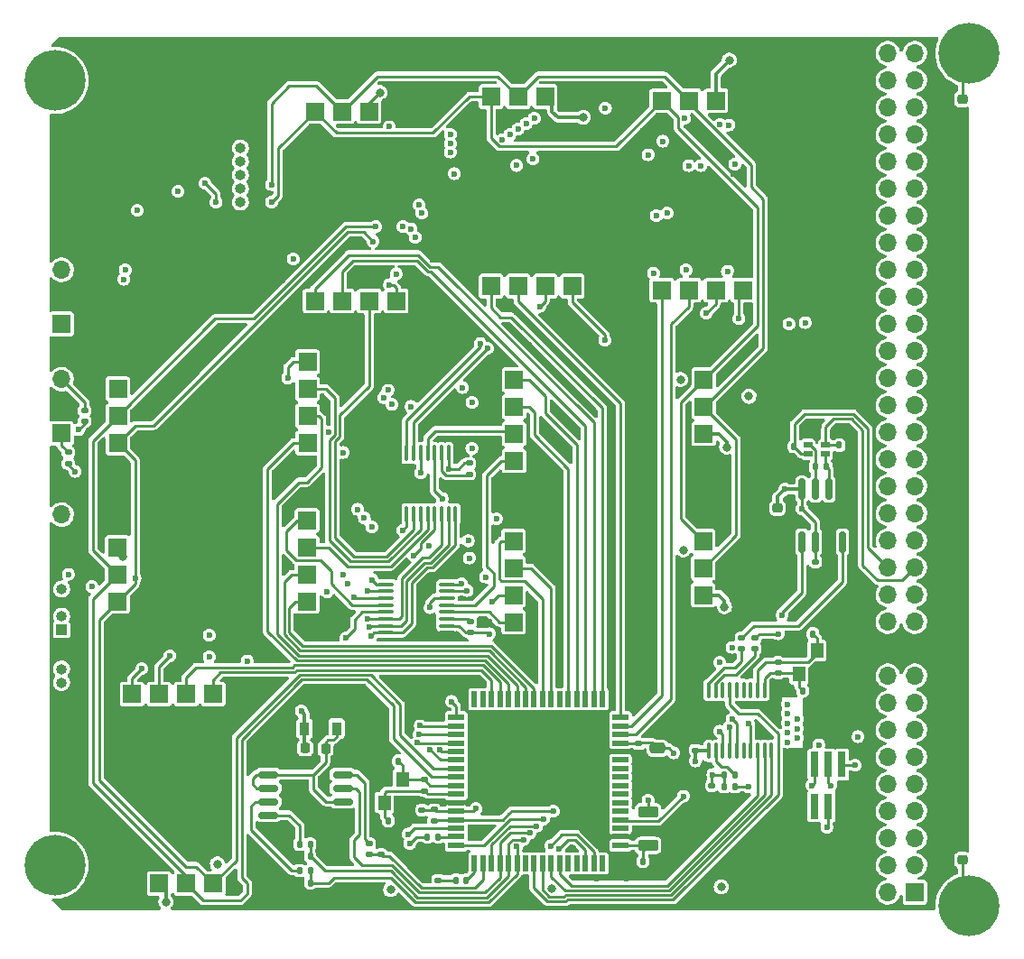
<source format=gbr>
%TF.GenerationSoftware,KiCad,Pcbnew,(6.0.0)*%
%TF.CreationDate,2022-01-29T18:53:07+09:00*%
%TF.ProjectId,ykts-payload,796b7473-2d70-4617-996c-6f61642e6b69,A4*%
%TF.SameCoordinates,Original*%
%TF.FileFunction,Copper,L4,Bot*%
%TF.FilePolarity,Positive*%
%FSLAX46Y46*%
G04 Gerber Fmt 4.6, Leading zero omitted, Abs format (unit mm)*
G04 Created by KiCad (PCBNEW (6.0.0)) date 2022-01-29 18:53:07*
%MOMM*%
%LPD*%
G01*
G04 APERTURE LIST*
G04 Aperture macros list*
%AMRoundRect*
0 Rectangle with rounded corners*
0 $1 Rounding radius*
0 $2 $3 $4 $5 $6 $7 $8 $9 X,Y pos of 4 corners*
0 Add a 4 corners polygon primitive as box body*
4,1,4,$2,$3,$4,$5,$6,$7,$8,$9,$2,$3,0*
0 Add four circle primitives for the rounded corners*
1,1,$1+$1,$2,$3*
1,1,$1+$1,$4,$5*
1,1,$1+$1,$6,$7*
1,1,$1+$1,$8,$9*
0 Add four rect primitives between the rounded corners*
20,1,$1+$1,$2,$3,$4,$5,0*
20,1,$1+$1,$4,$5,$6,$7,0*
20,1,$1+$1,$6,$7,$8,$9,0*
20,1,$1+$1,$8,$9,$2,$3,0*%
%AMFreePoly0*
4,1,9,3.862500,-0.866500,0.737500,-0.866500,0.737500,-0.450000,-0.737500,-0.450000,-0.737500,0.450000,0.737500,0.450000,0.737500,0.866500,3.862500,0.866500,3.862500,-0.866500,3.862500,-0.866500,$1*%
G04 Aperture macros list end*
%TA.AperFunction,SMDPad,CuDef*%
%ADD10RoundRect,0.150000X0.800000X0.150000X-0.800000X0.150000X-0.800000X-0.150000X0.800000X-0.150000X0*%
%TD*%
%TA.AperFunction,ComponentPad*%
%ADD11C,5.700000*%
%TD*%
%TA.AperFunction,ComponentPad*%
%ADD12R,1.700000X1.700000*%
%TD*%
%TA.AperFunction,ComponentPad*%
%ADD13O,1.700000X1.700000*%
%TD*%
%TA.AperFunction,ComponentPad*%
%ADD14C,4.400000*%
%TD*%
%TA.AperFunction,ComponentPad*%
%ADD15R,1.000000X1.000000*%
%TD*%
%TA.AperFunction,ComponentPad*%
%ADD16O,1.000000X1.000000*%
%TD*%
%TA.AperFunction,SMDPad,CuDef*%
%ADD17RoundRect,0.135000X0.185000X-0.135000X0.185000X0.135000X-0.185000X0.135000X-0.185000X-0.135000X0*%
%TD*%
%TA.AperFunction,SMDPad,CuDef*%
%ADD18RoundRect,0.140000X0.140000X0.170000X-0.140000X0.170000X-0.140000X-0.170000X0.140000X-0.170000X0*%
%TD*%
%TA.AperFunction,SMDPad,CuDef*%
%ADD19RoundRect,0.025500X0.354500X-0.229500X0.354500X0.229500X-0.354500X0.229500X-0.354500X-0.229500X0*%
%TD*%
%TA.AperFunction,SMDPad,CuDef*%
%ADD20RoundRect,0.100000X-0.100000X0.637500X-0.100000X-0.637500X0.100000X-0.637500X0.100000X0.637500X0*%
%TD*%
%TA.AperFunction,SMDPad,CuDef*%
%ADD21RoundRect,0.140000X-0.140000X-0.170000X0.140000X-0.170000X0.140000X0.170000X-0.140000X0.170000X0*%
%TD*%
%TA.AperFunction,SMDPad,CuDef*%
%ADD22R,1.200000X1.400000*%
%TD*%
%TA.AperFunction,SMDPad,CuDef*%
%ADD23R,1.700000X1.700000*%
%TD*%
%TA.AperFunction,SMDPad,CuDef*%
%ADD24RoundRect,0.135000X0.135000X0.185000X-0.135000X0.185000X-0.135000X-0.185000X0.135000X-0.185000X0*%
%TD*%
%TA.AperFunction,SMDPad,CuDef*%
%ADD25RoundRect,0.135000X-0.185000X0.135000X-0.185000X-0.135000X0.185000X-0.135000X0.185000X0.135000X0*%
%TD*%
%TA.AperFunction,SMDPad,CuDef*%
%ADD26RoundRect,0.100000X0.637500X0.100000X-0.637500X0.100000X-0.637500X-0.100000X0.637500X-0.100000X0*%
%TD*%
%TA.AperFunction,SMDPad,CuDef*%
%ADD27RoundRect,0.140000X-0.170000X0.140000X-0.170000X-0.140000X0.170000X-0.140000X0.170000X0.140000X0*%
%TD*%
%TA.AperFunction,SMDPad,CuDef*%
%ADD28RoundRect,0.250000X-0.700000X0.275000X-0.700000X-0.275000X0.700000X-0.275000X0.700000X0.275000X0*%
%TD*%
%TA.AperFunction,SMDPad,CuDef*%
%ADD29R,0.550000X1.500000*%
%TD*%
%TA.AperFunction,SMDPad,CuDef*%
%ADD30R,1.500000X0.550000*%
%TD*%
%TA.AperFunction,SMDPad,CuDef*%
%ADD31RoundRect,0.225000X-0.225000X-0.250000X0.225000X-0.250000X0.225000X0.250000X-0.225000X0.250000X0*%
%TD*%
%TA.AperFunction,SMDPad,CuDef*%
%ADD32RoundRect,0.135000X-0.135000X-0.185000X0.135000X-0.185000X0.135000X0.185000X-0.135000X0.185000X0*%
%TD*%
%TA.AperFunction,SMDPad,CuDef*%
%ADD33RoundRect,0.225000X-0.250000X0.225000X-0.250000X-0.225000X0.250000X-0.225000X0.250000X0.225000X0*%
%TD*%
%TA.AperFunction,SMDPad,CuDef*%
%ADD34RoundRect,0.147500X-0.147500X-0.172500X0.147500X-0.172500X0.147500X0.172500X-0.147500X0.172500X0*%
%TD*%
%TA.AperFunction,SMDPad,CuDef*%
%ADD35R,0.900000X1.300000*%
%TD*%
%TA.AperFunction,SMDPad,CuDef*%
%ADD36FreePoly0,90.000000*%
%TD*%
%TA.AperFunction,SMDPad,CuDef*%
%ADD37RoundRect,0.225000X0.225000X0.250000X-0.225000X0.250000X-0.225000X-0.250000X0.225000X-0.250000X0*%
%TD*%
%TA.AperFunction,SMDPad,CuDef*%
%ADD38RoundRect,0.150000X0.150000X-0.825000X0.150000X0.825000X-0.150000X0.825000X-0.150000X-0.825000X0*%
%TD*%
%TA.AperFunction,SMDPad,CuDef*%
%ADD39RoundRect,0.140000X0.170000X-0.140000X0.170000X0.140000X-0.170000X0.140000X-0.170000X-0.140000X0*%
%TD*%
%TA.AperFunction,SMDPad,CuDef*%
%ADD40RoundRect,0.250000X-0.475000X0.250000X-0.475000X-0.250000X0.475000X-0.250000X0.475000X0.250000X0*%
%TD*%
%TA.AperFunction,SMDPad,CuDef*%
%ADD41RoundRect,0.225000X0.250000X-0.225000X0.250000X0.225000X-0.250000X0.225000X-0.250000X-0.225000X0*%
%TD*%
%TA.AperFunction,SMDPad,CuDef*%
%ADD42R,0.740000X2.400000*%
%TD*%
%TA.AperFunction,ViaPad*%
%ADD43C,0.600000*%
%TD*%
%TA.AperFunction,ViaPad*%
%ADD44C,0.800000*%
%TD*%
%TA.AperFunction,Conductor*%
%ADD45C,0.250000*%
%TD*%
%TA.AperFunction,Conductor*%
%ADD46C,0.350000*%
%TD*%
G04 APERTURE END LIST*
D10*
%TO.P,U11,1,~{CS}*%
%TO.N,Net-(R42-Pad1)*%
X120975000Y-132461000D03*
%TO.P,U11,2,SO/IO1*%
%TO.N,/CANBUS Controller 1/MISO*%
X120975000Y-133731000D03*
%TO.P,U11,3,~{WP}*%
%TO.N,Net-(C23-Pad1)*%
X120975000Y-135001000D03*
%TO.P,U11,4,GND*%
%TO.N,GND*%
X120975000Y-136271000D03*
%TO.P,U11,5,SI/IO0*%
%TO.N,Net-(R41-Pad1)*%
X113975000Y-136271000D03*
%TO.P,U11,6,SCK*%
%TO.N,Net-(R40-Pad1)*%
X113975000Y-135001000D03*
%TO.P,U11,7,~{HOLD}*%
%TO.N,Net-(C23-Pad1)*%
X113975000Y-133731000D03*
%TO.P,U11,8,VCC*%
X113975000Y-132461000D03*
%TD*%
D11*
%TO.P,H1,1,1*%
%TO.N,Net-(C24-Pad2)*%
X179705000Y-144780000D03*
%TD*%
%TO.P,H2,1,1*%
%TO.N,Net-(C31-Pad2)*%
X179705000Y-64770000D03*
%TD*%
%TO.P,H3,1,1*%
%TO.N,Net-(C32-Pad2)*%
X93980000Y-67310000D03*
%TD*%
%TO.P,H4,1,1*%
%TO.N,Net-(C33-Pad2)*%
X93980000Y-140970000D03*
%TD*%
D12*
%TO.P,J3,1,Pin_1*%
%TO.N,unconnected-(J3-Pad1)*%
X174625000Y-143510000D03*
D13*
%TO.P,J3,2,Pin_2*%
%TO.N,unconnected-(J3-Pad2)*%
X172085000Y-143510000D03*
%TO.P,J3,3,Pin_3*%
%TO.N,unconnected-(J3-Pad3)*%
X174625000Y-140970000D03*
%TO.P,J3,4,Pin_4*%
%TO.N,unconnected-(J3-Pad4)*%
X172085000Y-140970000D03*
%TO.P,J3,5,Pin_5*%
%TO.N,unconnected-(J3-Pad5)*%
X174625000Y-138430000D03*
%TO.P,J3,6,Pin_6*%
%TO.N,unconnected-(J3-Pad6)*%
X172085000Y-138430000D03*
%TO.P,J3,7,Pin_7*%
%TO.N,unconnected-(J3-Pad7)*%
X174625000Y-135890000D03*
%TO.P,J3,8,Pin_8*%
%TO.N,unconnected-(J3-Pad8)*%
X172085000Y-135890000D03*
%TO.P,J3,9,Pin_9*%
%TO.N,unconnected-(J3-Pad9)*%
X174625000Y-133350000D03*
%TO.P,J3,10,Pin_10*%
%TO.N,unconnected-(J3-Pad10)*%
X172085000Y-133350000D03*
%TO.P,J3,11,Pin_11*%
%TO.N,unconnected-(J3-Pad11)*%
X174625000Y-130810000D03*
%TO.P,J3,12,Pin_12*%
%TO.N,unconnected-(J3-Pad12)*%
X172085000Y-130810000D03*
%TO.P,J3,13,Pin_13*%
%TO.N,unconnected-(J3-Pad13)*%
X174625000Y-128270000D03*
%TO.P,J3,14,Pin_14*%
%TO.N,unconnected-(J3-Pad14)*%
X172085000Y-128270000D03*
%TO.P,J3,15,Pin_15*%
%TO.N,unconnected-(J3-Pad15)*%
X174625000Y-125730000D03*
%TO.P,J3,16,Pin_16*%
%TO.N,unconnected-(J3-Pad16)*%
X172085000Y-125730000D03*
%TO.P,J3,17,Pin_17*%
%TO.N,/PCH4*%
X174625000Y-123190000D03*
%TO.P,J3,18,Pin_18*%
X172085000Y-123190000D03*
%TO.P,J3,19,Pin_19*%
%TO.N,GND*%
X174625000Y-120650000D03*
%TO.P,J3,20,Pin_20*%
X172085000Y-120650000D03*
%TO.P,J3,21,Pin_21*%
%TO.N,unconnected-(J3-Pad21)*%
X174625000Y-118110000D03*
%TO.P,J3,22,Pin_22*%
%TO.N,unconnected-(J3-Pad22)*%
X172085000Y-118110000D03*
%TO.P,J3,23,Pin_23*%
%TO.N,unconnected-(J3-Pad23)*%
X174625000Y-115570000D03*
%TO.P,J3,24,Pin_24*%
%TO.N,unconnected-(J3-Pad24)*%
X172085000Y-115570000D03*
%TO.P,J3,25,Pin_25*%
%TO.N,CANL*%
X174625000Y-113030000D03*
%TO.P,J3,26,Pin_26*%
%TO.N,CANH*%
X172085000Y-113030000D03*
%TO.P,J3,27,Pin_27*%
%TO.N,unconnected-(J3-Pad27)*%
X174625000Y-110490000D03*
%TO.P,J3,28,Pin_28*%
%TO.N,unconnected-(J3-Pad28)*%
X172085000Y-110490000D03*
%TO.P,J3,29,Pin_29*%
%TO.N,unconnected-(J3-Pad29)*%
X174625000Y-107950000D03*
%TO.P,J3,30,Pin_30*%
%TO.N,unconnected-(J3-Pad30)*%
X172085000Y-107950000D03*
%TO.P,J3,31,Pin_31*%
%TO.N,unconnected-(J3-Pad31)*%
X174625000Y-105410000D03*
%TO.P,J3,32,Pin_32*%
%TO.N,unconnected-(J3-Pad32)*%
X172085000Y-105410000D03*
%TO.P,J3,33,Pin_33*%
%TO.N,unconnected-(J3-Pad33)*%
X174625000Y-102870000D03*
%TO.P,J3,34,Pin_34*%
%TO.N,unconnected-(J3-Pad34)*%
X172085000Y-102870000D03*
%TO.P,J3,35,Pin_35*%
%TO.N,unconnected-(J3-Pad35)*%
X174625000Y-100330000D03*
%TO.P,J3,36,Pin_36*%
%TO.N,unconnected-(J3-Pad36)*%
X172085000Y-100330000D03*
%TO.P,J3,37,Pin_37*%
%TO.N,unconnected-(J3-Pad37)*%
X174625000Y-97790000D03*
%TO.P,J3,38,Pin_38*%
%TO.N,unconnected-(J3-Pad38)*%
X172085000Y-97790000D03*
%TO.P,J3,39,Pin_39*%
%TO.N,unconnected-(J3-Pad39)*%
X174625000Y-95250000D03*
%TO.P,J3,40,Pin_40*%
%TO.N,unconnected-(J3-Pad40)*%
X172085000Y-95250000D03*
%TO.P,J3,41,Pin_41*%
%TO.N,unconnected-(J3-Pad41)*%
X174625000Y-92710000D03*
%TO.P,J3,42,Pin_42*%
%TO.N,unconnected-(J3-Pad42)*%
X172085000Y-92710000D03*
%TO.P,J3,43,Pin_43*%
%TO.N,unconnected-(J3-Pad43)*%
X174625000Y-90170000D03*
%TO.P,J3,44,Pin_44*%
%TO.N,unconnected-(J3-Pad44)*%
X172085000Y-90170000D03*
%TO.P,J3,45,Pin_45*%
%TO.N,unconnected-(J3-Pad45)*%
X174625000Y-87630000D03*
%TO.P,J3,46,Pin_46*%
%TO.N,unconnected-(J3-Pad46)*%
X172085000Y-87630000D03*
%TO.P,J3,47,Pin_47*%
%TO.N,unconnected-(J3-Pad47)*%
X174625000Y-85090000D03*
%TO.P,J3,48,Pin_48*%
%TO.N,unconnected-(J3-Pad48)*%
X172085000Y-85090000D03*
%TO.P,J3,49,Pin_49*%
%TO.N,unconnected-(J3-Pad49)*%
X174625000Y-82550000D03*
%TO.P,J3,50,Pin_50*%
%TO.N,unconnected-(J3-Pad50)*%
X172085000Y-82550000D03*
%TO.P,J3,51,Pin_51*%
%TO.N,unconnected-(J3-Pad51)*%
X174625000Y-80010000D03*
%TO.P,J3,52,Pin_52*%
%TO.N,unconnected-(J3-Pad52)*%
X172085000Y-80010000D03*
%TO.P,J3,53,Pin_53*%
%TO.N,unconnected-(J3-Pad53)*%
X174625000Y-77470000D03*
%TO.P,J3,54,Pin_54*%
%TO.N,unconnected-(J3-Pad54)*%
X172085000Y-77470000D03*
%TO.P,J3,55,Pin_55*%
%TO.N,unconnected-(J3-Pad55)*%
X174625000Y-74930000D03*
%TO.P,J3,56,Pin_56*%
%TO.N,unconnected-(J3-Pad56)*%
X172085000Y-74930000D03*
%TO.P,J3,57,Pin_57*%
%TO.N,unconnected-(J3-Pad57)*%
X174625000Y-72390000D03*
%TO.P,J3,58,Pin_58*%
%TO.N,unconnected-(J3-Pad58)*%
X172085000Y-72390000D03*
%TO.P,J3,59,Pin_59*%
%TO.N,unconnected-(J3-Pad59)*%
X174625000Y-69850000D03*
%TO.P,J3,60,Pin_60*%
%TO.N,unconnected-(J3-Pad60)*%
X172085000Y-69850000D03*
%TO.P,J3,61,Pin_61*%
%TO.N,/CH_A*%
X174625000Y-67310000D03*
%TO.P,J3,62,Pin_62*%
%TO.N,/CH_B*%
X172085000Y-67310000D03*
%TO.P,J3,63,Pin_63*%
%TO.N,unconnected-(J3-Pad63)*%
X174625000Y-64770000D03*
%TO.P,J3,64,Pin_64*%
%TO.N,unconnected-(J3-Pad64)*%
X172085000Y-64770000D03*
%TD*%
D12*
%TO.P,J7,1,Pin_1*%
%TO.N,Net-(J7-Pad1)*%
X94615000Y-90170000D03*
D13*
%TO.P,J7,2,Pin_2*%
%TO.N,GND*%
X94615000Y-87630000D03*
%TO.P,J7,3,Pin_3*%
%TO.N,Net-(J7-Pad3)*%
X94615000Y-85090000D03*
%TD*%
D14*
%TO.P,H5,1,1*%
%TO.N,GND*%
X111379000Y-85471000D03*
%TD*%
%TO.P,H6,1,1*%
%TO.N,GND*%
X111379000Y-67056000D03*
%TD*%
%TO.P,H7,1,1*%
%TO.N,GND*%
X166116000Y-67056000D03*
%TD*%
%TO.P,H8,1,1*%
%TO.N,GND*%
X166116000Y-85471000D03*
%TD*%
D15*
%TO.P,J2,1,Pin_1*%
%TO.N,GND*%
X111379000Y-80010000D03*
D16*
%TO.P,J2,2,Pin_2*%
%TO.N,/SDA*%
X111379000Y-78740000D03*
%TO.P,J2,3,Pin_3*%
%TO.N,unconnected-(J2-Pad3)*%
X111379000Y-77470000D03*
%TO.P,J2,4,Pin_4*%
%TO.N,+5V_GEIGER*%
X111379000Y-76200000D03*
%TO.P,J2,5,Pin_5*%
%TO.N,/GEIGER_EN*%
X111379000Y-74930000D03*
%TO.P,J2,6,Pin_6*%
%TO.N,/SCL*%
X111379000Y-73660000D03*
%TO.P,J2,7,Pin_7*%
%TO.N,GND*%
X111379000Y-72390000D03*
%TD*%
D15*
%TO.P,J5,1,Pin_1*%
%TO.N,+5V*%
X94615000Y-118867000D03*
D16*
%TO.P,J5,2,Pin_2*%
%TO.N,/SCL*%
X94615000Y-117597000D03*
%TO.P,J5,3,Pin_3*%
%TO.N,GND*%
X94615000Y-116327000D03*
%TO.P,J5,4,Pin_4*%
%TO.N,/SDA*%
X94615000Y-115057000D03*
%TD*%
D14*
%TO.P,H9,1,1*%
%TO.N,GND*%
X166116000Y-140970000D03*
%TD*%
D12*
%TO.P,J1,1,Pin_1*%
%TO.N,GND*%
X94615000Y-110602000D03*
D13*
%TO.P,J1,2,Pin_2*%
%TO.N,+5V*%
X94615000Y-108062000D03*
%TO.P,J1,3,Pin_3*%
%TO.N,GND*%
X94615000Y-105522000D03*
%TD*%
D12*
%TO.P,J9,1,Pin_1*%
%TO.N,Net-(J9-Pad1)*%
X94615000Y-100442000D03*
D13*
%TO.P,J9,2,Pin_2*%
%TO.N,GND*%
X94615000Y-97902000D03*
%TO.P,J9,3,Pin_3*%
%TO.N,Net-(J9-Pad3)*%
X94615000Y-95362000D03*
%TD*%
D15*
%TO.P,J4,1,Pin_1*%
%TO.N,GND*%
X94615000Y-125095000D03*
D16*
%TO.P,J4,2,Pin_2*%
%TO.N,+5V*%
X94615000Y-123825000D03*
%TO.P,J4,3,Pin_3*%
%TO.N,/1WIRE*%
X94615000Y-122555000D03*
%TD*%
D17*
%TO.P,R39,1*%
%TO.N,/Payload Supervisor 1/SD_CS*%
X124587000Y-139956000D03*
%TO.P,R39,2*%
%TO.N,GND*%
X124587000Y-138936000D03*
%TD*%
D18*
%TO.P,CH4,1*%
%TO.N,CANH*%
X163294000Y-101671000D03*
%TO.P,CH4,2*%
%TO.N,GND*%
X162334000Y-101671000D03*
%TD*%
D19*
%TO.P,FL2,1,1*%
%TO.N,Net-(CH3-Pad1)*%
X166260000Y-102360000D03*
%TO.P,FL2,2,2*%
%TO.N,CANH*%
X164590000Y-102360000D03*
%TO.P,FL2,3,3*%
%TO.N,Net-(CL3-Pad1)*%
X164590000Y-101490000D03*
%TO.P,FL2,4,4*%
%TO.N,CANL*%
X166260000Y-101490000D03*
%TD*%
D20*
%TO.P,U16,1,A4*%
%TO.N,/N15_RX*%
X126985600Y-102293500D03*
%TO.P,U16,2,A6*%
%TO.N,/N13_RX*%
X127635600Y-102293500D03*
%TO.P,U16,3,A*%
%TO.N,/Node RX MUX 1/IN*%
X128285600Y-102293500D03*
%TO.P,U16,4,A7*%
%TO.N,/N11_RX*%
X128935600Y-102293500D03*
%TO.P,U16,5,A5*%
%TO.N,/N10_RX*%
X129585600Y-102293500D03*
%TO.P,U16,6,~{E}*%
%TO.N,Net-(R50-Pad2)*%
X130235600Y-102293500D03*
%TO.P,U16,7,VEE*%
%TO.N,+5V*%
X130885600Y-102293500D03*
%TO.P,U16,8,GND*%
%TO.N,GND*%
X131535600Y-102293500D03*
%TO.P,U16,9,S2*%
%TO.N,/Node RX MUX 1/A2*%
X131535600Y-108018500D03*
%TO.P,U16,10,S1*%
%TO.N,/Node RX MUX 1/A1*%
X130885600Y-108018500D03*
%TO.P,U16,11,S0*%
%TO.N,/Node RX MUX 1/A0*%
X130235600Y-108018500D03*
%TO.P,U16,12,A3*%
%TO.N,/N9_RX*%
X129585600Y-108018500D03*
%TO.P,U16,13,A0*%
%TO.N,/N14_RX*%
X128935600Y-108018500D03*
%TO.P,U16,14,A1*%
%TO.N,/N8_RX*%
X128285600Y-108018500D03*
%TO.P,U16,15,A2*%
%TO.N,/N12_RX*%
X127635600Y-108018500D03*
%TO.P,U16,16,VCC*%
%TO.N,+5V*%
X126985600Y-108018500D03*
%TD*%
D17*
%TO.P,R25,1*%
%TO.N,Net-(R25-Pad1)*%
X158369000Y-120652000D03*
%TO.P,R25,2*%
%TO.N,Net-(R25-Pad2)*%
X158369000Y-119632000D03*
%TD*%
D21*
%TO.P,C26,1*%
%TO.N,Net-(C26-Pad1)*%
X164112000Y-124587000D03*
%TO.P,C26,2*%
%TO.N,GND*%
X165072000Y-124587000D03*
%TD*%
D22*
%TO.P,Y3,1,1*%
%TO.N,Net-(C16-Pad1)*%
X126580000Y-132885000D03*
%TO.P,Y3,2,2*%
%TO.N,GND*%
X126580000Y-135085000D03*
%TO.P,Y3,3,3*%
%TO.N,Net-(C17-Pad1)*%
X124880000Y-135085000D03*
%TO.P,Y3,4,4*%
%TO.N,GND*%
X124880000Y-132885000D03*
%TD*%
D17*
%TO.P,R46,1*%
%TO.N,Net-(C26-Pad1)*%
X161798000Y-122938000D03*
%TO.P,R46,2*%
%TO.N,Net-(C25-Pad1)*%
X161798000Y-121918000D03*
%TD*%
%TO.P,R31,1*%
%TO.N,Net-(J8-Pad5)*%
X129540000Y-136781000D03*
%TO.P,R31,2*%
%TO.N,+5V*%
X129540000Y-135761000D03*
%TD*%
D23*
%TO.P,N12,1,PWEN*%
%TO.N,/N11_PWR*%
X137033000Y-95402400D03*
%TO.P,N12,2,~{RST}*%
%TO.N,/N11_RST*%
X137033000Y-97942400D03*
%TO.P,N12,3,RX*%
%TO.N,/N11_RX*%
X137033000Y-100482400D03*
%TO.P,N12,4,TX*%
%TO.N,/N11_TX*%
X137033000Y-103022400D03*
%TO.P,N12,5,SDA*%
%TO.N,/SDA*%
X154813000Y-95402400D03*
%TO.P,N12,6,SCL*%
%TO.N,/SCL*%
X154813000Y-97942400D03*
%TO.P,N12,7,VCC*%
%TO.N,+5V*%
X154813000Y-100482400D03*
%TO.P,N12,8,GND*%
%TO.N,GND*%
X154813000Y-103022400D03*
%TD*%
D24*
%TO.P,R38,1*%
%TO.N,/CANBUS Controller 1/MOSI*%
X117947900Y-140143500D03*
%TO.P,R38,2*%
%TO.N,GND*%
X116927900Y-140143500D03*
%TD*%
D25*
%TO.P,R42,1*%
%TO.N,Net-(R42-Pad1)*%
X123444000Y-138936000D03*
%TO.P,R42,2*%
%TO.N,/Payload Supervisor 1/SD_CS*%
X123444000Y-139956000D03*
%TD*%
D26*
%TO.P,U15,1,A4*%
%TO.N,/N15_TX*%
X130751500Y-114615800D03*
%TO.P,U15,2,A6*%
%TO.N,/N13_TX*%
X130751500Y-115265800D03*
%TO.P,U15,3,A*%
%TO.N,/Node TX MUX 1/IN*%
X130751500Y-115915800D03*
%TO.P,U15,4,A7*%
%TO.N,/N11_TX*%
X130751500Y-116565800D03*
%TO.P,U15,5,A5*%
%TO.N,/N10_TX*%
X130751500Y-117215800D03*
%TO.P,U15,6,~{E}*%
%TO.N,Net-(R49-Pad2)*%
X130751500Y-117865800D03*
%TO.P,U15,7,VEE*%
%TO.N,+5V*%
X130751500Y-118515800D03*
%TO.P,U15,8,GND*%
%TO.N,GND*%
X130751500Y-119165800D03*
%TO.P,U15,9,S2*%
%TO.N,/Node RX MUX 1/A2*%
X125026500Y-119165800D03*
%TO.P,U15,10,S1*%
%TO.N,/Node RX MUX 1/A1*%
X125026500Y-118515800D03*
%TO.P,U15,11,S0*%
%TO.N,/Node RX MUX 1/A0*%
X125026500Y-117865800D03*
%TO.P,U15,12,A3*%
%TO.N,/N9_TX*%
X125026500Y-117215800D03*
%TO.P,U15,13,A0*%
%TO.N,/N14_TX*%
X125026500Y-116565800D03*
%TO.P,U15,14,A1*%
%TO.N,/N8_TX*%
X125026500Y-115915800D03*
%TO.P,U15,15,A2*%
%TO.N,/N12_TX*%
X125026500Y-115265800D03*
%TO.P,U15,16,VCC*%
%TO.N,+5V*%
X125026500Y-114615800D03*
%TD*%
D27*
%TO.P,C18,1*%
%TO.N,+5V*%
X128397000Y-135791000D03*
%TO.P,C18,2*%
%TO.N,GND*%
X128397000Y-136751000D03*
%TD*%
%TO.P,C29,1*%
%TO.N,/CANBUS Controller 1/MCP_RESET*%
X155575000Y-133505000D03*
%TO.P,C29,2*%
%TO.N,GND*%
X155575000Y-134465000D03*
%TD*%
D28*
%TO.P,L2,1*%
%TO.N,+5V*%
X149606000Y-135966000D03*
%TO.P,L2,2*%
%TO.N,Net-(C20-Pad1)*%
X149606000Y-139116000D03*
%TD*%
D24*
%TO.P,R37,1*%
%TO.N,/CANBUS Controller 1/SCK*%
X117945900Y-142620000D03*
%TO.P,R37,2*%
%TO.N,GND*%
X116925900Y-142620000D03*
%TD*%
D21*
%TO.P,CH3,1*%
%TO.N,Net-(CH3-Pad1)*%
X166342000Y-103576000D03*
%TO.P,CH3,2*%
%TO.N,GND*%
X167302000Y-103576000D03*
%TD*%
D23*
%TO.P,N13,1,PWEN*%
%TO.N,/N12_PWR*%
X118364000Y-88011000D03*
%TO.P,N13,2,~{RST}*%
%TO.N,/N12_RST*%
X120904000Y-88011000D03*
%TO.P,N13,3,RX*%
%TO.N,/N12_RX*%
X123444000Y-88011000D03*
%TO.P,N13,4,TX*%
%TO.N,/N12_TX*%
X125984000Y-88011000D03*
%TO.P,N13,5,SDA*%
%TO.N,/SDA*%
X118364000Y-70231000D03*
%TO.P,N13,6,SCL*%
%TO.N,/SCL*%
X120904000Y-70231000D03*
%TO.P,N13,7,VCC*%
%TO.N,+5V*%
X123444000Y-70231000D03*
%TO.P,N13,8,GND*%
%TO.N,GND*%
X125984000Y-70231000D03*
%TD*%
D25*
%TO.P,R36,1*%
%TO.N,GND*%
X129921000Y-141349000D03*
%TO.P,R36,2*%
%TO.N,Net-(D6-Pad1)*%
X129921000Y-142369000D03*
%TD*%
D23*
%TO.P,N10,1,PWEN*%
%TO.N,/N9_PWR*%
X108839000Y-124917200D03*
%TO.P,N10,2,~{RST}*%
%TO.N,/N9_RST*%
X106299000Y-124917200D03*
%TO.P,N10,3,RX*%
%TO.N,/N9_RX*%
X103759000Y-124917200D03*
%TO.P,N10,4,TX*%
%TO.N,/N9_TX*%
X101219000Y-124917200D03*
%TO.P,N10,5,SDA*%
%TO.N,/SDA*%
X108839000Y-142697200D03*
%TO.P,N10,6,SCL*%
%TO.N,/SCL*%
X106299000Y-142697200D03*
%TO.P,N10,7,VCC*%
%TO.N,+5V*%
X103759000Y-142697200D03*
%TO.P,N10,8,GND*%
%TO.N,GND*%
X101219000Y-142697200D03*
%TD*%
D24*
%TO.P,R48,1*%
%TO.N,+5V*%
X157736000Y-133604000D03*
%TO.P,R48,2*%
%TO.N,/CANBUS Controller 1/MCP_RESET*%
X156716000Y-133604000D03*
%TD*%
D18*
%TO.P,C25,1*%
%TO.N,Net-(C25-Pad1)*%
X165072000Y-119253000D03*
%TO.P,C25,2*%
%TO.N,GND*%
X164112000Y-119253000D03*
%TD*%
D29*
%TO.P,U9,1,~{PEN}*%
%TO.N,unconnected-(U9-Pad1)*%
X145319000Y-140796000D03*
%TO.P,U9,2,PE0*%
%TO.N,Net-(R34-Pad2)*%
X144519000Y-140796000D03*
%TO.P,U9,3,PE1*%
%TO.N,Net-(R35-Pad1)*%
X143719000Y-140796000D03*
%TO.P,U9,4,PE2*%
%TO.N,unconnected-(U9-Pad4)*%
X142919000Y-140796000D03*
%TO.P,U9,5,PE3*%
%TO.N,unconnected-(U9-Pad5)*%
X142119000Y-140796000D03*
%TO.P,U9,6,PE4*%
%TO.N,/CANBUS Controller 1/MCP_INT*%
X141319000Y-140796000D03*
%TO.P,U9,7,PE5*%
%TO.N,/CANBUS Controller 1/MCP_RX0BF*%
X140519000Y-140796000D03*
%TO.P,U9,8,PE6*%
%TO.N,/CANBUS Controller 1/MCP_RX1BF*%
X139719000Y-140796000D03*
%TO.P,U9,9,PE7*%
%TO.N,/CANBUS Controller 1/MCP_TX0RTS*%
X138919000Y-140796000D03*
%TO.P,U9,10,PB0*%
%TO.N,unconnected-(U9-Pad10)*%
X138119000Y-140796000D03*
%TO.P,U9,11,PB1*%
%TO.N,/CANBUS Controller 1/SCK*%
X137319000Y-140796000D03*
%TO.P,U9,12,PB2*%
%TO.N,/CANBUS Controller 1/MOSI*%
X136519000Y-140796000D03*
%TO.P,U9,13,PB3*%
%TO.N,/CANBUS Controller 1/MISO*%
X135719000Y-140796000D03*
%TO.P,U9,14,PB4*%
%TO.N,/CANBUS Controller 1/CS*%
X134919000Y-140796000D03*
%TO.P,U9,15,PB5*%
%TO.N,/Payload Supervisor 1/SD_CS*%
X134119000Y-140796000D03*
%TO.P,U9,16,PB6*%
%TO.N,Net-(D6-Pad2)*%
X133319000Y-140796000D03*
D30*
%TO.P,U9,17,PB7*%
%TO.N,/CANBUS Controller 1/MCP_RESET*%
X131619000Y-139096000D03*
%TO.P,U9,18,PG3*%
%TO.N,Net-(R33-Pad1)*%
X131619000Y-138296000D03*
%TO.P,U9,19,PG4*%
%TO.N,/GEIGER_FET*%
X131619000Y-137496000D03*
%TO.P,U9,20,~{RESET}*%
%TO.N,Net-(J8-Pad5)*%
X131619000Y-136696000D03*
%TO.P,U9,21,VCC*%
%TO.N,+5V*%
X131619000Y-135896000D03*
%TO.P,U9,22,GND*%
%TO.N,GND*%
X131619000Y-135096000D03*
%TO.P,U9,23,XTAL2*%
%TO.N,Net-(C17-Pad1)*%
X131619000Y-134296000D03*
%TO.P,U9,24,XTAL1*%
%TO.N,Net-(C16-Pad1)*%
X131619000Y-133496000D03*
%TO.P,U9,25,PD0*%
%TO.N,/SCL*%
X131619000Y-132696000D03*
%TO.P,U9,26,PD1*%
%TO.N,/SDA*%
X131619000Y-131896000D03*
%TO.P,U9,27,PD2*%
%TO.N,/Node TX MUX 1/IN*%
X131619000Y-131096000D03*
%TO.P,U9,28,PD3*%
%TO.N,/Node RX MUX 1/IN*%
X131619000Y-130296000D03*
%TO.P,U9,29,PD4*%
%TO.N,/Node RX MUX 1/A0*%
X131619000Y-129496000D03*
%TO.P,U9,30,PD5*%
%TO.N,/Node RX MUX 1/A1*%
X131619000Y-128696000D03*
%TO.P,U9,31,PD6*%
%TO.N,/Node RX MUX 1/A2*%
X131619000Y-127896000D03*
%TO.P,U9,32,PD7*%
%TO.N,/1WIRE*%
X131619000Y-127096000D03*
D29*
%TO.P,U9,33,PG0*%
%TO.N,unconnected-(U9-Pad33)*%
X133319000Y-125396000D03*
%TO.P,U9,34,PG1*%
%TO.N,unconnected-(U9-Pad34)*%
X134119000Y-125396000D03*
%TO.P,U9,35,PC0*%
%TO.N,/N9_PWR*%
X134919000Y-125396000D03*
%TO.P,U9,36,PC1*%
%TO.N,/N9_RST*%
X135719000Y-125396000D03*
%TO.P,U9,37,PC2*%
%TO.N,/N8_PWR*%
X136519000Y-125396000D03*
%TO.P,U9,38,PC3*%
%TO.N,/N8_RST*%
X137319000Y-125396000D03*
%TO.P,U9,39,PC4*%
%TO.N,/N14_RST*%
X138119000Y-125396000D03*
%TO.P,U9,40,PC5*%
%TO.N,/N14_PWR*%
X138919000Y-125396000D03*
%TO.P,U9,41,PC6*%
%TO.N,/N10_PWR*%
X139719000Y-125396000D03*
%TO.P,U9,42,PC7*%
%TO.N,/N10_RST*%
X140519000Y-125396000D03*
%TO.P,U9,43,PG2*%
%TO.N,unconnected-(U9-Pad43)*%
X141319000Y-125396000D03*
%TO.P,U9,44,PA7*%
%TO.N,/N11_RST*%
X142119000Y-125396000D03*
%TO.P,U9,45,PA6*%
%TO.N,/N11_PWR*%
X142919000Y-125396000D03*
%TO.P,U9,46,PA5*%
%TO.N,/N12_RST*%
X143719000Y-125396000D03*
%TO.P,U9,47,PA4*%
%TO.N,/N12_PWR*%
X144519000Y-125396000D03*
%TO.P,U9,48,PA3*%
%TO.N,/N15_PWR*%
X145319000Y-125396000D03*
D30*
%TO.P,U9,49,PA2*%
%TO.N,/N15_RST*%
X147019000Y-127096000D03*
%TO.P,U9,50,PA1*%
%TO.N,/N13_PWR*%
X147019000Y-127896000D03*
%TO.P,U9,51,PA0*%
%TO.N,/N13_RST*%
X147019000Y-128696000D03*
%TO.P,U9,52,VCC*%
%TO.N,+5V*%
X147019000Y-129496000D03*
%TO.P,U9,53,GND*%
%TO.N,GND*%
X147019000Y-130296000D03*
%TO.P,U9,54,PF7*%
%TO.N,/Payload Supervisor 1/S0_JTAG_TDI*%
X147019000Y-131096000D03*
%TO.P,U9,55,PF6*%
%TO.N,/Payload Supervisor 1/S0_JTAG_TDO*%
X147019000Y-131896000D03*
%TO.P,U9,56,PF5*%
%TO.N,/Payload Supervisor 1/S0_JTAG_TMS*%
X147019000Y-132696000D03*
%TO.P,U9,57,PF4*%
%TO.N,/Payload Supervisor 1/S0_JTAG_TCK*%
X147019000Y-133496000D03*
%TO.P,U9,58,PF3*%
%TO.N,unconnected-(U9-Pad58)*%
X147019000Y-134296000D03*
%TO.P,U9,59,PF2*%
%TO.N,unconnected-(U9-Pad59)*%
X147019000Y-135096000D03*
%TO.P,U9,60,PF1*%
%TO.N,unconnected-(U9-Pad60)*%
X147019000Y-135896000D03*
%TO.P,U9,61,PF0*%
%TO.N,/CSENSE*%
X147019000Y-136696000D03*
%TO.P,U9,62,AREF*%
%TO.N,unconnected-(U9-Pad62)*%
X147019000Y-137496000D03*
%TO.P,U9,63,GND*%
%TO.N,GND*%
X147019000Y-138296000D03*
%TO.P,U9,64,AVCC*%
%TO.N,Net-(C20-Pad1)*%
X147019000Y-139096000D03*
%TD*%
D31*
%TO.P,C23,1*%
%TO.N,Net-(C23-Pad1)*%
X119367000Y-130048000D03*
%TO.P,C23,2*%
%TO.N,GND*%
X120917000Y-130048000D03*
%TD*%
D32*
%TO.P,R47,1*%
%TO.N,/CANBUS Controller 1/MCP_RESET*%
X156716000Y-132461000D03*
%TO.P,R47,2*%
%TO.N,Net-(R47-Pad2)*%
X157736000Y-132461000D03*
%TD*%
D33*
%TO.P,C24,1*%
%TO.N,GND*%
X179070000Y-138925000D03*
%TO.P,C24,2*%
%TO.N,Net-(C24-Pad2)*%
X179070000Y-140475000D03*
%TD*%
D17*
%TO.P,R35,1*%
%TO.N,Net-(R35-Pad1)*%
X95250000Y-103253000D03*
%TO.P,R35,2*%
%TO.N,Net-(J9-Pad1)*%
X95250000Y-102233000D03*
%TD*%
D25*
%TO.P,R32,1*%
%TO.N,Net-(C16-Pad1)*%
X128651000Y-132967000D03*
%TO.P,R32,2*%
%TO.N,Net-(C17-Pad1)*%
X128651000Y-133987000D03*
%TD*%
D20*
%TO.P,U13,1,TXCAN*%
%TO.N,Net-(R25-Pad1)*%
X155317000Y-124518500D03*
%TO.P,U13,2,RXCAN*%
%TO.N,Net-(R43-Pad2)*%
X155967000Y-124518500D03*
%TO.P,U13,3,CLKOUT/SOF*%
%TO.N,unconnected-(U13-Pad3)*%
X156617000Y-124518500D03*
%TO.P,U13,4,~{TX0RTS}*%
%TO.N,/CANBUS Controller 1/MCP_TX0RTS*%
X157267000Y-124518500D03*
%TO.P,U13,5,~{TX1RTS}*%
%TO.N,unconnected-(U13-Pad5)*%
X157917000Y-124518500D03*
%TO.P,U13,6,NC*%
%TO.N,unconnected-(U13-Pad6)*%
X158567000Y-124518500D03*
%TO.P,U13,7,~{TX2RTS}*%
%TO.N,unconnected-(U13-Pad7)*%
X159217000Y-124518500D03*
%TO.P,U13,8,OSC2*%
%TO.N,Net-(C25-Pad1)*%
X159867000Y-124518500D03*
%TO.P,U13,9,OSC1*%
%TO.N,Net-(C26-Pad1)*%
X160517000Y-124518500D03*
%TO.P,U13,10,VSS*%
%TO.N,GND*%
X161167000Y-124518500D03*
%TO.P,U13,11,~{RX1BF}*%
%TO.N,/CANBUS Controller 1/MCP_RX1BF*%
X161167000Y-130243500D03*
%TO.P,U13,12,~{RX0BF}*%
%TO.N,/CANBUS Controller 1/MCP_RX0BF*%
X160517000Y-130243500D03*
%TO.P,U13,13,~{INT}*%
%TO.N,/CANBUS Controller 1/MCP_INT*%
X159867000Y-130243500D03*
%TO.P,U13,14,SCK*%
%TO.N,/CANBUS Controller 1/SCK*%
X159217000Y-130243500D03*
%TO.P,U13,15,NC*%
%TO.N,unconnected-(U13-Pad15)*%
X158567000Y-130243500D03*
%TO.P,U13,16,SI*%
%TO.N,/CANBUS Controller 1/MOSI*%
X157917000Y-130243500D03*
%TO.P,U13,17,SO*%
%TO.N,/CANBUS Controller 1/MISO*%
X157267000Y-130243500D03*
%TO.P,U13,18,~{CS}*%
%TO.N,/CANBUS Controller 1/CS*%
X156617000Y-130243500D03*
%TO.P,U13,19,~{RESET}*%
%TO.N,Net-(R47-Pad2)*%
X155967000Y-130243500D03*
%TO.P,U13,20,VDD*%
%TO.N,+5V*%
X155317000Y-130243500D03*
%TD*%
D34*
%TO.P,D6,1,K*%
%TO.N,Net-(D6-Pad1)*%
X131595000Y-142367000D03*
%TO.P,D6,2,A*%
%TO.N,Net-(D6-Pad2)*%
X132565000Y-142367000D03*
%TD*%
D23*
%TO.P,N9,1,PWEN*%
%TO.N,/N8_PWR*%
X117678200Y-101346000D03*
%TO.P,N9,2,~{RST}*%
%TO.N,/N8_RST*%
X117678200Y-98806000D03*
%TO.P,N9,3,RX*%
%TO.N,/N8_RX*%
X117678200Y-96266000D03*
%TO.P,N9,4,TX*%
%TO.N,/N8_TX*%
X117678200Y-93726000D03*
%TO.P,N9,5,SDA*%
%TO.N,/SDA*%
X99898200Y-101346000D03*
%TO.P,N9,6,SCL*%
%TO.N,/SCL*%
X99898200Y-98806000D03*
%TO.P,N9,7,VCC*%
%TO.N,+5V*%
X99898200Y-96266000D03*
%TO.P,N9,8,GND*%
%TO.N,GND*%
X99898200Y-93726000D03*
%TD*%
D25*
%TO.P,R43,1*%
%TO.N,Net-(R43-Pad1)*%
X159639000Y-119632000D03*
%TO.P,R43,2*%
%TO.N,Net-(R43-Pad2)*%
X159639000Y-120652000D03*
%TD*%
D18*
%TO.P,CL3,1*%
%TO.N,Net-(CL3-Pad1)*%
X165270000Y-103576000D03*
%TO.P,CL3,2*%
%TO.N,GND*%
X164310000Y-103576000D03*
%TD*%
D21*
%TO.P,CL4,1*%
%TO.N,CANL*%
X167541000Y-101544000D03*
%TO.P,CL4,2*%
%TO.N,GND*%
X168501000Y-101544000D03*
%TD*%
D35*
%TO.P,U10,1,OUT*%
%TO.N,Net-(C23-Pad1)*%
X120397400Y-128142000D03*
D36*
%TO.P,U10,2,GND*%
%TO.N,GND*%
X118897400Y-128054500D03*
D35*
%TO.P,U10,3,IN*%
%TO.N,+5V*%
X117397400Y-128142000D03*
%TD*%
D21*
%TO.P,C17,1*%
%TO.N,Net-(C17-Pad1)*%
X125250000Y-136779000D03*
%TO.P,C17,2*%
%TO.N,GND*%
X126210000Y-136779000D03*
%TD*%
D32*
%TO.P,R41,1*%
%TO.N,Net-(R41-Pad1)*%
X116927900Y-139000500D03*
%TO.P,R41,2*%
%TO.N,/CANBUS Controller 1/MOSI*%
X117947900Y-139000500D03*
%TD*%
D23*
%TO.P,N11,1,PWEN*%
%TO.N,/N10_PWR*%
X136982200Y-110540800D03*
%TO.P,N11,2,~{RST}*%
%TO.N,/N10_RST*%
X136982200Y-113080800D03*
%TO.P,N11,3,RX*%
%TO.N,/N10_RX*%
X136982200Y-115620800D03*
%TO.P,N11,4,TX*%
%TO.N,/N10_TX*%
X136982200Y-118160800D03*
%TO.P,N11,5,SDA*%
%TO.N,/SDA*%
X154762200Y-110540800D03*
%TO.P,N11,6,SCL*%
%TO.N,/SCL*%
X154762200Y-113080800D03*
%TO.P,N11,7,VCC*%
%TO.N,+5V*%
X154762200Y-115620800D03*
%TO.P,N11,8,GND*%
%TO.N,GND*%
X154762200Y-118160800D03*
%TD*%
D37*
%TO.P,C22,1*%
%TO.N,+5V*%
X117450900Y-129983500D03*
%TO.P,C22,2*%
%TO.N,GND*%
X115900900Y-129983500D03*
%TD*%
D23*
%TO.P,N14,1,PWEN*%
%TO.N,/N13_PWR*%
X150876000Y-86995000D03*
%TO.P,N14,2,~{RST}*%
%TO.N,/N13_RST*%
X153416000Y-86995000D03*
%TO.P,N14,3,RX*%
%TO.N,/N13_RX*%
X155956000Y-86995000D03*
%TO.P,N14,4,TX*%
%TO.N,/N13_TX*%
X158496000Y-86995000D03*
%TO.P,N14,5,SDA*%
%TO.N,/SDA*%
X150876000Y-69215000D03*
%TO.P,N14,6,SCL*%
%TO.N,/SCL*%
X153416000Y-69215000D03*
%TO.P,N14,7,VCC*%
%TO.N,+5V*%
X155956000Y-69215000D03*
%TO.P,N14,8,GND*%
%TO.N,GND*%
X158496000Y-69215000D03*
%TD*%
D27*
%TO.P,C30,1*%
%TO.N,+5V*%
X165298000Y-112494000D03*
%TO.P,C30,2*%
%TO.N,GND*%
X165298000Y-113454000D03*
%TD*%
D21*
%TO.P,C20,1*%
%TO.N,Net-(C20-Pad1)*%
X149126000Y-140589000D03*
%TO.P,C20,2*%
%TO.N,GND*%
X150086000Y-140589000D03*
%TD*%
D17*
%TO.P,R49,1*%
%TO.N,+5V*%
X132969000Y-119128000D03*
%TO.P,R49,2*%
%TO.N,Net-(R49-Pad2)*%
X132969000Y-118108000D03*
%TD*%
D23*
%TO.P,N15,1,PWEN*%
%TO.N,/N14_PWR*%
X117627400Y-116230400D03*
%TO.P,N15,2,~{RST}*%
%TO.N,/N14_RST*%
X117627400Y-113690400D03*
%TO.P,N15,3,RX*%
%TO.N,/N14_RX*%
X117627400Y-111150400D03*
%TO.P,N15,4,TX*%
%TO.N,/N14_TX*%
X117627400Y-108610400D03*
%TO.P,N15,5,SDA*%
%TO.N,/SDA*%
X99847400Y-116230400D03*
%TO.P,N15,6,SCL*%
%TO.N,/SCL*%
X99847400Y-113690400D03*
%TO.P,N15,7,VCC*%
%TO.N,+5V*%
X99847400Y-111150400D03*
%TO.P,N15,8,GND*%
%TO.N,GND*%
X99847400Y-108610400D03*
%TD*%
D38*
%TO.P,U14,1,TXD*%
%TO.N,Net-(R25-Pad2)*%
X167838000Y-110623000D03*
%TO.P,U14,2,VSS*%
%TO.N,GND*%
X166568000Y-110623000D03*
%TO.P,U14,3,VDD*%
%TO.N,+5V*%
X165298000Y-110623000D03*
%TO.P,U14,4,RXD*%
%TO.N,Net-(R43-Pad1)*%
X164028000Y-110623000D03*
%TO.P,U14,5,Vref*%
%TO.N,+5V*%
X164028000Y-105673000D03*
%TO.P,U14,6,CANL*%
%TO.N,Net-(CL3-Pad1)*%
X165298000Y-105673000D03*
%TO.P,U14,7,CANH*%
%TO.N,Net-(CH3-Pad1)*%
X166568000Y-105673000D03*
%TO.P,U14,8,Rs*%
%TO.N,GND*%
X167838000Y-105673000D03*
%TD*%
D39*
%TO.P,C27,1*%
%TO.N,+5V*%
X154051000Y-130175000D03*
%TO.P,C27,2*%
%TO.N,GND*%
X154051000Y-129215000D03*
%TD*%
D22*
%TO.P,Y4,1,1*%
%TO.N,Net-(C26-Pad1)*%
X163742000Y-123020000D03*
%TO.P,Y4,2,2*%
%TO.N,GND*%
X163742000Y-120820000D03*
%TO.P,Y4,3,3*%
%TO.N,Net-(C25-Pad1)*%
X165442000Y-120820000D03*
%TO.P,Y4,4,4*%
%TO.N,GND*%
X165442000Y-123020000D03*
%TD*%
D25*
%TO.P,R34,1*%
%TO.N,Net-(J9-Pad3)*%
X96774000Y-98296000D03*
%TO.P,R34,2*%
%TO.N,Net-(R34-Pad2)*%
X96774000Y-99316000D03*
%TD*%
D24*
%TO.P,R33,1*%
%TO.N,Net-(R33-Pad1)*%
X129923000Y-138303000D03*
%TO.P,R33,2*%
%TO.N,/GEIGER_EN*%
X128903000Y-138303000D03*
%TD*%
D33*
%TO.P,C28,1*%
%TO.N,+5V*%
X161742000Y-107453000D03*
%TO.P,C28,2*%
%TO.N,GND*%
X161742000Y-109003000D03*
%TD*%
D25*
%TO.P,R50,1*%
%TO.N,+5V*%
X132842000Y-103249000D03*
%TO.P,R50,2*%
%TO.N,Net-(R50-Pad2)*%
X132842000Y-104269000D03*
%TD*%
D18*
%TO.P,C16,1*%
%TO.N,Net-(C16-Pad1)*%
X126210000Y-131191000D03*
%TO.P,C16,2*%
%TO.N,GND*%
X125250000Y-131191000D03*
%TD*%
D27*
%TO.P,C19,1*%
%TO.N,+5V*%
X148717000Y-129568000D03*
%TO.P,C19,2*%
%TO.N,GND*%
X148717000Y-130528000D03*
%TD*%
D40*
%TO.P,C21,1*%
%TO.N,+5V*%
X150495000Y-129987000D03*
%TO.P,C21,2*%
%TO.N,GND*%
X150495000Y-131887000D03*
%TD*%
D41*
%TO.P,C31,1*%
%TO.N,GND*%
X179070000Y-70625000D03*
%TO.P,C31,2*%
%TO.N,Net-(C31-Pad2)*%
X179070000Y-69075000D03*
%TD*%
D32*
%TO.P,R40,1*%
%TO.N,Net-(R40-Pad1)*%
X116925900Y-141477000D03*
%TO.P,R40,2*%
%TO.N,/CANBUS Controller 1/SCK*%
X117945900Y-141477000D03*
%TD*%
D23*
%TO.P,N16,1,PWEN*%
%TO.N,/N15_PWR*%
X134874000Y-86614000D03*
%TO.P,N16,2,~{RST}*%
%TO.N,/N15_RST*%
X137414000Y-86614000D03*
%TO.P,N16,3,RX*%
%TO.N,/N15_RX*%
X139954000Y-86614000D03*
%TO.P,N16,4,TX*%
%TO.N,/N15_TX*%
X142494000Y-86614000D03*
%TO.P,N16,5,SDA*%
%TO.N,/SDA*%
X134874000Y-68834000D03*
%TO.P,N16,6,SCL*%
%TO.N,/SCL*%
X137414000Y-68834000D03*
%TO.P,N16,7,VCC*%
%TO.N,+5V*%
X139954000Y-68834000D03*
%TO.P,N16,8,GND*%
%TO.N,GND*%
X142494000Y-68834000D03*
%TD*%
D42*
%TO.P,J8,1,Pin_1*%
%TO.N,/CANBUS Controller 1/MISO*%
X165227000Y-131527000D03*
%TO.P,J8,2,Pin_2*%
%TO.N,unconnected-(J8-Pad2)*%
X165227000Y-135427000D03*
%TO.P,J8,3,Pin_3*%
%TO.N,/CANBUS Controller 1/SCK*%
X166497000Y-131527000D03*
%TO.P,J8,4,Pin_4*%
%TO.N,/CANBUS Controller 1/MOSI*%
X166497000Y-135427000D03*
%TO.P,J8,5,Pin_5*%
%TO.N,Net-(J8-Pad5)*%
X167767000Y-131527000D03*
%TO.P,J8,6,Pin_6*%
%TO.N,GND*%
X167767000Y-135427000D03*
%TD*%
D43*
%TO.N,GND*%
X123444000Y-129794000D03*
X115189000Y-137414000D03*
X116205000Y-134112000D03*
X118364000Y-136525000D03*
X138430000Y-131191000D03*
X132080000Y-140970000D03*
X137033000Y-106299000D03*
X133477000Y-81788000D03*
X142113000Y-136525000D03*
X94615000Y-120777000D03*
X141224000Y-116586000D03*
X151257000Y-134493000D03*
X162687000Y-139700000D03*
X95758000Y-70993000D03*
X154559000Y-104521000D03*
X109728000Y-137160000D03*
X121793000Y-144145000D03*
X119253000Y-118618000D03*
X146812000Y-87376000D03*
X148971000Y-81534000D03*
X100330000Y-140335000D03*
X168910000Y-104140000D03*
X100076000Y-128651000D03*
X160274000Y-139319000D03*
X154051000Y-105791000D03*
X109855000Y-113919000D03*
X159004000Y-82169000D03*
X160274000Y-66294000D03*
X160655000Y-105029000D03*
X163195000Y-136652000D03*
X112903000Y-97536000D03*
X164338000Y-74168000D03*
X140081000Y-111760000D03*
X153035000Y-118872000D03*
X128905000Y-141986000D03*
X107061000Y-86741000D03*
X135001000Y-135128000D03*
X161544000Y-87376000D03*
X124841000Y-106045000D03*
X138938000Y-121920000D03*
X131826000Y-113538000D03*
X147320000Y-93980000D03*
X98171000Y-66040000D03*
X148844000Y-120904000D03*
X177546000Y-68072000D03*
X152654000Y-122047000D03*
X166497000Y-117602000D03*
X115824000Y-113030000D03*
X115697000Y-108458000D03*
X148971000Y-141605000D03*
X109728000Y-102362000D03*
X141478000Y-78105000D03*
X102616000Y-109601000D03*
X166116000Y-97663000D03*
X96647000Y-107569000D03*
X157099000Y-135890000D03*
X106680000Y-94742000D03*
X158369000Y-99060000D03*
X102489000Y-115697000D03*
X161798000Y-69596000D03*
X111506000Y-105156000D03*
X100838000Y-117729000D03*
X177927000Y-74930000D03*
X94234000Y-102997000D03*
X102489000Y-107696000D03*
X125222000Y-99187000D03*
X141351000Y-120904000D03*
X125349000Y-82550000D03*
X152273000Y-73152000D03*
X147066000Y-95758000D03*
X159512000Y-125857000D03*
X166370000Y-96266000D03*
X124206000Y-94488000D03*
X145415000Y-139192000D03*
X151003000Y-127635000D03*
X169164000Y-137414000D03*
X126111000Y-68453000D03*
X162306000Y-82423000D03*
X124841000Y-104394000D03*
X168275000Y-102743000D03*
X137033000Y-120777000D03*
X168910000Y-105791000D03*
X160782000Y-110490000D03*
X150114000Y-75819000D03*
X157734000Y-117729000D03*
X106299000Y-110998000D03*
X119634000Y-75565000D03*
X99060000Y-103378000D03*
X147574000Y-142240000D03*
X147828000Y-116586000D03*
X129413000Y-95123000D03*
X103251000Y-126492000D03*
X121412000Y-77216000D03*
X155448000Y-128905000D03*
X121920000Y-131064000D03*
X168529000Y-117602000D03*
X117221000Y-76454000D03*
X102489000Y-120015000D03*
X158877000Y-108331000D03*
X160020000Y-128397000D03*
X129667000Y-86995000D03*
X148717000Y-132334000D03*
X107061000Y-117348000D03*
X125603000Y-78486000D03*
X144272000Y-133985000D03*
X129413000Y-84175600D03*
X125477755Y-72898000D03*
X159258000Y-144018000D03*
X159385000Y-92075000D03*
X113284000Y-141097000D03*
X152400000Y-131572000D03*
X110998000Y-143129000D03*
X137668000Y-79883000D03*
X158877000Y-106299000D03*
X139319000Y-103759000D03*
X103632000Y-133096000D03*
X138684000Y-116205000D03*
X146939000Y-92202000D03*
X96520000Y-137922000D03*
X131191000Y-124460000D03*
X121666000Y-86487000D03*
X121158000Y-95758000D03*
X168402000Y-99949000D03*
X99060000Y-105664000D03*
X158496000Y-134747000D03*
X96139000Y-126746000D03*
X152654000Y-135763000D03*
X146304000Y-101473000D03*
X152273000Y-132969000D03*
X161544000Y-80518000D03*
X122682000Y-85090000D03*
X115316000Y-128651000D03*
X156972000Y-94361000D03*
X153543000Y-107188000D03*
X98933000Y-90932000D03*
X121412000Y-73914000D03*
X114427000Y-82169000D03*
X164592000Y-99695000D03*
X142367000Y-128397000D03*
X124968000Y-113665000D03*
X135289989Y-102489000D03*
X102616000Y-98806000D03*
X136906000Y-65278000D03*
X121539000Y-109728000D03*
X147066000Y-75819000D03*
X131191000Y-141351000D03*
X141478000Y-81915000D03*
X149098000Y-72009000D03*
X100076000Y-118618000D03*
X112141000Y-125603000D03*
X133731000Y-137922000D03*
X121031000Y-125984000D03*
X118491000Y-105791000D03*
X110490000Y-118745000D03*
X166116000Y-127127000D03*
X154051000Y-139065000D03*
X154686000Y-135765911D03*
X114046000Y-143002000D03*
X124841000Y-128397000D03*
X104521000Y-82931000D03*
X146177000Y-117729000D03*
X140716000Y-97917000D03*
X113157000Y-116332000D03*
X146812000Y-84328000D03*
X163068000Y-102616000D03*
X153035000Y-112649000D03*
X166751000Y-90170000D03*
X167513000Y-117602000D03*
X165608000Y-99822000D03*
X128143000Y-125476000D03*
X121285000Y-94234000D03*
X178435000Y-103759000D03*
X98425000Y-109601000D03*
X98298000Y-141859000D03*
X128778000Y-114681000D03*
X109601000Y-108966000D03*
X134747000Y-118110000D03*
X115697000Y-75184000D03*
X135382000Y-131953000D03*
X134239000Y-98806000D03*
X140208000Y-99822000D03*
X136144000Y-66421000D03*
X126746000Y-80010000D03*
X133477000Y-78105000D03*
X157607000Y-76073000D03*
X124333000Y-137795000D03*
X100203000Y-104648000D03*
X160782000Y-120904000D03*
X130937000Y-92964000D03*
X124841000Y-102616000D03*
X169672000Y-97155000D03*
X138557000Y-128651000D03*
X119507000Y-98298000D03*
X97282000Y-144018000D03*
X113030000Y-111887000D03*
X160147000Y-116713000D03*
X110998000Y-90297000D03*
X147066000Y-77978000D03*
X112014000Y-108966000D03*
X152400000Y-76581000D03*
X111760000Y-102235000D03*
X99949000Y-137668000D03*
X127762000Y-69723000D03*
X130937000Y-105283000D03*
X177165000Y-141732000D03*
X115062000Y-141732000D03*
X156591000Y-89027000D03*
X139954000Y-70612000D03*
X162433000Y-104648000D03*
X160909000Y-143637000D03*
X139954000Y-107569000D03*
X107315000Y-132207000D03*
X123825000Y-86563200D03*
X94488000Y-92710000D03*
X137668000Y-144145000D03*
X144907000Y-68707000D03*
X116586000Y-103505000D03*
X146812000Y-141097000D03*
X142621000Y-139319000D03*
X135128000Y-128397000D03*
X103124000Y-92837000D03*
X160655000Y-102997000D03*
X102616000Y-101473000D03*
X152019000Y-138938000D03*
X123825000Y-136652000D03*
X115316000Y-86106000D03*
X157607000Y-77978000D03*
X119888000Y-84201000D03*
X149098000Y-124333000D03*
X156718000Y-81153000D03*
X128143000Y-119253000D03*
X146304000Y-109728000D03*
X159131000Y-85090000D03*
X155702000Y-85217000D03*
X128778000Y-141097000D03*
X162941000Y-119253000D03*
X138430000Y-92075000D03*
X144780000Y-142240000D03*
X118874911Y-143520500D03*
X162433000Y-94488000D03*
X158623000Y-139573000D03*
X161036000Y-142113000D03*
X154051000Y-133096000D03*
X103124000Y-90805000D03*
X98933000Y-104521000D03*
X98044000Y-94869000D03*
X148971000Y-122682000D03*
X153670000Y-90932000D03*
X162814000Y-89027000D03*
X121158000Y-117475000D03*
X116586000Y-106553000D03*
D44*
%TO.N,+5V*%
X157226000Y-65405000D03*
D43*
X130937000Y-103759000D03*
X169291000Y-128905000D03*
X133477000Y-135636000D03*
D44*
X152908000Y-111379000D03*
X140588992Y-143129008D03*
D43*
X162687000Y-129413000D03*
X153416000Y-75311000D03*
D44*
X156972000Y-101727000D03*
X143510000Y-70776500D03*
D43*
X150368000Y-80010000D03*
X149606000Y-134874000D03*
X95250000Y-113665000D03*
X162439000Y-105673000D03*
X162687000Y-127635000D03*
X123698000Y-114173000D03*
X163576000Y-127254000D03*
D44*
X156777201Y-116713000D03*
X104394000Y-144399000D03*
D43*
X134747000Y-119253000D03*
X162687000Y-126746000D03*
X154051000Y-131191000D03*
X164028000Y-107513000D03*
X131064000Y-74041000D03*
X132207000Y-96139000D03*
D44*
X152654000Y-95377000D03*
D43*
X162814000Y-90170000D03*
X152019000Y-130429000D03*
X163576000Y-128143000D03*
X105537000Y-77724000D03*
X151003000Y-73025000D03*
X159001089Y-133601089D03*
D44*
X159069000Y-96963000D03*
D43*
X163576000Y-129032000D03*
X149606000Y-74295000D03*
X162687000Y-125857000D03*
X131445000Y-76073000D03*
X116332000Y-84074000D03*
D44*
X156464000Y-143002000D03*
D43*
X126619000Y-109534589D03*
D44*
X124460000Y-68453000D03*
D43*
X117094000Y-126492000D03*
D44*
X125476000Y-143256000D03*
D43*
X101727000Y-79502000D03*
X162687000Y-128524000D03*
D44*
X109220000Y-140843000D03*
X100330000Y-112014000D03*
X99949000Y-96647000D03*
D43*
%TO.N,/SDA*%
X97456989Y-114808000D03*
X114300000Y-78740000D03*
X101504511Y-114014489D03*
X123825000Y-82423000D03*
%TO.N,/GEIGER_EN*%
X125349000Y-71628000D03*
X127254000Y-138938000D03*
%TO.N,/SCL*%
X124079000Y-81026000D03*
X114300000Y-77089000D03*
%TO.N,/CANBUS Controller 0/MCP_RESET*%
X135890000Y-72898000D03*
X153035000Y-70866000D03*
%TO.N,/1WIRE*%
X125994500Y-85471000D03*
X131191000Y-125603000D03*
%TO.N,Net-(J6-Pad5)*%
X150114000Y-85391498D03*
X131064000Y-73241497D03*
%TO.N,/CANBUS Controller 0/MOSI*%
X157195500Y-71501000D03*
X138176000Y-71374000D03*
%TO.N,/CANBUS Controller 0/SCK*%
X153162000Y-85090000D03*
X157734000Y-75184000D03*
X145605141Y-69913141D03*
X138938000Y-70866000D03*
%TO.N,/CANBUS Controller 0/MISO*%
X156354160Y-71459163D03*
X137414000Y-71882000D03*
%TO.N,/N0_TX*%
X119507000Y-115316000D03*
X121031000Y-113665000D03*
%TO.N,/N1_TX*%
X119634000Y-100330000D03*
X121031000Y-102235000D03*
%TO.N,/N2_TX*%
X133091949Y-101854000D03*
X133096000Y-97536000D03*
%TO.N,/N3_TX*%
X135379089Y-108460911D03*
X132749942Y-110520716D03*
%TO.N,/N4_RX*%
X108458000Y-121412000D03*
X108458000Y-119380000D03*
%TO.N,/N4_TX*%
X112014000Y-121793000D03*
X121412000Y-114554000D03*
%TO.N,/N5_RX*%
X134366000Y-113919000D03*
X156337000Y-121920000D03*
%TO.N,/N5_TX*%
X157480000Y-120523000D03*
X132842000Y-112141000D03*
%TO.N,Net-(R14-Pad2)*%
X100584000Y-85090000D03*
X138811000Y-74676000D03*
%TO.N,Net-(R15-Pad1)*%
X100457000Y-85979000D03*
X137287000Y-75300500D03*
%TO.N,/Node RX MUX 0/A0*%
X125603000Y-97732367D03*
X127762000Y-82042000D03*
X123698000Y-109219989D03*
%TO.N,/Node RX MUX 0/A1*%
X127390131Y-81237094D03*
X124810659Y-97078568D03*
X123002411Y-108391589D03*
%TO.N,/Node RX MUX 0/A2*%
X125216349Y-96389642D03*
X126619000Y-81026000D03*
X122377911Y-107569000D03*
%TO.N,/Node RX MUX 0/IN*%
X128397000Y-79756000D03*
X127381000Y-97917000D03*
%TO.N,/Node TX MUX 0/IN*%
X129032000Y-110998000D03*
X128143000Y-78994000D03*
%TO.N,/CANBUS Controller 0/CS*%
X136652000Y-72390000D03*
X154559000Y-75311000D03*
%TO.N,/GEIGER_FET*%
X131064000Y-72390000D03*
X108077000Y-76962000D03*
X109093000Y-78740000D03*
X127127000Y-138049000D03*
%TO.N,/CANBUS Controller 1/MCP_RESET*%
X139795500Y-136634454D03*
X155687000Y-132461000D03*
%TO.N,/CANBUS Controller 1/MISO*%
X164973000Y-133477000D03*
X138546500Y-137922000D03*
X157226000Y-128016000D03*
%TO.N,/CANBUS Controller 1/SCK*%
X159004000Y-127635000D03*
X137287000Y-139192000D03*
X166751000Y-133477000D03*
%TO.N,/CANBUS Controller 1/MOSI*%
X157480000Y-127254000D03*
X166370000Y-137414000D03*
X137922000Y-138557000D03*
%TO.N,Net-(J8-Pad5)*%
X169037000Y-131572000D03*
X140716000Y-135890000D03*
%TO.N,/N8_TX*%
X122023918Y-115812547D03*
X115824000Y-95250000D03*
%TO.N,/N9_RX*%
X127635000Y-111887000D03*
X104775000Y-121310400D03*
%TO.N,/N9_TX*%
X102129011Y-122529600D03*
X121282089Y-119636911D03*
%TO.N,/N10_RX*%
X135001000Y-116205000D03*
X130302000Y-106553000D03*
%TO.N,/N12_TX*%
X125359500Y-86487000D03*
X123306500Y-115189000D03*
%TO.N,/N13_RX*%
X155067000Y-89154000D03*
X134540498Y-92456000D03*
%TO.N,/N13_TX*%
X132642429Y-115189000D03*
X158115000Y-89662000D03*
%TO.N,/N15_RX*%
X133881173Y-92003788D03*
X139446000Y-88519000D03*
%TO.N,/N15_TX*%
X132139383Y-114567591D03*
X145542000Y-91694000D03*
%TO.N,Net-(R34-Pad2)*%
X96226500Y-100076000D03*
X140481680Y-139149072D03*
%TO.N,Net-(R35-Pad1)*%
X95885000Y-104013000D03*
X141224000Y-139446000D03*
%TO.N,/CANBUS Controller 1/CS*%
X156337000Y-128397000D03*
X139171000Y-137287000D03*
%TO.N,/Node TX MUX 1/IN*%
X129159000Y-116789200D03*
X129159000Y-130120500D03*
%TO.N,/Node RX MUX 1/IN*%
X128295400Y-104140000D03*
X130073400Y-130120500D03*
%TO.N,/Node RX MUX 1/A2*%
X123621800Y-119430800D03*
X128248665Y-127883911D03*
%TO.N,/Node RX MUX 1/A1*%
X123454281Y-118649045D03*
X128143000Y-128676400D03*
%TO.N,/Node RX MUX 1/A0*%
X127990600Y-129489200D03*
X123306500Y-117863319D03*
%TO.N,Net-(R5-Pad2)*%
X157052223Y-85217000D03*
X164338000Y-90043000D03*
%TO.N,/CSENSE*%
X152908000Y-134493000D03*
X165608000Y-129667000D03*
X151384000Y-79756000D03*
%TO.N,Net-(R43-Pad1)*%
X161798000Y-119253000D03*
X162179000Y-117475000D03*
%TD*%
D45*
%TO.N,/N9_PWR*%
X108839000Y-123571000D02*
X108839000Y-124917200D01*
X109542969Y-122867031D02*
X108839000Y-123571000D01*
X116438976Y-122867031D02*
X109542969Y-122867031D01*
X116662408Y-122643600D02*
X116438976Y-122867031D01*
X133968410Y-122643600D02*
X116662408Y-122643600D01*
X134919000Y-123594190D02*
X133968410Y-122643600D01*
X134919000Y-125396000D02*
X134919000Y-123594190D01*
%TO.N,/N9_RST*%
X135719000Y-123758472D02*
X135719000Y-125396000D01*
X134154608Y-122194080D02*
X135719000Y-123758472D01*
X116476210Y-122194080D02*
X134154608Y-122194080D01*
X107198489Y-122417511D02*
X116252779Y-122417511D01*
X106299000Y-123317000D02*
X107198489Y-122417511D01*
X106299000Y-124917200D02*
X106299000Y-123317000D01*
X116252779Y-122417511D02*
X116476210Y-122194080D01*
%TO.N,/N9_RX*%
X103759000Y-122326400D02*
X103759000Y-124917200D01*
X104775000Y-121310400D02*
X103759000Y-122326400D01*
%TO.N,/N9_TX*%
X101219000Y-123444000D02*
X101219000Y-124917200D01*
X102129011Y-122529600D02*
X102129011Y-122533989D01*
X102129011Y-122533989D02*
X101219000Y-123444000D01*
D46*
%TO.N,+5V*%
X104394000Y-143332200D02*
X104394000Y-144399000D01*
D45*
%TO.N,/SCL*%
X106299000Y-141986000D02*
X106299000Y-142697200D01*
X99847400Y-113690400D02*
X97536000Y-116001800D01*
X125730000Y-126015718D02*
X125730000Y-129076142D01*
X123256922Y-123542640D02*
X125730000Y-126015718D01*
X125730000Y-129076142D02*
X129349858Y-132696000D01*
X117122360Y-123542640D02*
X123256922Y-123542640D01*
X111506000Y-129159000D02*
X117122360Y-123542640D01*
X112014000Y-142621000D02*
X111506000Y-142113000D01*
X97536000Y-133223000D02*
X106299000Y-141986000D01*
X111379000Y-144272000D02*
X112014000Y-143637000D01*
X107873800Y-144272000D02*
X111379000Y-144272000D01*
X106299000Y-142697200D02*
X107873800Y-144272000D01*
%TO.N,/SDA*%
X98171000Y-117906800D02*
X99847400Y-116230400D01*
X98171000Y-132969000D02*
X98171000Y-117906800D01*
D46*
%TO.N,+5V*%
X103759000Y-142697200D02*
X104394000Y-143332200D01*
D45*
%TO.N,/SDA*%
X106299000Y-141097000D02*
X98171000Y-132969000D01*
X107238800Y-141097000D02*
X106299000Y-141097000D01*
X108839000Y-142697200D02*
X107238800Y-141097000D01*
X129514207Y-131896000D02*
X131619000Y-131896000D01*
X116936163Y-123093120D02*
X123601120Y-123093120D01*
%TO.N,/SCL*%
X111506000Y-142113000D02*
X111506000Y-129159000D01*
%TO.N,/SDA*%
X126365000Y-128746793D02*
X129514207Y-131896000D01*
%TO.N,/SCL*%
X129349858Y-132696000D02*
X131619000Y-132696000D01*
%TO.N,/SDA*%
X110998000Y-129031283D02*
X116936163Y-123093120D01*
%TO.N,/SCL*%
X97536000Y-116001800D02*
X97536000Y-133223000D01*
X112014000Y-143637000D02*
X112014000Y-142621000D01*
%TO.N,/SDA*%
X110998000Y-140538200D02*
X110998000Y-129031283D01*
X126365000Y-125857000D02*
X126365000Y-128746793D01*
X108839000Y-142697200D02*
X110998000Y-140538200D01*
X123601120Y-123093120D02*
X126365000Y-125857000D01*
%TO.N,/CANBUS Controller 1/MISO*%
X122174000Y-133731000D02*
X120975000Y-133731000D01*
X122555000Y-134112000D02*
X122174000Y-133731000D01*
X122555000Y-138049000D02*
X122555000Y-134112000D01*
X122047000Y-138557000D02*
X122555000Y-138049000D01*
X125602282Y-140970000D02*
X122809000Y-140970000D01*
X122809000Y-140970000D02*
X122047000Y-140208000D01*
X135719000Y-142124564D02*
X134305198Y-143538366D01*
X134305198Y-143538366D02*
X128170648Y-143538366D01*
X128170648Y-143538366D02*
X125602282Y-140970000D01*
X122047000Y-140208000D02*
X122047000Y-138557000D01*
X135719000Y-140796000D02*
X135719000Y-142124564D01*
%TO.N,Net-(R42-Pad1)*%
X123063000Y-138555000D02*
X123444000Y-138936000D01*
X123063000Y-133223000D02*
X123063000Y-138555000D01*
X122301000Y-132461000D02*
X123063000Y-133223000D01*
X120975000Y-132461000D02*
X122301000Y-132461000D01*
%TO.N,/Payload Supervisor 1/SD_CS*%
X123444000Y-139956000D02*
X124587000Y-139956000D01*
X124714000Y-140083000D02*
X124587000Y-139956000D01*
X125351000Y-140083000D02*
X124714000Y-140083000D01*
X128356846Y-143088846D02*
X125351000Y-140083000D01*
X134119000Y-142360000D02*
X133390154Y-143088846D01*
X134119000Y-140796000D02*
X134119000Y-142360000D01*
X133390154Y-143088846D02*
X128356846Y-143088846D01*
%TO.N,Net-(C23-Pad1)*%
X118237000Y-133858000D02*
X119380000Y-135001000D01*
X118237000Y-132461000D02*
X118237000Y-133858000D01*
X119380000Y-135001000D02*
X120975000Y-135001000D01*
X112903000Y-133731000D02*
X113975000Y-133731000D01*
X112522000Y-132842000D02*
X112522000Y-133350000D01*
X112522000Y-133350000D02*
X112903000Y-133731000D01*
X112903000Y-132461000D02*
X112522000Y-132842000D01*
X113975000Y-132461000D02*
X112903000Y-132461000D01*
X119367000Y-131331000D02*
X119367000Y-130048000D01*
X118237000Y-132461000D02*
X119367000Y-131331000D01*
X113975000Y-132461000D02*
X118237000Y-132461000D01*
%TO.N,Net-(R41-Pad1)*%
X115951000Y-136271000D02*
X116927900Y-137247900D01*
X116927900Y-137247900D02*
X116927900Y-139000500D01*
X113975000Y-136271000D02*
X115951000Y-136271000D01*
%TO.N,Net-(R40-Pad1)*%
X112395000Y-135382000D02*
X112395000Y-137668000D01*
X112395000Y-137668000D02*
X116204000Y-141477000D01*
X112776000Y-135001000D02*
X112395000Y-135382000D01*
X116204000Y-141477000D02*
X116925900Y-141477000D01*
X113975000Y-135001000D02*
X112776000Y-135001000D01*
%TO.N,/CANBUS Controller 1/SCK*%
X120142000Y-142113000D02*
X119635000Y-142620000D01*
X119635000Y-142620000D02*
X117945900Y-142620000D01*
X125473846Y-142113000D02*
X120142000Y-142113000D01*
X127798252Y-144437406D02*
X125473846Y-142113000D01*
X134677593Y-144437406D02*
X127798252Y-144437406D01*
X137319000Y-141796000D02*
X134677593Y-144437406D01*
X137319000Y-140796000D02*
X137319000Y-141796000D01*
%TO.N,/N13_TX*%
X158115000Y-87376000D02*
X158496000Y-86995000D01*
X158115000Y-89662000D02*
X158115000Y-87376000D01*
D46*
%TO.N,+5V*%
X117397400Y-126795400D02*
X117397400Y-128142000D01*
X117094000Y-126492000D02*
X117397400Y-126795400D01*
D45*
%TO.N,Net-(C23-Pad1)*%
X119367000Y-129426000D02*
X119367000Y-130048000D01*
X119609020Y-129183980D02*
X119367000Y-129426000D01*
X120397400Y-128142000D02*
X120397400Y-128903600D01*
X120397400Y-128903600D02*
X120117020Y-129183980D01*
X120117020Y-129183980D02*
X119609020Y-129183980D01*
%TO.N,GND*%
X124880000Y-132885000D02*
X124880000Y-131561000D01*
X165442000Y-123020000D02*
X165442000Y-124217000D01*
X124880000Y-131561000D02*
X125250000Y-131191000D01*
X126580000Y-135085000D02*
X126580000Y-136409000D01*
X163742000Y-120820000D02*
X163742000Y-119623000D01*
X126580000Y-136409000D02*
X126210000Y-136779000D01*
X165442000Y-124217000D02*
X165072000Y-124587000D01*
X163742000Y-119623000D02*
X164112000Y-119253000D01*
%TO.N,+5V*%
X148717000Y-129441000D02*
X149968000Y-129441000D01*
D46*
X154051000Y-130175000D02*
X154051000Y-131191000D01*
D45*
X132491439Y-119156439D02*
X132940561Y-119156439D01*
D46*
X162439000Y-105673000D02*
X161742000Y-106370000D01*
D45*
X130885600Y-103707600D02*
X130937000Y-103759000D01*
X165298000Y-110623000D02*
X165298000Y-112311000D01*
D46*
X140589000Y-69469000D02*
X140589000Y-70231000D01*
D45*
X133217000Y-135896000D02*
X133477000Y-135636000D01*
X165298000Y-108783000D02*
X164028000Y-107513000D01*
X132332000Y-103249000D02*
X132842000Y-103249000D01*
D46*
X123444000Y-70231000D02*
X123444000Y-69469000D01*
D45*
X130751500Y-118515800D02*
X131850800Y-118515800D01*
D46*
X139954000Y-68834000D02*
X140589000Y-69469000D01*
D45*
X132940561Y-119156439D02*
X132969000Y-119128000D01*
X124140800Y-114615800D02*
X123698000Y-114173000D01*
D46*
X155248500Y-130175000D02*
X155317000Y-130243500D01*
D45*
X131822000Y-103759000D02*
X132332000Y-103249000D01*
X134622000Y-119128000D02*
X134747000Y-119253000D01*
X126619000Y-109534589D02*
X126985600Y-109167989D01*
X129510000Y-135791000D02*
X129540000Y-135761000D01*
X148662000Y-129496000D02*
X148717000Y-129441000D01*
X131619000Y-135896000D02*
X133217000Y-135896000D01*
D46*
X156235400Y-100482400D02*
X156972000Y-101219000D01*
X155956000Y-69215000D02*
X155956000Y-66675000D01*
D45*
X150495000Y-129968000D02*
X151558000Y-129968000D01*
D46*
X156777201Y-116137201D02*
X156260800Y-115620800D01*
X123444000Y-69469000D02*
X124460000Y-68453000D01*
D45*
X128397000Y-135791000D02*
X129510000Y-135791000D01*
D46*
X164028000Y-105673000D02*
X162439000Y-105673000D01*
X156777201Y-116713000D02*
X156777201Y-116137201D01*
D45*
X125026500Y-114615800D02*
X124140800Y-114615800D01*
X164028000Y-107513000D02*
X164028000Y-105673000D01*
X159001089Y-133601089D02*
X158998178Y-133604000D01*
X131850800Y-118515800D02*
X132491439Y-119156439D01*
D46*
X140589000Y-70231000D02*
X141134500Y-70776500D01*
D45*
X165298000Y-112311000D02*
X165453000Y-112466000D01*
X149606000Y-135966000D02*
X149606000Y-134874000D01*
X129675000Y-135896000D02*
X129540000Y-135761000D01*
D46*
X155956000Y-66675000D02*
X157226000Y-65405000D01*
D45*
X130885600Y-102293500D02*
X130885600Y-103707600D01*
D46*
X154051000Y-130175000D02*
X155248500Y-130175000D01*
D45*
X131619000Y-135896000D02*
X129675000Y-135896000D01*
D46*
X141134500Y-70776500D02*
X143510000Y-70776500D01*
X117397400Y-128142000D02*
X117397400Y-129930000D01*
X156972000Y-101219000D02*
X156972000Y-101727000D01*
D45*
X130937000Y-103759000D02*
X131822000Y-103759000D01*
X126985600Y-109167989D02*
X126985600Y-108018500D01*
D46*
X161742000Y-106370000D02*
X161742000Y-107453000D01*
D45*
X151558000Y-129968000D02*
X152019000Y-130429000D01*
X147019000Y-129496000D02*
X148662000Y-129496000D01*
X165298000Y-110623000D02*
X165298000Y-108783000D01*
X132969000Y-119128000D02*
X134622000Y-119128000D01*
D46*
X154813000Y-100482400D02*
X156235400Y-100482400D01*
X156260800Y-115620800D02*
X154762200Y-115620800D01*
D45*
X149968000Y-129441000D02*
X150495000Y-129968000D01*
X158998178Y-133604000D02*
X157736000Y-133604000D01*
D46*
X117397400Y-129930000D02*
X117450900Y-129983500D01*
D45*
%TO.N,/SDA*%
X134874000Y-72765193D02*
X134874000Y-68834000D01*
X152410489Y-71765489D02*
X152410489Y-70749489D01*
X103251359Y-99695359D02*
X121412718Y-81534000D01*
X134874000Y-68834000D02*
X132842000Y-68834000D01*
X150876000Y-69215000D02*
X146568489Y-73522511D01*
X152654000Y-97561400D02*
X152654000Y-108432600D01*
X154813000Y-95402400D02*
X159893000Y-90322400D01*
X101504511Y-114573289D02*
X101504511Y-114014489D01*
X122936000Y-81534000D02*
X123825000Y-82423000D01*
X99898200Y-101346000D02*
X101504511Y-102952311D01*
X132842000Y-68834000D02*
X129423489Y-72252511D01*
X101548841Y-99695359D02*
X103251359Y-99695359D01*
X101504511Y-102952311D02*
X101504511Y-114014489D01*
X114924511Y-78115489D02*
X114300000Y-78740000D01*
X118364000Y-70231000D02*
X114924511Y-73670489D01*
X99898200Y-101346000D02*
X101548841Y-99695359D01*
X129423489Y-72252511D02*
X120385511Y-72252511D01*
X146568489Y-73522511D02*
X135631318Y-73522511D01*
X152410489Y-70749489D02*
X150876000Y-69215000D01*
X159893000Y-90322400D02*
X159893000Y-79248000D01*
X135631318Y-73522511D02*
X134874000Y-72765193D01*
X120385511Y-72252511D02*
X118364000Y-70231000D01*
X121412718Y-81534000D02*
X122936000Y-81534000D01*
X152654000Y-108432600D02*
X154762200Y-110540800D01*
X114924511Y-73670489D02*
X114924511Y-78115489D01*
X159893000Y-79248000D02*
X152410489Y-71765489D01*
X154813000Y-95402400D02*
X152654000Y-97561400D01*
X99847400Y-116230400D02*
X101504511Y-114573289D01*
%TO.N,Net-(C24-Pad2)*%
X179070000Y-144145000D02*
X179705000Y-144780000D01*
X179070000Y-140475000D02*
X179070000Y-144145000D01*
%TO.N,Net-(C31-Pad2)*%
X179070000Y-69075000D02*
X179070000Y-65405000D01*
X179070000Y-65405000D02*
X179705000Y-64770000D01*
%TO.N,/GEIGER_EN*%
X127889000Y-138303000D02*
X127254000Y-138938000D01*
X128903000Y-138303000D02*
X127889000Y-138303000D01*
%TO.N,/SCL*%
X97536000Y-111379000D02*
X99847400Y-113690400D01*
X157861000Y-109982000D02*
X154762200Y-113080800D01*
X159258000Y-77320782D02*
X159258000Y-75246196D01*
X115951000Y-67818000D02*
X114300000Y-69469000D01*
X97536000Y-111379000D02*
X97536000Y-101168200D01*
X157861000Y-100990400D02*
X157861000Y-109982000D01*
X160401000Y-92456000D02*
X160401000Y-78463782D01*
X159258000Y-75246196D02*
X153416000Y-69404196D01*
X153416000Y-69404196D02*
X153416000Y-69215000D01*
X114300000Y-69469000D02*
X114300000Y-77089000D01*
X118491000Y-67818000D02*
X115951000Y-67818000D01*
X135509000Y-66929000D02*
X124206000Y-66929000D01*
X99898200Y-98806000D02*
X97536000Y-101168200D01*
X99898200Y-98806000D02*
X109031711Y-89672489D01*
X151130000Y-66929000D02*
X139319000Y-66929000D01*
X154813000Y-97282000D02*
X155575000Y-97282000D01*
X137414000Y-68834000D02*
X135509000Y-66929000D01*
X112638511Y-89672489D02*
X121285000Y-81026000D01*
X121285000Y-81026000D02*
X124079000Y-81026000D01*
X160401000Y-78463782D02*
X159258000Y-77320782D01*
X120904000Y-70231000D02*
X118491000Y-67818000D01*
X139319000Y-66929000D02*
X137414000Y-68834000D01*
X109031711Y-89672489D02*
X112638511Y-89672489D01*
X124206000Y-66929000D02*
X120904000Y-70231000D01*
X153416000Y-69215000D02*
X151130000Y-66929000D01*
X154813000Y-97942400D02*
X154813000Y-97282000D01*
X155575000Y-97282000D02*
X160401000Y-92456000D01*
X154813000Y-97942400D02*
X157861000Y-100990400D01*
%TO.N,CANH*%
X164590000Y-102360000D02*
X163983000Y-102360000D01*
X170180000Y-99948283D02*
X170180000Y-111125000D01*
X163983000Y-102360000D02*
X163294000Y-101671000D01*
X163322000Y-99546000D02*
X164247031Y-98620969D01*
X168852687Y-98620969D02*
X170180000Y-99948283D01*
X163294000Y-101671000D02*
X163322000Y-101643000D01*
X163322000Y-101643000D02*
X163322000Y-99546000D01*
X170180000Y-111125000D02*
X172085000Y-113030000D01*
X164247031Y-98620969D02*
X168852687Y-98620969D01*
%TO.N,CANL*%
X169730480Y-100134480D02*
X168666489Y-99070489D01*
X169730480Y-112834480D02*
X169730480Y-100134480D01*
X166260000Y-99805000D02*
X166260000Y-101490000D01*
X174625000Y-113030000D02*
X173450489Y-114204511D01*
X166314000Y-101544000D02*
X166260000Y-101490000D01*
X168666489Y-99070489D02*
X166994511Y-99070489D01*
X166994511Y-99070489D02*
X166260000Y-99805000D01*
X171100511Y-114204511D02*
X169730480Y-112834480D01*
X167541000Y-101544000D02*
X166314000Y-101544000D01*
X173450489Y-114204511D02*
X171100511Y-114204511D01*
%TO.N,/1WIRE*%
X131619000Y-126031000D02*
X131191000Y-125603000D01*
X131619000Y-127096000D02*
X131619000Y-126031000D01*
%TO.N,Net-(J9-Pad1)*%
X94615000Y-100442000D02*
X94615000Y-101598000D01*
X94615000Y-101598000D02*
X95250000Y-102233000D01*
%TO.N,Net-(J9-Pad3)*%
X94615000Y-95362000D02*
X96774000Y-97521000D01*
X96774000Y-97521000D02*
X96774000Y-98296000D01*
%TO.N,/GEIGER_FET*%
X109093000Y-78740000D02*
X109093000Y-77978000D01*
X109093000Y-77978000D02*
X108077000Y-76962000D01*
X127680000Y-137496000D02*
X131619000Y-137496000D01*
X127127000Y-138049000D02*
X127680000Y-137496000D01*
%TO.N,Net-(C16-Pad1)*%
X126580000Y-132885000D02*
X126580000Y-131561000D01*
X131619000Y-133496000D02*
X129180000Y-133496000D01*
X126580000Y-131561000D02*
X126210000Y-131191000D01*
X126834000Y-132885000D02*
X128569000Y-132885000D01*
X129180000Y-133496000D02*
X128651000Y-132967000D01*
X128569000Y-132885000D02*
X128651000Y-132967000D01*
%TO.N,Net-(C17-Pad1)*%
X124880000Y-134200000D02*
X125093000Y-133987000D01*
X128960000Y-134296000D02*
X131619000Y-134296000D01*
X128651000Y-133987000D02*
X128960000Y-134296000D01*
X124880000Y-135085000D02*
X124880000Y-134200000D01*
X125093000Y-133987000D02*
X128651000Y-133987000D01*
X124880000Y-135085000D02*
X124880000Y-136409000D01*
X124880000Y-136409000D02*
X125250000Y-136779000D01*
%TO.N,Net-(C20-Pad1)*%
X149126000Y-140589000D02*
X149126000Y-139596000D01*
X147019000Y-139096000D02*
X149586000Y-139096000D01*
X149126000Y-139596000D02*
X149606000Y-139116000D01*
X149586000Y-139096000D02*
X149606000Y-139116000D01*
%TO.N,Net-(C25-Pad1)*%
X161800000Y-121920000D02*
X161798000Y-121918000D01*
X161796000Y-121920000D02*
X160655000Y-121920000D01*
X159867000Y-122708000D02*
X159867000Y-124518500D01*
X164591022Y-121920000D02*
X161800000Y-121920000D01*
X165442000Y-121069022D02*
X164591022Y-121920000D01*
X165442000Y-119623000D02*
X165072000Y-119253000D01*
X165442000Y-120820000D02*
X165442000Y-119623000D01*
X160655000Y-121920000D02*
X159867000Y-122708000D01*
X161798000Y-121918000D02*
X161796000Y-121920000D01*
X165442000Y-120820000D02*
X165442000Y-121069022D01*
%TO.N,Net-(C26-Pad1)*%
X163742000Y-123020000D02*
X163742000Y-124217000D01*
X161798000Y-122938000D02*
X161034000Y-122938000D01*
X163660000Y-122938000D02*
X163742000Y-123020000D01*
X161034000Y-122938000D02*
X160517000Y-123455000D01*
X161798000Y-122938000D02*
X163660000Y-122938000D01*
X160517000Y-123455000D02*
X160517000Y-124518500D01*
X163742000Y-124217000D02*
X164112000Y-124587000D01*
%TO.N,/CANBUS Controller 1/MCP_RESET*%
X156720000Y-133604000D02*
X156720000Y-132465000D01*
X156720000Y-132465000D02*
X156716000Y-132461000D01*
X155575000Y-132573000D02*
X155687000Y-132461000D01*
X139795500Y-136634454D02*
X136668111Y-136634454D01*
X155575000Y-133505000D02*
X155575000Y-132573000D01*
X134206565Y-139096000D02*
X131619000Y-139096000D01*
X155547000Y-132461000D02*
X156716000Y-132461000D01*
X136668111Y-136634454D02*
X134206565Y-139096000D01*
%TO.N,Net-(CH3-Pad1)*%
X166568000Y-103802000D02*
X166342000Y-103576000D01*
X166260000Y-103494000D02*
X166342000Y-103576000D01*
X166568000Y-105673000D02*
X166568000Y-103802000D01*
X166260000Y-102360000D02*
X166260000Y-103494000D01*
%TO.N,Net-(CL3-Pad1)*%
X164799003Y-101490000D02*
X165294520Y-101985517D01*
X164590000Y-101490000D02*
X164799003Y-101490000D01*
X165294520Y-101985517D02*
X165294520Y-103297480D01*
X165298000Y-105673000D02*
X165298000Y-103858000D01*
%TO.N,Net-(D6-Pad1)*%
X131595000Y-142367000D02*
X129923000Y-142367000D01*
X129923000Y-142367000D02*
X129921000Y-142369000D01*
%TO.N,Net-(D6-Pad2)*%
X133319000Y-140796000D02*
X133319000Y-141613000D01*
X133319000Y-141613000D02*
X132565000Y-142367000D01*
%TO.N,/CANBUS Controller 1/MISO*%
X138546500Y-137922000D02*
X136652000Y-137922000D01*
X157267000Y-128057000D02*
X157267000Y-130243500D01*
X164973000Y-133477000D02*
X165227000Y-133223000D01*
X136652000Y-137922000D02*
X135719000Y-138855000D01*
X135719000Y-138855000D02*
X135719000Y-140796000D01*
X165227000Y-133223000D02*
X165227000Y-131527000D01*
X157226000Y-128016000D02*
X157267000Y-128057000D01*
%TO.N,/CANBUS Controller 1/SCK*%
X166751000Y-133477000D02*
X166497000Y-133223000D01*
X117945900Y-141477000D02*
X117945900Y-142075900D01*
X159217000Y-127848000D02*
X159217000Y-130243500D01*
X137319000Y-139224000D02*
X137319000Y-140796000D01*
X137287000Y-139192000D02*
X137319000Y-139224000D01*
X117945900Y-142075900D02*
X117945900Y-142620000D01*
X166497000Y-133223000D02*
X166497000Y-131527000D01*
X159004000Y-127635000D02*
X159217000Y-127848000D01*
%TO.N,/CANBUS Controller 1/MOSI*%
X166497000Y-137287000D02*
X166370000Y-137414000D01*
X134491396Y-143987886D02*
X127984450Y-143987886D01*
X136519000Y-139198000D02*
X136519000Y-138944000D01*
X166497000Y-135427000D02*
X166497000Y-137287000D01*
X119282400Y-141478000D02*
X117947900Y-140143500D01*
X136519000Y-141960282D02*
X134491396Y-143987886D01*
X136519000Y-138944000D02*
X136906000Y-138557000D01*
X125474564Y-141478000D02*
X119282400Y-141478000D01*
X136906000Y-138557000D02*
X137922000Y-138557000D01*
X136519000Y-140796000D02*
X136519000Y-141960282D01*
X127984450Y-143987886D02*
X125474564Y-141478000D01*
X157917000Y-127691000D02*
X157917000Y-130243500D01*
X157480000Y-127254000D02*
X157917000Y-127691000D01*
X117947900Y-140143500D02*
X117947900Y-139000500D01*
X136519000Y-140796000D02*
X136519000Y-139198000D01*
%TO.N,Net-(J8-Pad5)*%
X136776847Y-135890000D02*
X140716000Y-135890000D01*
X131619000Y-136696000D02*
X129625000Y-136696000D01*
X136522847Y-136144000D02*
X136649847Y-136017000D01*
X169037000Y-131572000D02*
X167812000Y-131572000D01*
X129625000Y-136696000D02*
X129540000Y-136781000D01*
X131619000Y-136696000D02*
X135970847Y-136696000D01*
X136522847Y-136144000D02*
X136525000Y-136144000D01*
X136649847Y-136017000D02*
X136776847Y-135890000D01*
X167812000Y-131572000D02*
X167767000Y-131527000D01*
X135970847Y-136696000D02*
X136522847Y-136144000D01*
%TO.N,/N8_PWR*%
X136519000Y-123922754D02*
X134340806Y-121744560D01*
X116332000Y-101346000D02*
X117678200Y-101346000D01*
X136519000Y-125396000D02*
X136519000Y-123922754D01*
X116662407Y-121744560D02*
X113919000Y-119001153D01*
X113919000Y-119001153D02*
X113919000Y-103759000D01*
X113919000Y-103759000D02*
X116332000Y-101346000D01*
X134340806Y-121744560D02*
X116662407Y-121744560D01*
%TO.N,/N8_RST*%
X114808000Y-107066807D02*
X116845807Y-105029000D01*
X117602000Y-105029000D02*
X119009489Y-103621511D01*
X137319000Y-124087037D02*
X134527003Y-121295040D01*
X116845807Y-105029000D02*
X117602000Y-105029000D01*
X116848605Y-121295040D02*
X114808000Y-119254435D01*
X114808000Y-119254435D02*
X114808000Y-107066807D01*
X119009489Y-103621511D02*
X119009489Y-99070489D01*
X137319000Y-125396000D02*
X137319000Y-124087037D01*
X118745000Y-98806000D02*
X117678200Y-98806000D01*
X119009489Y-99070489D02*
X118745000Y-98806000D01*
X134527003Y-121295040D02*
X116848605Y-121295040D01*
%TO.N,/N8_RX*%
X120258511Y-100588682D02*
X120258511Y-97144511D01*
X128285600Y-108018500D02*
X128285600Y-109459118D01*
X119761000Y-101086193D02*
X120258511Y-100588682D01*
X121724480Y-112453480D02*
X119761000Y-110490000D01*
X120258511Y-97144511D02*
X119380000Y-96266000D01*
X119761000Y-110490000D02*
X119761000Y-101086193D01*
X119380000Y-96266000D02*
X117678200Y-96266000D01*
X125291238Y-112453480D02*
X121724480Y-112453480D01*
X128285600Y-109459118D02*
X125291238Y-112453480D01*
%TO.N,/N8_TX*%
X116332000Y-93726000D02*
X117678200Y-93726000D01*
X115824000Y-94234000D02*
X116332000Y-93726000D01*
X122127171Y-115915800D02*
X125026500Y-115915800D01*
X115824000Y-95250000D02*
X115824000Y-94234000D01*
X122023918Y-115812547D02*
X122127171Y-115915800D01*
%TO.N,/N9_RX*%
X127635000Y-111887000D02*
X128270000Y-111252000D01*
X129585600Y-109430554D02*
X129585600Y-108018500D01*
X128270000Y-110746154D02*
X129585600Y-109430554D01*
X128270000Y-111252000D02*
X128270000Y-110746154D01*
%TO.N,/N9_TX*%
X122097800Y-118821200D02*
X122097800Y-117917029D01*
X121282089Y-119636911D02*
X122097800Y-118821200D01*
X122799029Y-117215800D02*
X125026500Y-117215800D01*
X122097800Y-117917029D02*
X122799029Y-117215800D01*
%TO.N,/N10_PWR*%
X135636000Y-114083622D02*
X135636000Y-110744000D01*
X138010422Y-114300000D02*
X135852378Y-114300000D01*
X139719000Y-116008578D02*
X138010422Y-114300000D01*
X135852378Y-114300000D02*
X135636000Y-114083622D01*
X135839200Y-110540800D02*
X136982200Y-110540800D01*
X135636000Y-110744000D02*
X135839200Y-110540800D01*
X139719000Y-125396000D02*
X139719000Y-116008578D01*
%TO.N,/N10_RST*%
X138607800Y-113080800D02*
X136982200Y-113080800D01*
X140519000Y-125396000D02*
X140519000Y-114992000D01*
X140519000Y-114992000D02*
X138607800Y-113080800D01*
%TO.N,/N10_RX*%
X135585200Y-115620800D02*
X135001000Y-116205000D01*
X136982200Y-115620800D02*
X135585200Y-115620800D01*
X130302000Y-106553000D02*
X129585600Y-105836600D01*
X129585600Y-105836600D02*
X129585600Y-102293500D01*
%TO.N,/N10_TX*%
X135680993Y-118160800D02*
X136982200Y-118160800D01*
X130751500Y-117215800D02*
X134735993Y-117215800D01*
X134735993Y-117215800D02*
X135680993Y-118160800D01*
%TO.N,/N11_PWR*%
X142919000Y-125396000D02*
X142919000Y-101517000D01*
X139964489Y-96911489D02*
X138455400Y-95402400D01*
X139964489Y-98562489D02*
X139964489Y-96911489D01*
X142919000Y-101517000D02*
X139964489Y-98562489D01*
X138455400Y-95402400D02*
X137033000Y-95402400D01*
%TO.N,/N11_RST*%
X142119000Y-125396000D02*
X142119000Y-103765000D01*
X142119000Y-103765000D02*
X138938000Y-100584000D01*
X138938000Y-98425000D02*
X138455400Y-97942400D01*
X138455400Y-97942400D02*
X137033000Y-97942400D01*
X138938000Y-100584000D02*
X138938000Y-98425000D01*
%TO.N,/N11_RX*%
X128935600Y-102293500D02*
X128935600Y-100934400D01*
X136753600Y-100203000D02*
X137033000Y-100482400D01*
X129667000Y-100203000D02*
X136753600Y-100203000D01*
X128935600Y-100934400D02*
X129667000Y-100203000D01*
%TO.N,/N11_TX*%
X135864600Y-103022400D02*
X137033000Y-103022400D01*
X134493000Y-104394000D02*
X135864600Y-103022400D01*
X134493000Y-112903000D02*
X134493000Y-104394000D01*
X133370200Y-116565800D02*
X135128000Y-114808000D01*
X130751500Y-116565800D02*
X133370200Y-116565800D01*
X135128000Y-114808000D02*
X135128000Y-113538000D01*
X135128000Y-113538000D02*
X134493000Y-112903000D01*
%TO.N,/N12_PWR*%
X118364000Y-86868000D02*
X118364000Y-88011000D01*
X144519000Y-125396000D02*
X144519000Y-99434000D01*
X128047207Y-83693000D02*
X121539000Y-83693000D01*
X121539000Y-83693000D02*
X118364000Y-86868000D01*
X144519000Y-99434000D02*
X129885111Y-84800111D01*
X129885111Y-84800111D02*
X129154318Y-84800111D01*
X129154318Y-84800111D02*
X128047207Y-83693000D01*
%TO.N,/N12_RST*%
X121920000Y-84201000D02*
X120904000Y-85217000D01*
X143719000Y-125396000D02*
X143719000Y-99739380D01*
X120904000Y-85217000D02*
X120904000Y-88011000D01*
X143719000Y-99739380D02*
X129229251Y-85249631D01*
X129229251Y-85249631D02*
X128968120Y-85249631D01*
X127919489Y-84201000D02*
X121920000Y-84201000D01*
X128968120Y-85249631D02*
X127919489Y-84201000D01*
%TO.N,/N12_RX*%
X120708031Y-100774879D02*
X120708031Y-98747969D01*
X123444000Y-96012000D02*
X123444000Y-88011000D01*
X120269000Y-101213910D02*
X120708031Y-100774879D01*
X127635600Y-108018500D02*
X127635600Y-109473400D01*
X127635600Y-109473400D02*
X125105040Y-112003960D01*
X120708031Y-98747969D02*
X123444000Y-96012000D01*
X120269000Y-110235282D02*
X120269000Y-101213910D01*
X125105040Y-112003960D02*
X122037678Y-112003960D01*
X122037678Y-112003960D02*
X120269000Y-110235282D01*
%TO.N,/N12_TX*%
X125984000Y-86741000D02*
X125984000Y-88011000D01*
X125730000Y-86487000D02*
X125984000Y-86741000D01*
X123383300Y-115265800D02*
X123306500Y-115189000D01*
X125026500Y-115265800D02*
X123383300Y-115265800D01*
X125359500Y-86487000D02*
X125730000Y-86487000D01*
%TO.N,/N13_PWR*%
X147019000Y-127896000D02*
X148019000Y-127896000D01*
X148019000Y-127896000D02*
X150876000Y-125039000D01*
X150876000Y-125039000D02*
X150876000Y-86995000D01*
%TO.N,/N13_RST*%
X148418000Y-128696000D02*
X147019000Y-128696000D01*
X153416000Y-88519000D02*
X151765000Y-90170000D01*
X151765000Y-90170000D02*
X151765000Y-125349000D01*
X151765000Y-125349000D02*
X148418000Y-128696000D01*
X153416000Y-86995000D02*
X153416000Y-88519000D01*
%TO.N,/N13_RX*%
X155956000Y-88265000D02*
X155956000Y-86995000D01*
X127635600Y-102293500D02*
X127635600Y-99360898D01*
X155067000Y-89154000D02*
X155956000Y-88265000D01*
X127635600Y-99360898D02*
X134540498Y-92456000D01*
%TO.N,/N13_TX*%
X132642429Y-115189000D02*
X132565629Y-115265800D01*
X132565629Y-115265800D02*
X130751500Y-115265800D01*
%TO.N,/N14_PWR*%
X134919000Y-120396000D02*
X117221000Y-120396000D01*
X117221000Y-120396000D02*
X115951000Y-119126000D01*
X138919000Y-124396000D02*
X134919000Y-120396000D01*
X115951000Y-116840000D02*
X116560600Y-116230400D01*
X115951000Y-119126000D02*
X115951000Y-116840000D01*
X116560600Y-116230400D02*
X117627400Y-116230400D01*
X138919000Y-125396000D02*
X138919000Y-124396000D01*
%TO.N,/N14_RST*%
X116179600Y-113690400D02*
X117627400Y-113690400D01*
X138119000Y-125396000D02*
X138119000Y-124251319D01*
X115501480Y-114368520D02*
X116179600Y-113690400D01*
X117034802Y-120845520D02*
X116966283Y-120777000D01*
X115501480Y-119312197D02*
X115501480Y-114368520D01*
X134713201Y-120845520D02*
X117034802Y-120845520D01*
X116966283Y-120777000D02*
X115501480Y-119312197D01*
X138119000Y-124251319D02*
X134713201Y-120845520D01*
%TO.N,/N14_RX*%
X119659400Y-111150400D02*
X121412000Y-112903000D01*
X117627400Y-111150400D02*
X119659400Y-111150400D01*
X125477436Y-112903000D02*
X128935600Y-109444836D01*
X121412000Y-112903000D02*
X125477436Y-112903000D01*
X128935600Y-109444836D02*
X128935600Y-108018500D01*
%TO.N,/N14_TX*%
X125026500Y-116565800D02*
X121893993Y-116565800D01*
X115697000Y-109601000D02*
X116687600Y-108610400D01*
X116642911Y-112324911D02*
X115697000Y-111379000D01*
X121893993Y-116565800D02*
X119888000Y-114559807D01*
X118865411Y-112324911D02*
X116642911Y-112324911D01*
X119888000Y-114559807D02*
X119888000Y-113347500D01*
X115697000Y-111379000D02*
X115697000Y-109601000D01*
X116687600Y-108610400D02*
X117627400Y-108610400D01*
X119888000Y-113347500D02*
X118865411Y-112324911D01*
%TO.N,/N15_PWR*%
X136773193Y-89535000D02*
X135763000Y-89535000D01*
X145319000Y-98080807D02*
X136773193Y-89535000D01*
X134874000Y-88646000D02*
X134874000Y-86614000D01*
X145319000Y-125396000D02*
X145319000Y-98080807D01*
X135763000Y-89535000D02*
X134874000Y-88646000D01*
%TO.N,/N15_RST*%
X147019000Y-127096000D02*
X147019000Y-97616000D01*
X147019000Y-97616000D02*
X137414000Y-88011000D01*
X137414000Y-88011000D02*
X137414000Y-86614000D01*
%TO.N,/N15_RX*%
X139954000Y-88011000D02*
X139954000Y-86614000D01*
X133881173Y-92300020D02*
X133881173Y-92003788D01*
X139446000Y-88519000D02*
X139954000Y-88011000D01*
X126985600Y-99195593D02*
X133881173Y-92300020D01*
X126985600Y-102293500D02*
X126985600Y-99195593D01*
%TO.N,/N15_TX*%
X142494000Y-88138000D02*
X142494000Y-86614000D01*
X145542000Y-91186000D02*
X142494000Y-88138000D01*
X132091174Y-114615800D02*
X130751500Y-114615800D01*
X145542000Y-91694000D02*
X145542000Y-91186000D01*
X132139383Y-114567591D02*
X132091174Y-114615800D01*
%TO.N,Net-(R33-Pad1)*%
X131612000Y-138303000D02*
X131619000Y-138296000D01*
X129923000Y-138303000D02*
X131612000Y-138303000D01*
%TO.N,Net-(R34-Pad2)*%
X142928391Y-138107480D02*
X141523272Y-138107480D01*
X96774000Y-99528500D02*
X96774000Y-99316000D01*
X141523272Y-138107480D02*
X140481680Y-139149072D01*
X144519000Y-139698089D02*
X142928391Y-138107480D01*
X96226500Y-100076000D02*
X96774000Y-99528500D01*
X144519000Y-140796000D02*
X144519000Y-139698089D01*
%TO.N,Net-(R35-Pad1)*%
X142742193Y-138557000D02*
X143719000Y-139533807D01*
X143719000Y-139533807D02*
X143719000Y-140796000D01*
X141224000Y-139446000D02*
X142113000Y-138557000D01*
X95250000Y-103378000D02*
X95250000Y-103253000D01*
X95885000Y-104013000D02*
X95250000Y-103378000D01*
X142113000Y-138557000D02*
X142742193Y-138557000D01*
%TO.N,Net-(R47-Pad2)*%
X156974000Y-131699000D02*
X157736000Y-132461000D01*
X155967000Y-130243500D02*
X155967000Y-131202000D01*
X156464000Y-131699000D02*
X156974000Y-131699000D01*
X155967000Y-131202000D02*
X156464000Y-131699000D01*
%TO.N,Net-(R49-Pad2)*%
X132726800Y-117865800D02*
X132969000Y-118108000D01*
X130751500Y-117865800D02*
X132726800Y-117865800D01*
%TO.N,Net-(R50-Pad2)*%
X132842000Y-104269000D02*
X132727489Y-104383511D01*
X132727489Y-104383511D02*
X130659631Y-104383511D01*
X130659631Y-104383511D02*
X130235600Y-103959480D01*
X130235600Y-103959480D02*
X130235600Y-102293500D01*
%TO.N,/CANBUS Controller 1/MCP_INT*%
X159867000Y-134407000D02*
X159867000Y-130243500D01*
X151399000Y-142875000D02*
X159867000Y-134407000D01*
X141319000Y-140796000D02*
X141319000Y-141796000D01*
X141319000Y-141796000D02*
X142398000Y-142875000D01*
X142398000Y-142875000D02*
X151399000Y-142875000D01*
%TO.N,/CANBUS Controller 1/MCP_RX0BF*%
X140519000Y-142034386D02*
X141809134Y-143324520D01*
X151585197Y-143324520D02*
X160517000Y-134392717D01*
X141809134Y-143324520D02*
X151585197Y-143324520D01*
X140519000Y-140796000D02*
X140519000Y-142034386D01*
X160517000Y-134392717D02*
X160517000Y-130243500D01*
%TO.N,/CANBUS Controller 1/MCP_RX1BF*%
X141856856Y-143774040D02*
X151771395Y-143774040D01*
X161167000Y-134378435D02*
X151771395Y-143774040D01*
X140326386Y-143891000D02*
X141739896Y-143891000D01*
X139719000Y-140796000D02*
X139719000Y-143283614D01*
X141739896Y-143891000D02*
X141856856Y-143774040D01*
X161167000Y-130243500D02*
X161167000Y-134378435D01*
X139719000Y-143283614D02*
X140326386Y-143891000D01*
%TO.N,/CANBUS Controller 1/MCP_TX0RTS*%
X157267000Y-125898000D02*
X157267000Y-124518500D01*
X161791500Y-134389653D02*
X161791500Y-128644500D01*
X138919000Y-143119331D02*
X140140189Y-144340520D01*
X141926094Y-144340520D02*
X142043054Y-144223560D01*
X158115000Y-126746000D02*
X157267000Y-125898000D01*
X138919000Y-140796000D02*
X138919000Y-143119331D01*
X142043054Y-144223560D02*
X151957593Y-144223560D01*
X159893000Y-126746000D02*
X158115000Y-126746000D01*
X151957593Y-144223560D02*
X161791500Y-134389653D01*
X161791500Y-128644500D02*
X159893000Y-126746000D01*
X140140189Y-144340520D02*
X141926094Y-144340520D01*
%TO.N,/CANBUS Controller 1/CS*%
X139171000Y-137287000D02*
X136651283Y-137287000D01*
X156617000Y-130243500D02*
X156617000Y-128677000D01*
X156617000Y-128677000D02*
X156337000Y-128397000D01*
X134919000Y-139019283D02*
X134919000Y-140796000D01*
X136651283Y-137287000D02*
X134919000Y-139019283D01*
%TO.N,/Node TX MUX 1/IN*%
X130134500Y-131096000D02*
X131619000Y-131096000D01*
X129159000Y-116332000D02*
X129575200Y-115915800D01*
X129575200Y-115915800D02*
X130751500Y-115915800D01*
X129159000Y-130120500D02*
X130134500Y-131096000D01*
X129159000Y-116789200D02*
X129159000Y-116332000D01*
%TO.N,/Node RX MUX 1/IN*%
X130248900Y-130296000D02*
X130073400Y-130120500D01*
X128295400Y-104140000D02*
X128295400Y-102303300D01*
X131619000Y-130296000D02*
X130248900Y-130296000D01*
X128295400Y-102303300D02*
X128285600Y-102293500D01*
%TO.N,/Node RX MUX 1/A2*%
X123886800Y-119165800D02*
X125026500Y-119165800D01*
X128248665Y-127883911D02*
X128260754Y-127896000D01*
X128260754Y-127896000D02*
X131619000Y-127896000D01*
X125026500Y-119165800D02*
X126579200Y-119165800D01*
X128855636Y-113030000D02*
X129408628Y-113030000D01*
X127431800Y-114453836D02*
X128855636Y-113030000D01*
X131535600Y-110903028D02*
X131535600Y-108018500D01*
X123621800Y-119430800D02*
X123886800Y-119165800D01*
X127431800Y-118313200D02*
X127431800Y-114453836D01*
X126579200Y-119165800D02*
X127431800Y-118313200D01*
X129408628Y-113030000D02*
X131535600Y-110903028D01*
%TO.N,/Node RX MUX 1/A1*%
X130885600Y-110917310D02*
X129222430Y-112580480D01*
X128669439Y-112580480D02*
X126982280Y-114267638D01*
X129222430Y-112580480D02*
X128669439Y-112580480D01*
X126982280Y-114267638D02*
X126982280Y-118000720D01*
X123454281Y-118649045D02*
X123587526Y-118515800D01*
X126467200Y-118515800D02*
X125026500Y-118515800D01*
X131619000Y-128696000D02*
X128162600Y-128696000D01*
X130885600Y-108018500D02*
X130885600Y-110917310D01*
X123587526Y-118515800D02*
X125026500Y-118515800D01*
X128162600Y-128696000D02*
X128143000Y-128676400D01*
X126982280Y-118000720D02*
X126467200Y-118515800D01*
%TO.N,/Node RX MUX 1/A0*%
X128483242Y-112130960D02*
X129036233Y-112130960D01*
X127997400Y-129496000D02*
X127990600Y-129489200D01*
X126532760Y-117561240D02*
X126532760Y-114081440D01*
X129036233Y-112130960D02*
X130235600Y-110931593D01*
X131619000Y-129496000D02*
X127997400Y-129496000D01*
X130235600Y-110931593D02*
X130235600Y-108018500D01*
X126228200Y-117865800D02*
X126532760Y-117561240D01*
X123308981Y-117865800D02*
X125026500Y-117865800D01*
X126532760Y-114081440D02*
X128483242Y-112130960D01*
X125026500Y-117865800D02*
X126228200Y-117865800D01*
X123306500Y-117863319D02*
X123308981Y-117865800D01*
%TO.N,/CSENSE*%
X147138520Y-136815520D02*
X150585480Y-136815520D01*
X150585480Y-136815520D02*
X152908000Y-134493000D01*
X147019000Y-136696000D02*
X147138520Y-136815520D01*
%TO.N,Net-(R25-Pad1)*%
X158369000Y-121798807D02*
X158369000Y-120652000D01*
X157739807Y-122428000D02*
X158369000Y-121798807D01*
X156719636Y-122428000D02*
X157739807Y-122428000D01*
X155317000Y-124518500D02*
X155317000Y-123830636D01*
X155317000Y-123830636D02*
X156719636Y-122428000D01*
%TO.N,Net-(R25-Pad2)*%
X167838000Y-114356000D02*
X163692511Y-118501489D01*
X167838000Y-110623000D02*
X167838000Y-114356000D01*
X163692511Y-118501489D02*
X159499511Y-118501489D01*
X159499511Y-118501489D02*
X158369000Y-119632000D01*
%TO.N,Net-(R43-Pad1)*%
X164028000Y-115372000D02*
X164028000Y-110623000D01*
X160018000Y-119253000D02*
X159639000Y-119632000D01*
X161798000Y-119253000D02*
X160018000Y-119253000D01*
X162179000Y-117475000D02*
X162179000Y-117221000D01*
X162179000Y-117221000D02*
X164028000Y-115372000D01*
%TO.N,Net-(R43-Pad2)*%
X155967000Y-123830636D02*
X156734636Y-123063000D01*
X155967000Y-124518500D02*
X155967000Y-123830636D01*
X156734636Y-123063000D02*
X157861000Y-123063000D01*
X159639000Y-121285000D02*
X159639000Y-120652000D01*
X157861000Y-123063000D02*
X159639000Y-121285000D01*
%TD*%
%TA.AperFunction,Conductor*%
%TO.N,GND*%
G36*
X176778992Y-63265962D02*
G01*
X176833530Y-63320500D01*
X176853492Y-63395000D01*
X176841443Y-63453697D01*
X176770470Y-63619290D01*
X176739834Y-63690768D01*
X176638012Y-64028018D01*
X176611619Y-64171822D01*
X176576622Y-64362509D01*
X176574418Y-64374515D01*
X176549844Y-64725943D01*
X176564596Y-65077919D01*
X176577596Y-65161895D01*
X176614481Y-65400158D01*
X176618490Y-65426058D01*
X176619580Y-65430071D01*
X176619582Y-65430079D01*
X176663407Y-65591380D01*
X176710856Y-65766019D01*
X176712385Y-65769880D01*
X176712386Y-65769884D01*
X176762350Y-65896079D01*
X176840541Y-66093566D01*
X177005929Y-66404616D01*
X177204959Y-66695291D01*
X177230921Y-66725368D01*
X177383825Y-66902509D01*
X177435149Y-66961969D01*
X177438194Y-66964789D01*
X177438202Y-66964797D01*
X177608440Y-67122438D01*
X177693632Y-67201327D01*
X177841032Y-67310000D01*
X177964063Y-67400706D01*
X177977184Y-67410380D01*
X177980785Y-67412459D01*
X177980788Y-67412461D01*
X178278672Y-67584444D01*
X178278678Y-67584447D01*
X178282272Y-67586522D01*
X178521771Y-67691157D01*
X178555152Y-67705741D01*
X178615429Y-67753860D01*
X178643571Y-67825670D01*
X178644500Y-67842279D01*
X178644500Y-68254550D01*
X178624538Y-68329050D01*
X178568758Y-68384248D01*
X178559605Y-68387872D01*
X178444922Y-68474922D01*
X178357872Y-68589605D01*
X178304871Y-68723472D01*
X178294500Y-68809171D01*
X178294501Y-69340828D01*
X178304871Y-69426528D01*
X178357872Y-69560395D01*
X178444922Y-69675078D01*
X178559605Y-69762128D01*
X178693472Y-69815129D01*
X178779171Y-69825500D01*
X179069935Y-69825500D01*
X179360828Y-69825499D01*
X179365282Y-69824960D01*
X179365283Y-69824960D01*
X179437024Y-69816279D01*
X179446528Y-69815129D01*
X179461375Y-69809251D01*
X179501150Y-69793503D01*
X179577767Y-69784639D01*
X179648552Y-69815270D01*
X179694537Y-69877190D01*
X179705000Y-69932040D01*
X179705000Y-139617960D01*
X179685038Y-139692460D01*
X179630500Y-139746998D01*
X179556000Y-139766960D01*
X179501150Y-139756497D01*
X179477660Y-139747197D01*
X179446528Y-139734871D01*
X179360829Y-139724500D01*
X179070065Y-139724500D01*
X178779172Y-139724501D01*
X178774718Y-139725040D01*
X178774717Y-139725040D01*
X178740760Y-139729149D01*
X178693472Y-139734871D01*
X178684572Y-139738395D01*
X178684571Y-139738395D01*
X178665307Y-139746022D01*
X178559605Y-139787872D01*
X178474086Y-139852785D01*
X178454827Y-139867404D01*
X178444922Y-139874922D01*
X178357872Y-139989605D01*
X178304871Y-140123472D01*
X178294500Y-140209171D01*
X178294501Y-140740828D01*
X178304871Y-140826528D01*
X178308395Y-140835428D01*
X178308395Y-140835429D01*
X178314575Y-140851039D01*
X178357872Y-140960395D01*
X178444922Y-141075078D01*
X178559605Y-141162128D01*
X178568760Y-141165753D01*
X178623749Y-141219601D01*
X178644500Y-141295450D01*
X178644500Y-141709997D01*
X178624538Y-141784497D01*
X178570000Y-141839035D01*
X178551320Y-141848145D01*
X178455848Y-141886719D01*
X178365332Y-141923290D01*
X178365329Y-141923292D01*
X178361469Y-141924851D01*
X178357807Y-141926831D01*
X178071822Y-142081462D01*
X178051581Y-142092406D01*
X177762302Y-142293460D01*
X177759178Y-142296195D01*
X177759174Y-142296198D01*
X177500363Y-142522771D01*
X177497238Y-142525507D01*
X177259691Y-142785654D01*
X177257241Y-142789026D01*
X177257237Y-142789031D01*
X177061885Y-143057910D01*
X177052622Y-143070659D01*
X176878614Y-143376970D01*
X176876969Y-143380808D01*
X176753908Y-143667932D01*
X176739834Y-143700768D01*
X176674203Y-143918147D01*
X176639910Y-144031733D01*
X176638012Y-144038018D01*
X176574418Y-144384515D01*
X176549844Y-144735943D01*
X176560359Y-144986805D01*
X176561153Y-145005760D01*
X176544328Y-145081031D01*
X176492122Y-145137805D01*
X176412284Y-145161000D01*
X104984355Y-145161000D01*
X104909855Y-145141038D01*
X104855317Y-145086500D01*
X104835355Y-145012000D01*
X104855317Y-144937500D01*
X104887584Y-144898703D01*
X104913423Y-144876634D01*
X104945688Y-144831732D01*
X105007124Y-144746236D01*
X105007126Y-144746232D01*
X105012361Y-144738947D01*
X105026232Y-144704442D01*
X105072251Y-144589969D01*
X105072252Y-144589964D01*
X105075601Y-144581634D01*
X105099490Y-144413778D01*
X105099645Y-144399000D01*
X105079276Y-144230680D01*
X105019345Y-144072077D01*
X104923312Y-143932349D01*
X104916603Y-143926371D01*
X104910665Y-143919636D01*
X104912354Y-143918147D01*
X104877037Y-143864388D01*
X104869500Y-143817597D01*
X104869500Y-143732699D01*
X104882224Y-143672452D01*
X104892703Y-143648749D01*
X104941084Y-143588682D01*
X105013016Y-143560854D01*
X105089226Y-143572720D01*
X105149293Y-143621101D01*
X105165150Y-143648511D01*
X105197061Y-143720353D01*
X105276287Y-143799441D01*
X105288867Y-143805003D01*
X105288869Y-143805004D01*
X105351247Y-143832581D01*
X105378673Y-143844706D01*
X105393318Y-143846413D01*
X105400070Y-143847201D01*
X105400078Y-143847201D01*
X105404354Y-143847700D01*
X106786034Y-143847700D01*
X106860534Y-143867662D01*
X106891393Y-143891341D01*
X107620580Y-144620528D01*
X107640342Y-144630597D01*
X107660275Y-144642812D01*
X107678220Y-144655850D01*
X107689369Y-144659472D01*
X107689374Y-144659475D01*
X107699313Y-144662704D01*
X107720912Y-144671650D01*
X107730223Y-144676394D01*
X107740674Y-144681719D01*
X107762586Y-144685190D01*
X107785309Y-144690645D01*
X107806407Y-144697500D01*
X111446393Y-144697500D01*
X111467488Y-144690646D01*
X111490211Y-144685191D01*
X111500539Y-144683555D01*
X111500544Y-144683553D01*
X111512126Y-144681719D01*
X111522574Y-144676396D01*
X111522576Y-144676395D01*
X111527133Y-144674073D01*
X111531890Y-144671649D01*
X111553485Y-144662704D01*
X111560267Y-144660500D01*
X111563432Y-144659472D01*
X111563434Y-144659471D01*
X111574581Y-144655849D01*
X111584065Y-144648958D01*
X111584070Y-144648956D01*
X111592525Y-144642813D01*
X111612452Y-144630601D01*
X111621774Y-144625851D01*
X111621776Y-144625850D01*
X111632220Y-144620528D01*
X112362528Y-143890220D01*
X112372595Y-143870463D01*
X112384810Y-143850530D01*
X112390955Y-143842073D01*
X112390959Y-143842066D01*
X112397850Y-143832581D01*
X112404705Y-143811484D01*
X112413650Y-143789887D01*
X112415331Y-143786588D01*
X112423719Y-143770126D01*
X112427190Y-143748214D01*
X112432646Y-143725487D01*
X112433413Y-143723128D01*
X112439500Y-143704393D01*
X112439500Y-142553607D01*
X112432647Y-142532515D01*
X112427191Y-142509789D01*
X112425555Y-142499461D01*
X112425553Y-142499456D01*
X112423719Y-142487874D01*
X112418245Y-142477129D01*
X112413651Y-142468115D01*
X112404702Y-142446511D01*
X112403548Y-142442957D01*
X112397849Y-142425419D01*
X112390958Y-142415935D01*
X112390956Y-142415930D01*
X112384813Y-142407475D01*
X112372601Y-142387548D01*
X112367851Y-142378226D01*
X112367850Y-142378224D01*
X112362528Y-142367780D01*
X111975141Y-141980393D01*
X111936577Y-141913598D01*
X111931500Y-141875034D01*
X111931500Y-138165966D01*
X111951462Y-138091466D01*
X112006000Y-138036928D01*
X112080500Y-138016966D01*
X112155000Y-138036928D01*
X112185859Y-138060607D01*
X115950780Y-141825528D01*
X115961224Y-141830850D01*
X115961226Y-141830851D01*
X115970548Y-141835601D01*
X115990475Y-141847813D01*
X115998930Y-141853956D01*
X115998935Y-141853958D01*
X116008419Y-141860849D01*
X116019566Y-141864471D01*
X116019568Y-141864472D01*
X116024376Y-141866034D01*
X116029515Y-141867704D01*
X116051110Y-141876649D01*
X116053077Y-141877651D01*
X116060424Y-141881395D01*
X116060426Y-141881396D01*
X116070874Y-141886719D01*
X116082456Y-141888553D01*
X116082461Y-141888555D01*
X116092789Y-141890191D01*
X116115515Y-141895647D01*
X116136607Y-141902500D01*
X116351908Y-141902500D01*
X116426408Y-141922462D01*
X116464806Y-141956763D01*
X116464982Y-141956587D01*
X116468114Y-141959719D01*
X116471760Y-141962976D01*
X116472858Y-141964463D01*
X116472862Y-141964467D01*
X116479477Y-141973423D01*
X116584815Y-142051227D01*
X116708374Y-142094618D01*
X116717414Y-142095473D01*
X116717416Y-142095473D01*
X116724300Y-142096123D01*
X116738862Y-142097500D01*
X117112938Y-142097500D01*
X117127500Y-142096123D01*
X117134384Y-142095473D01*
X117134386Y-142095473D01*
X117143426Y-142094618D01*
X117151994Y-142091609D01*
X117151999Y-142091608D01*
X117221847Y-142067079D01*
X117298753Y-142061229D01*
X117368280Y-142094615D01*
X117411799Y-142158293D01*
X117417649Y-142235199D01*
X117411799Y-142257032D01*
X117378282Y-142352474D01*
X117375400Y-142382962D01*
X117375400Y-142857038D01*
X117378282Y-142887526D01*
X117421673Y-143011085D01*
X117499477Y-143116423D01*
X117604815Y-143194227D01*
X117728374Y-143237618D01*
X117737414Y-143238473D01*
X117737416Y-143238473D01*
X117744300Y-143239123D01*
X117758862Y-143240500D01*
X118132938Y-143240500D01*
X118147500Y-143239123D01*
X118154384Y-143238473D01*
X118154386Y-143238473D01*
X118163426Y-143237618D01*
X118286985Y-143194227D01*
X118392323Y-143116423D01*
X118398938Y-143107467D01*
X118398942Y-143107463D01*
X118400040Y-143105976D01*
X118401954Y-143104451D01*
X118406818Y-143099587D01*
X118407368Y-143100137D01*
X118460359Y-143057910D01*
X118519892Y-143045500D01*
X119702393Y-143045500D01*
X119723485Y-143038647D01*
X119746211Y-143033191D01*
X119756539Y-143031555D01*
X119756544Y-143031553D01*
X119768126Y-143029719D01*
X119778574Y-143024396D01*
X119778576Y-143024395D01*
X119784053Y-143021604D01*
X119787890Y-143019649D01*
X119809485Y-143010704D01*
X119814624Y-143009034D01*
X119819432Y-143007472D01*
X119819434Y-143007471D01*
X119830581Y-143003849D01*
X119840065Y-142996958D01*
X119840070Y-142996956D01*
X119848525Y-142990813D01*
X119868452Y-142978601D01*
X119877774Y-142973851D01*
X119877776Y-142973850D01*
X119888220Y-142968528D01*
X120274607Y-142582141D01*
X120341402Y-142543577D01*
X120379966Y-142538500D01*
X124839294Y-142538500D01*
X124913794Y-142558462D01*
X124968332Y-142613000D01*
X124988294Y-142687500D01*
X124968332Y-142762000D01*
X124953972Y-142781765D01*
X124951604Y-142783831D01*
X124946437Y-142791182D01*
X124946435Y-142791185D01*
X124885081Y-142878484D01*
X124854113Y-142922547D01*
X124792524Y-143080513D01*
X124770394Y-143248611D01*
X124771380Y-143257542D01*
X124771380Y-143257543D01*
X124776483Y-143303763D01*
X124788999Y-143417135D01*
X124792087Y-143425572D01*
X124792087Y-143425574D01*
X124820931Y-143504393D01*
X124847266Y-143576356D01*
X124852275Y-143583811D01*
X124852276Y-143583812D01*
X124933541Y-143704747D01*
X124941830Y-143717083D01*
X124948472Y-143723126D01*
X124948473Y-143723128D01*
X125038454Y-143805004D01*
X125067233Y-143831191D01*
X125075128Y-143835478D01*
X125075130Y-143835479D01*
X125208344Y-143907808D01*
X125208347Y-143907809D01*
X125216235Y-143912092D01*
X125272417Y-143926831D01*
X125371549Y-143952838D01*
X125371551Y-143952838D01*
X125380233Y-143955116D01*
X125389209Y-143955257D01*
X125540781Y-143957638D01*
X125549760Y-143957779D01*
X125715029Y-143919928D01*
X125866498Y-143843747D01*
X125911860Y-143805004D01*
X125988594Y-143739467D01*
X125988596Y-143739465D01*
X125995423Y-143733634D01*
X126094361Y-143595947D01*
X126094819Y-143596276D01*
X126143822Y-143545177D01*
X126217888Y-143523660D01*
X126292789Y-143542058D01*
X126326366Y-143567268D01*
X127545032Y-144785934D01*
X127555476Y-144791256D01*
X127555478Y-144791257D01*
X127564800Y-144796007D01*
X127584727Y-144808219D01*
X127593182Y-144814362D01*
X127593187Y-144814364D01*
X127602671Y-144821255D01*
X127613818Y-144824877D01*
X127613820Y-144824878D01*
X127618628Y-144826440D01*
X127623767Y-144828110D01*
X127645362Y-144837055D01*
X127650119Y-144839479D01*
X127654676Y-144841801D01*
X127654678Y-144841802D01*
X127665126Y-144847125D01*
X127676708Y-144848959D01*
X127676713Y-144848961D01*
X127687041Y-144850597D01*
X127709767Y-144856053D01*
X127730859Y-144862906D01*
X134744986Y-144862906D01*
X134766078Y-144856053D01*
X134788804Y-144850597D01*
X134799132Y-144848961D01*
X134799137Y-144848959D01*
X134810719Y-144847125D01*
X134821167Y-144841802D01*
X134821169Y-144841801D01*
X134825726Y-144839479D01*
X134830483Y-144837055D01*
X134852078Y-144828110D01*
X134857217Y-144826440D01*
X134862025Y-144824878D01*
X134862027Y-144824877D01*
X134873174Y-144821255D01*
X134882658Y-144814364D01*
X134882663Y-144814362D01*
X134891118Y-144808219D01*
X134911045Y-144796007D01*
X134920367Y-144791257D01*
X134920369Y-144791256D01*
X134930813Y-144785934D01*
X135026121Y-144690626D01*
X137643554Y-142073194D01*
X137667528Y-142049220D01*
X137672851Y-142038774D01*
X137677601Y-142029452D01*
X137689813Y-142009525D01*
X137695956Y-142001070D01*
X137695958Y-142001065D01*
X137702849Y-141991581D01*
X137706485Y-141980393D01*
X137709702Y-141970489D01*
X137718651Y-141948885D01*
X137721198Y-141943888D01*
X137728719Y-141929126D01*
X137728720Y-141929124D01*
X137732224Y-141930909D01*
X137762219Y-141884746D01*
X137830950Y-141849748D01*
X137861892Y-141846500D01*
X138344500Y-141846500D01*
X138419000Y-141866462D01*
X138473538Y-141921000D01*
X138493500Y-141995500D01*
X138493500Y-143186724D01*
X138500352Y-143207811D01*
X138505809Y-143230542D01*
X138507445Y-143240870D01*
X138507447Y-143240875D01*
X138509281Y-143252457D01*
X138514604Y-143262905D01*
X138514605Y-143262907D01*
X138519349Y-143272216D01*
X138528296Y-143293816D01*
X138535151Y-143314912D01*
X138542042Y-143324396D01*
X138542044Y-143324401D01*
X138548187Y-143332856D01*
X138560399Y-143352783D01*
X138565149Y-143362105D01*
X138570472Y-143372551D01*
X138594446Y-143396525D01*
X139791660Y-144593738D01*
X139791661Y-144593740D01*
X139886969Y-144689048D01*
X139897412Y-144694369D01*
X139897416Y-144694372D01*
X139906737Y-144699121D01*
X139926663Y-144711331D01*
X139944608Y-144724369D01*
X139965704Y-144731224D01*
X139987299Y-144740169D01*
X139992056Y-144742593D01*
X139996613Y-144744915D01*
X139996615Y-144744916D01*
X140007063Y-144750239D01*
X140018645Y-144752073D01*
X140018650Y-144752075D01*
X140028978Y-144753711D01*
X140051704Y-144759167D01*
X140072796Y-144766020D01*
X141993487Y-144766020D01*
X142014579Y-144759167D01*
X142037305Y-144753711D01*
X142047633Y-144752075D01*
X142047638Y-144752073D01*
X142059220Y-144750239D01*
X142069668Y-144744916D01*
X142069670Y-144744915D01*
X142074227Y-144742593D01*
X142078984Y-144740169D01*
X142100579Y-144731224D01*
X142105718Y-144729554D01*
X142110526Y-144727992D01*
X142110528Y-144727991D01*
X142121675Y-144724369D01*
X142131159Y-144717478D01*
X142131164Y-144717476D01*
X142139619Y-144711333D01*
X142159546Y-144699121D01*
X142168864Y-144694373D01*
X142168866Y-144694372D01*
X142179314Y-144689048D01*
X142187606Y-144680756D01*
X142192064Y-144677517D01*
X142264070Y-144649876D01*
X142279645Y-144649060D01*
X152024986Y-144649060D01*
X152046078Y-144642207D01*
X152068804Y-144636751D01*
X152079132Y-144635115D01*
X152079137Y-144635113D01*
X152090719Y-144633279D01*
X152101167Y-144627956D01*
X152101169Y-144627955D01*
X152105726Y-144625633D01*
X152110483Y-144623209D01*
X152132078Y-144614264D01*
X152138309Y-144612239D01*
X152142025Y-144611032D01*
X152142027Y-144611031D01*
X152153174Y-144607409D01*
X152162658Y-144600518D01*
X152162663Y-144600516D01*
X152171118Y-144594373D01*
X152191045Y-144582161D01*
X152200367Y-144577411D01*
X152200369Y-144577410D01*
X152210813Y-144572088D01*
X153788290Y-142994611D01*
X155758394Y-142994611D01*
X155759380Y-143003542D01*
X155759380Y-143003543D01*
X155760841Y-143016778D01*
X155776999Y-143163135D01*
X155780087Y-143171572D01*
X155780087Y-143171574D01*
X155785631Y-143186724D01*
X155835266Y-143322356D01*
X155840275Y-143329811D01*
X155840276Y-143329812D01*
X155892952Y-143408202D01*
X155929830Y-143463083D01*
X155936472Y-143469126D01*
X155936473Y-143469128D01*
X156047847Y-143570470D01*
X156055233Y-143577191D01*
X156063128Y-143581478D01*
X156063130Y-143581479D01*
X156196344Y-143653808D01*
X156196347Y-143653809D01*
X156204235Y-143658092D01*
X156241743Y-143667932D01*
X156359549Y-143698838D01*
X156359551Y-143698838D01*
X156368233Y-143701116D01*
X156377209Y-143701257D01*
X156528781Y-143703638D01*
X156537760Y-143703779D01*
X156703029Y-143665928D01*
X156854498Y-143589747D01*
X156888327Y-143560854D01*
X156976594Y-143485467D01*
X156976596Y-143485465D01*
X156983283Y-143479754D01*
X170929967Y-143479754D01*
X170930414Y-143486572D01*
X170943119Y-143680417D01*
X170943796Y-143690749D01*
X170952836Y-143726343D01*
X170992979Y-143884404D01*
X170995845Y-143895690D01*
X170998703Y-143901890D01*
X170998705Y-143901895D01*
X171042411Y-143996700D01*
X171084369Y-144087714D01*
X171088305Y-144093284D01*
X171088306Y-144093285D01*
X171110559Y-144124772D01*
X171206405Y-144260391D01*
X171357865Y-144407937D01*
X171533677Y-144525411D01*
X171539945Y-144528104D01*
X171539947Y-144528105D01*
X171606814Y-144556833D01*
X171727953Y-144608878D01*
X171934186Y-144655544D01*
X171985544Y-144657562D01*
X172138641Y-144663578D01*
X172138645Y-144663578D01*
X172145470Y-144663846D01*
X172354730Y-144633504D01*
X172361187Y-144631312D01*
X172361192Y-144631311D01*
X172505982Y-144582161D01*
X172554955Y-144565537D01*
X172649713Y-144512470D01*
X172733481Y-144465558D01*
X172733486Y-144465554D01*
X172739442Y-144462219D01*
X172902012Y-144327012D01*
X173037219Y-144164442D01*
X173040554Y-144158486D01*
X173040558Y-144158481D01*
X173093091Y-144064676D01*
X173140537Y-143979955D01*
X173184407Y-143850718D01*
X173227257Y-143786588D01*
X173296431Y-143752475D01*
X173373394Y-143757519D01*
X173437524Y-143800369D01*
X173471637Y-143869543D01*
X173474500Y-143898612D01*
X173474500Y-144404646D01*
X173477618Y-144430846D01*
X173523061Y-144533153D01*
X173546782Y-144556833D01*
X173572155Y-144582161D01*
X173602287Y-144612241D01*
X173614867Y-144617803D01*
X173614869Y-144617804D01*
X173694426Y-144652976D01*
X173704673Y-144657506D01*
X173719318Y-144659213D01*
X173726070Y-144660001D01*
X173726078Y-144660001D01*
X173730354Y-144660500D01*
X175519646Y-144660500D01*
X175545846Y-144657382D01*
X175648153Y-144611939D01*
X175727241Y-144532713D01*
X175753713Y-144472837D01*
X175767976Y-144440574D01*
X175767976Y-144440573D01*
X175772506Y-144430327D01*
X175775500Y-144404646D01*
X175775500Y-142615354D01*
X175772382Y-142589154D01*
X175726939Y-142486847D01*
X175658348Y-142418375D01*
X175657448Y-142417477D01*
X175647713Y-142407759D01*
X175635133Y-142402197D01*
X175635131Y-142402196D01*
X175555574Y-142367024D01*
X175555573Y-142367024D01*
X175545327Y-142362494D01*
X175530682Y-142360787D01*
X175523930Y-142359999D01*
X175523922Y-142359999D01*
X175519646Y-142359500D01*
X175013612Y-142359500D01*
X174939112Y-142339538D01*
X174884574Y-142285000D01*
X174864612Y-142210500D01*
X174884574Y-142136000D01*
X174939112Y-142081462D01*
X174965718Y-142069407D01*
X175025187Y-142049220D01*
X175094955Y-142025537D01*
X175204010Y-141964463D01*
X175273481Y-141925558D01*
X175273486Y-141925554D01*
X175279442Y-141922219D01*
X175442012Y-141787012D01*
X175577219Y-141624442D01*
X175580554Y-141618486D01*
X175580558Y-141618481D01*
X175645197Y-141503059D01*
X175680537Y-141439955D01*
X175711389Y-141349068D01*
X175746311Y-141246192D01*
X175746312Y-141246187D01*
X175748504Y-141239730D01*
X175778846Y-141030470D01*
X175779315Y-141012574D01*
X175779412Y-141008859D01*
X175780429Y-140970000D01*
X175779547Y-140960395D01*
X175761706Y-140766242D01*
X175761081Y-140759440D01*
X175757526Y-140746833D01*
X175705542Y-140562512D01*
X175705541Y-140562509D01*
X175703686Y-140555931D01*
X175610165Y-140366290D01*
X175606084Y-140360825D01*
X175606081Y-140360820D01*
X175487739Y-140202341D01*
X175487737Y-140202339D01*
X175483651Y-140196867D01*
X175328381Y-140053337D01*
X175149554Y-139940505D01*
X175143215Y-139937976D01*
X175143209Y-139937973D01*
X174959504Y-139864683D01*
X174953160Y-139862152D01*
X174881512Y-139847900D01*
X174812339Y-139813789D01*
X174769489Y-139749659D01*
X174764444Y-139672696D01*
X174798556Y-139603522D01*
X174862686Y-139560672D01*
X174881356Y-139556189D01*
X174881329Y-139556079D01*
X174887977Y-139554483D01*
X174894730Y-139553504D01*
X174901187Y-139551312D01*
X174901192Y-139551311D01*
X175043631Y-139502959D01*
X175094955Y-139485537D01*
X175198143Y-139427749D01*
X175273481Y-139385558D01*
X175273486Y-139385554D01*
X175279442Y-139382219D01*
X175442012Y-139247012D01*
X175577219Y-139084442D01*
X175580554Y-139078486D01*
X175580558Y-139078481D01*
X175628816Y-138992310D01*
X175680537Y-138899955D01*
X175701404Y-138838482D01*
X175746311Y-138706192D01*
X175746312Y-138706187D01*
X175748504Y-138699730D01*
X175778846Y-138490470D01*
X175779161Y-138478458D01*
X175779996Y-138446536D01*
X175780429Y-138430000D01*
X175779748Y-138422582D01*
X175761706Y-138226242D01*
X175761081Y-138219440D01*
X175703686Y-138015931D01*
X175610165Y-137826290D01*
X175606084Y-137820825D01*
X175606081Y-137820820D01*
X175487739Y-137662341D01*
X175487737Y-137662339D01*
X175483651Y-137656867D01*
X175328381Y-137513337D01*
X175149554Y-137400505D01*
X175143215Y-137397976D01*
X175143209Y-137397973D01*
X174959504Y-137324683D01*
X174953160Y-137322152D01*
X174881512Y-137307900D01*
X174812339Y-137273789D01*
X174769489Y-137209659D01*
X174764444Y-137132696D01*
X174798556Y-137063522D01*
X174862686Y-137020672D01*
X174881356Y-137016189D01*
X174881329Y-137016079D01*
X174887977Y-137014483D01*
X174894730Y-137013504D01*
X174901187Y-137011312D01*
X174901192Y-137011311D01*
X175037083Y-136965182D01*
X175094955Y-136945537D01*
X175203401Y-136884804D01*
X175273481Y-136845558D01*
X175273486Y-136845554D01*
X175279442Y-136842219D01*
X175442012Y-136707012D01*
X175577219Y-136544442D01*
X175580554Y-136538486D01*
X175580558Y-136538481D01*
X175643396Y-136426274D01*
X175680537Y-136359955D01*
X175719719Y-136244528D01*
X175746311Y-136166192D01*
X175746312Y-136166187D01*
X175748504Y-136159730D01*
X175778846Y-135950470D01*
X175779151Y-135938841D01*
X175780314Y-135894383D01*
X175780429Y-135890000D01*
X175779538Y-135880298D01*
X175761706Y-135686242D01*
X175761081Y-135679440D01*
X175703686Y-135475931D01*
X175610165Y-135286290D01*
X175606084Y-135280825D01*
X175606081Y-135280820D01*
X175487739Y-135122341D01*
X175487737Y-135122339D01*
X175483651Y-135116867D01*
X175328381Y-134973337D01*
X175149554Y-134860505D01*
X175143215Y-134857976D01*
X175143209Y-134857973D01*
X174959504Y-134784683D01*
X174953160Y-134782152D01*
X174881512Y-134767900D01*
X174812339Y-134733789D01*
X174769489Y-134669659D01*
X174764444Y-134592696D01*
X174798556Y-134523522D01*
X174862686Y-134480672D01*
X174881356Y-134476189D01*
X174881329Y-134476079D01*
X174887977Y-134474483D01*
X174894730Y-134473504D01*
X174901187Y-134471312D01*
X174901192Y-134471311D01*
X175037083Y-134425182D01*
X175094955Y-134405537D01*
X175201407Y-134345921D01*
X175273481Y-134305558D01*
X175273486Y-134305554D01*
X175279442Y-134302219D01*
X175442012Y-134167012D01*
X175577219Y-134004442D01*
X175580554Y-133998486D01*
X175580558Y-133998481D01*
X175642812Y-133887318D01*
X175680537Y-133819955D01*
X175711591Y-133728474D01*
X175746311Y-133626192D01*
X175746312Y-133626187D01*
X175748504Y-133619730D01*
X175778846Y-133410470D01*
X175780429Y-133350000D01*
X175779205Y-133336674D01*
X175761706Y-133146242D01*
X175761081Y-133139440D01*
X175748828Y-133095992D01*
X175705542Y-132942512D01*
X175705541Y-132942509D01*
X175703686Y-132935931D01*
X175610165Y-132746290D01*
X175606084Y-132740825D01*
X175606081Y-132740820D01*
X175487739Y-132582341D01*
X175487737Y-132582339D01*
X175483651Y-132576867D01*
X175328381Y-132433337D01*
X175149554Y-132320505D01*
X175143215Y-132317976D01*
X175143209Y-132317973D01*
X174959504Y-132244683D01*
X174953160Y-132242152D01*
X174881512Y-132227900D01*
X174812339Y-132193789D01*
X174769489Y-132129659D01*
X174764444Y-132052696D01*
X174798556Y-131983522D01*
X174862686Y-131940672D01*
X174881356Y-131936189D01*
X174881329Y-131936079D01*
X174887977Y-131934483D01*
X174894730Y-131933504D01*
X174901187Y-131931312D01*
X174901192Y-131931311D01*
X175044718Y-131882590D01*
X175094955Y-131865537D01*
X175220181Y-131795407D01*
X175273481Y-131765558D01*
X175273486Y-131765554D01*
X175279442Y-131762219D01*
X175442012Y-131627012D01*
X175577219Y-131464442D01*
X175580554Y-131458486D01*
X175580558Y-131458481D01*
X175632721Y-131365337D01*
X175680537Y-131279955D01*
X175707420Y-131200761D01*
X175746311Y-131086192D01*
X175746312Y-131086187D01*
X175748504Y-131079730D01*
X175778846Y-130870470D01*
X175779006Y-130864380D01*
X175780314Y-130814383D01*
X175780429Y-130810000D01*
X175779836Y-130803540D01*
X175761706Y-130606242D01*
X175761081Y-130599440D01*
X175750939Y-130563477D01*
X175705542Y-130402512D01*
X175705541Y-130402509D01*
X175703686Y-130395931D01*
X175610165Y-130206290D01*
X175606084Y-130200825D01*
X175606081Y-130200820D01*
X175487739Y-130042341D01*
X175487737Y-130042339D01*
X175483651Y-130036867D01*
X175328381Y-129893337D01*
X175149554Y-129780505D01*
X175143215Y-129777976D01*
X175143209Y-129777973D01*
X174959504Y-129704683D01*
X174953160Y-129702152D01*
X174881512Y-129687900D01*
X174812339Y-129653789D01*
X174769489Y-129589659D01*
X174764444Y-129512696D01*
X174798556Y-129443522D01*
X174862686Y-129400672D01*
X174881356Y-129396189D01*
X174881329Y-129396079D01*
X174887977Y-129394483D01*
X174894730Y-129393504D01*
X174901187Y-129391312D01*
X174901192Y-129391311D01*
X175054622Y-129339228D01*
X175094955Y-129325537D01*
X175192066Y-129271152D01*
X175273481Y-129225558D01*
X175273486Y-129225554D01*
X175279442Y-129222219D01*
X175442012Y-129087012D01*
X175577219Y-128924442D01*
X175580554Y-128918486D01*
X175580558Y-128918481D01*
X175628861Y-128832229D01*
X175680537Y-128739955D01*
X175724249Y-128611183D01*
X175746311Y-128546192D01*
X175746312Y-128546187D01*
X175748504Y-128539730D01*
X175778846Y-128330470D01*
X175779024Y-128323693D01*
X175779650Y-128299762D01*
X175780429Y-128270000D01*
X175779219Y-128256826D01*
X175761706Y-128066242D01*
X175761081Y-128059440D01*
X175732865Y-127959391D01*
X175705542Y-127862512D01*
X175705541Y-127862509D01*
X175703686Y-127855931D01*
X175610165Y-127666290D01*
X175606084Y-127660825D01*
X175606081Y-127660820D01*
X175487739Y-127502341D01*
X175487737Y-127502339D01*
X175483651Y-127496867D01*
X175328381Y-127353337D01*
X175149554Y-127240505D01*
X175143215Y-127237976D01*
X175143209Y-127237973D01*
X174959504Y-127164683D01*
X174953160Y-127162152D01*
X174881512Y-127147900D01*
X174812339Y-127113789D01*
X174769489Y-127049659D01*
X174764444Y-126972696D01*
X174798556Y-126903522D01*
X174862686Y-126860672D01*
X174881356Y-126856189D01*
X174881329Y-126856079D01*
X174887977Y-126854483D01*
X174894730Y-126853504D01*
X174901187Y-126851312D01*
X174901192Y-126851311D01*
X175067546Y-126794841D01*
X175094955Y-126785537D01*
X175232377Y-126708577D01*
X175273481Y-126685558D01*
X175273486Y-126685554D01*
X175279442Y-126682219D01*
X175442012Y-126547012D01*
X175577219Y-126384442D01*
X175580554Y-126378486D01*
X175580558Y-126378481D01*
X175634221Y-126282658D01*
X175680537Y-126199955D01*
X175724153Y-126071467D01*
X175746311Y-126006192D01*
X175746312Y-126006187D01*
X175748504Y-125999730D01*
X175778846Y-125790470D01*
X175780429Y-125730000D01*
X175768497Y-125600141D01*
X175761706Y-125526242D01*
X175761081Y-125519440D01*
X175703686Y-125315931D01*
X175610165Y-125126290D01*
X175606084Y-125120825D01*
X175606081Y-125120820D01*
X175487739Y-124962341D01*
X175487737Y-124962339D01*
X175483651Y-124956867D01*
X175328381Y-124813337D01*
X175149554Y-124700505D01*
X175143215Y-124697976D01*
X175143209Y-124697973D01*
X174959504Y-124624683D01*
X174953160Y-124622152D01*
X174881512Y-124607900D01*
X174812339Y-124573789D01*
X174769489Y-124509659D01*
X174764444Y-124432696D01*
X174798556Y-124363522D01*
X174862686Y-124320672D01*
X174881356Y-124316189D01*
X174881329Y-124316079D01*
X174887977Y-124314483D01*
X174894730Y-124313504D01*
X174901187Y-124311312D01*
X174901192Y-124311311D01*
X175037083Y-124265182D01*
X175094955Y-124245537D01*
X175224497Y-124172990D01*
X175273481Y-124145558D01*
X175273486Y-124145554D01*
X175279442Y-124142219D01*
X175442012Y-124007012D01*
X175577219Y-123844442D01*
X175580554Y-123838486D01*
X175580558Y-123838481D01*
X175641385Y-123729865D01*
X175680537Y-123659955D01*
X175711389Y-123569068D01*
X175746311Y-123466192D01*
X175746312Y-123466187D01*
X175748504Y-123459730D01*
X175778846Y-123250470D01*
X175779161Y-123238458D01*
X175779891Y-123210548D01*
X175780429Y-123190000D01*
X175779468Y-123179536D01*
X175761706Y-122986242D01*
X175761081Y-122979440D01*
X175703686Y-122775931D01*
X175610165Y-122586290D01*
X175606084Y-122580825D01*
X175606081Y-122580820D01*
X175487739Y-122422341D01*
X175487737Y-122422339D01*
X175483651Y-122416867D01*
X175328381Y-122273337D01*
X175149554Y-122160505D01*
X175143215Y-122157976D01*
X175143209Y-122157973D01*
X174959504Y-122084683D01*
X174953160Y-122082152D01*
X174866382Y-122064891D01*
X174752478Y-122042234D01*
X174752475Y-122042234D01*
X174745775Y-122040901D01*
X174640061Y-122039517D01*
X174541180Y-122038222D01*
X174541175Y-122038222D01*
X174534346Y-122038133D01*
X174527613Y-122039290D01*
X174527612Y-122039290D01*
X174332684Y-122072784D01*
X174332680Y-122072785D01*
X174325953Y-122073941D01*
X174127575Y-122147127D01*
X174121702Y-122150621D01*
X174000311Y-122222841D01*
X173945856Y-122255238D01*
X173919216Y-122278601D01*
X173792022Y-122390146D01*
X173792019Y-122390149D01*
X173786881Y-122394655D01*
X173736150Y-122459007D01*
X173660207Y-122555340D01*
X173660203Y-122555346D01*
X173655976Y-122560708D01*
X173652797Y-122566751D01*
X173652794Y-122566755D01*
X173640842Y-122589472D01*
X173557523Y-122747836D01*
X173555499Y-122754356D01*
X173555496Y-122754362D01*
X173496153Y-122945480D01*
X173454997Y-123010710D01*
X173386739Y-123046622D01*
X173309671Y-123043594D01*
X173244441Y-123002438D01*
X173210449Y-122941741D01*
X173165541Y-122782509D01*
X173163686Y-122775931D01*
X173070165Y-122586290D01*
X173066084Y-122580825D01*
X173066081Y-122580820D01*
X172947739Y-122422341D01*
X172947737Y-122422339D01*
X172943651Y-122416867D01*
X172788381Y-122273337D01*
X172609554Y-122160505D01*
X172603215Y-122157976D01*
X172603209Y-122157973D01*
X172419504Y-122084683D01*
X172413160Y-122082152D01*
X172326382Y-122064891D01*
X172212478Y-122042234D01*
X172212475Y-122042234D01*
X172205775Y-122040901D01*
X172100061Y-122039517D01*
X172001180Y-122038222D01*
X172001175Y-122038222D01*
X171994346Y-122038133D01*
X171987613Y-122039290D01*
X171987612Y-122039290D01*
X171792684Y-122072784D01*
X171792680Y-122072785D01*
X171785953Y-122073941D01*
X171587575Y-122147127D01*
X171581702Y-122150621D01*
X171460311Y-122222841D01*
X171405856Y-122255238D01*
X171379216Y-122278601D01*
X171252022Y-122390146D01*
X171252019Y-122390149D01*
X171246881Y-122394655D01*
X171196150Y-122459007D01*
X171120207Y-122555340D01*
X171120203Y-122555346D01*
X171115976Y-122560708D01*
X171112797Y-122566751D01*
X171112794Y-122566755D01*
X171100842Y-122589472D01*
X171017523Y-122747836D01*
X170988846Y-122840190D01*
X170956844Y-122943253D01*
X170956843Y-122943258D01*
X170954820Y-122949773D01*
X170954018Y-122956550D01*
X170954017Y-122956554D01*
X170932008Y-123142511D01*
X170929967Y-123159754D01*
X170931949Y-123190000D01*
X170943010Y-123358751D01*
X170943796Y-123370749D01*
X170945478Y-123377371D01*
X170988531Y-123546890D01*
X170995845Y-123575690D01*
X170998703Y-123581890D01*
X170998705Y-123581895D01*
X171037435Y-123665907D01*
X171084369Y-123767714D01*
X171088305Y-123773284D01*
X171088306Y-123773285D01*
X171182855Y-123907069D01*
X171206405Y-123940391D01*
X171357865Y-124087937D01*
X171533677Y-124205411D01*
X171539945Y-124208104D01*
X171539947Y-124208105D01*
X171609181Y-124237850D01*
X171727953Y-124288878D01*
X171838903Y-124313984D01*
X171907159Y-124349895D01*
X171948316Y-124415124D01*
X171951344Y-124492193D01*
X171915432Y-124560450D01*
X171850203Y-124601607D01*
X171831252Y-124606157D01*
X171814668Y-124609007D01*
X171785953Y-124613941D01*
X171587575Y-124687127D01*
X171581702Y-124690621D01*
X171565089Y-124700505D01*
X171405856Y-124795238D01*
X171373641Y-124823489D01*
X171252022Y-124930146D01*
X171252019Y-124930149D01*
X171246881Y-124934655D01*
X171207605Y-124984477D01*
X171120207Y-125095340D01*
X171120203Y-125095346D01*
X171115976Y-125100708D01*
X171112797Y-125106751D01*
X171112794Y-125106755D01*
X171099295Y-125132413D01*
X171017523Y-125287836D01*
X170988280Y-125382015D01*
X170956844Y-125483253D01*
X170956843Y-125483258D01*
X170954820Y-125489773D01*
X170954018Y-125496550D01*
X170954017Y-125496554D01*
X170930770Y-125692968D01*
X170929967Y-125699754D01*
X170930414Y-125706572D01*
X170943010Y-125898751D01*
X170943796Y-125910749D01*
X170963083Y-125986691D01*
X170983201Y-126065903D01*
X170995845Y-126115690D01*
X170998703Y-126121890D01*
X170998705Y-126121895D01*
X171046963Y-126226574D01*
X171084369Y-126307714D01*
X171088305Y-126313284D01*
X171088306Y-126313285D01*
X171182453Y-126446500D01*
X171206405Y-126480391D01*
X171357865Y-126627937D01*
X171533677Y-126745411D01*
X171539945Y-126748104D01*
X171539947Y-126748105D01*
X171605699Y-126776354D01*
X171727953Y-126828878D01*
X171838903Y-126853984D01*
X171907159Y-126889895D01*
X171948316Y-126955124D01*
X171951344Y-127032193D01*
X171915432Y-127100450D01*
X171850203Y-127141607D01*
X171831252Y-127146157D01*
X171814668Y-127149007D01*
X171785953Y-127153941D01*
X171587575Y-127227127D01*
X171581702Y-127230621D01*
X171428948Y-127321500D01*
X171405856Y-127335238D01*
X171378333Y-127359375D01*
X171252022Y-127470146D01*
X171252019Y-127470149D01*
X171246881Y-127474655D01*
X171205093Y-127527663D01*
X171120207Y-127635340D01*
X171120203Y-127635346D01*
X171115976Y-127640708D01*
X171112797Y-127646751D01*
X171112794Y-127646755D01*
X171077858Y-127713159D01*
X171017523Y-127827836D01*
X171000111Y-127883911D01*
X170956844Y-128023253D01*
X170956843Y-128023258D01*
X170954820Y-128029773D01*
X170954018Y-128036550D01*
X170954017Y-128036554D01*
X170930770Y-128232968D01*
X170929967Y-128239754D01*
X170934165Y-128303805D01*
X170943010Y-128438751D01*
X170943796Y-128450749D01*
X170959316Y-128511857D01*
X170984542Y-128611183D01*
X170995845Y-128655690D01*
X170998703Y-128661890D01*
X170998705Y-128661895D01*
X171037222Y-128745444D01*
X171084369Y-128847714D01*
X171088305Y-128853284D01*
X171088306Y-128853285D01*
X171179304Y-128982044D01*
X171206405Y-129020391D01*
X171357865Y-129167937D01*
X171533677Y-129285411D01*
X171539945Y-129288104D01*
X171539947Y-129288105D01*
X171589965Y-129309594D01*
X171727953Y-129368878D01*
X171838903Y-129393984D01*
X171907159Y-129429895D01*
X171948316Y-129495124D01*
X171951344Y-129572193D01*
X171915432Y-129640450D01*
X171850203Y-129681607D01*
X171831252Y-129686157D01*
X171814668Y-129689007D01*
X171785953Y-129693941D01*
X171756836Y-129704683D01*
X171602405Y-129761656D01*
X171587575Y-129767127D01*
X171581702Y-129770621D01*
X171458437Y-129843956D01*
X171405856Y-129875238D01*
X171376792Y-129900726D01*
X171252022Y-130010146D01*
X171252019Y-130010149D01*
X171246881Y-130014655D01*
X171203885Y-130069196D01*
X171120207Y-130175340D01*
X171120203Y-130175346D01*
X171115976Y-130180708D01*
X171112797Y-130186751D01*
X171112794Y-130186755D01*
X171099295Y-130212413D01*
X171017523Y-130367836D01*
X170999920Y-130424528D01*
X170956844Y-130563253D01*
X170956843Y-130563258D01*
X170954820Y-130569773D01*
X170954018Y-130576550D01*
X170954017Y-130576554D01*
X170930876Y-130772070D01*
X170929967Y-130779754D01*
X170930414Y-130786572D01*
X170943010Y-130978751D01*
X170943796Y-130990749D01*
X170945478Y-130997371D01*
X170989258Y-131169752D01*
X170995845Y-131195690D01*
X170998703Y-131201890D01*
X170998705Y-131201895D01*
X171046087Y-131304674D01*
X171084369Y-131387714D01*
X171088305Y-131393284D01*
X171088306Y-131393285D01*
X171167493Y-131505332D01*
X171206405Y-131560391D01*
X171357865Y-131707937D01*
X171533677Y-131825411D01*
X171727953Y-131908878D01*
X171838903Y-131933984D01*
X171907159Y-131969895D01*
X171948316Y-132035124D01*
X171951344Y-132112193D01*
X171915432Y-132180450D01*
X171850203Y-132221607D01*
X171831252Y-132226157D01*
X171814668Y-132229007D01*
X171785953Y-132233941D01*
X171713469Y-132260682D01*
X171617758Y-132295992D01*
X171587575Y-132307127D01*
X171581702Y-132310621D01*
X171432508Y-132399382D01*
X171405856Y-132415238D01*
X171378147Y-132439538D01*
X171252022Y-132550146D01*
X171252019Y-132550149D01*
X171246881Y-132554655D01*
X171219979Y-132588780D01*
X171120207Y-132715340D01*
X171120203Y-132715346D01*
X171115976Y-132720708D01*
X171112797Y-132726751D01*
X171112794Y-132726755D01*
X171081519Y-132786200D01*
X171017523Y-132907836D01*
X170993711Y-132984523D01*
X170956844Y-133103253D01*
X170956843Y-133103258D01*
X170954820Y-133109773D01*
X170954018Y-133116550D01*
X170954017Y-133116554D01*
X170930946Y-133311480D01*
X170929967Y-133319754D01*
X170931663Y-133345634D01*
X170943010Y-133518751D01*
X170943796Y-133530749D01*
X170955614Y-133577281D01*
X170992106Y-133720966D01*
X170995845Y-133735690D01*
X170998703Y-133741890D01*
X170998705Y-133741895D01*
X171044411Y-133841038D01*
X171084369Y-133927714D01*
X171088305Y-133933284D01*
X171088306Y-133933285D01*
X171200095Y-134091463D01*
X171206405Y-134100391D01*
X171357865Y-134247937D01*
X171533677Y-134365411D01*
X171727953Y-134448878D01*
X171838903Y-134473984D01*
X171907159Y-134509895D01*
X171948316Y-134575124D01*
X171951344Y-134652193D01*
X171915432Y-134720450D01*
X171850203Y-134761607D01*
X171831252Y-134766157D01*
X171814668Y-134769007D01*
X171785953Y-134773941D01*
X171587575Y-134847127D01*
X171581702Y-134850621D01*
X171546608Y-134871500D01*
X171405856Y-134955238D01*
X171373641Y-134983489D01*
X171252022Y-135090146D01*
X171252019Y-135090149D01*
X171246881Y-135094655D01*
X171199397Y-135154888D01*
X171120207Y-135255340D01*
X171120203Y-135255346D01*
X171115976Y-135260708D01*
X171112797Y-135266751D01*
X171112794Y-135266755D01*
X171073110Y-135342183D01*
X171017523Y-135447836D01*
X171002705Y-135495559D01*
X170956844Y-135643253D01*
X170956843Y-135643258D01*
X170954820Y-135649773D01*
X170954018Y-135656550D01*
X170954017Y-135656554D01*
X170931808Y-135844200D01*
X170929967Y-135859754D01*
X170932237Y-135894383D01*
X170943010Y-136058751D01*
X170943796Y-136070749D01*
X170952612Y-136105462D01*
X170987250Y-136241846D01*
X170995845Y-136275690D01*
X170998703Y-136281890D01*
X170998705Y-136281895D01*
X171053405Y-136400548D01*
X171084369Y-136467714D01*
X171088305Y-136473284D01*
X171088306Y-136473285D01*
X171194799Y-136623969D01*
X171206405Y-136640391D01*
X171357865Y-136787937D01*
X171533677Y-136905411D01*
X171539945Y-136908104D01*
X171539947Y-136908105D01*
X171583876Y-136926978D01*
X171727953Y-136988878D01*
X171838903Y-137013984D01*
X171907159Y-137049895D01*
X171948316Y-137115124D01*
X171951344Y-137192193D01*
X171915432Y-137260450D01*
X171850203Y-137301607D01*
X171831252Y-137306157D01*
X171814668Y-137309007D01*
X171785953Y-137313941D01*
X171698005Y-137346387D01*
X171597198Y-137383577D01*
X171587575Y-137387127D01*
X171581702Y-137390621D01*
X171458437Y-137463956D01*
X171405856Y-137495238D01*
X171376792Y-137520726D01*
X171252022Y-137630146D01*
X171252019Y-137630149D01*
X171246881Y-137634655D01*
X171192935Y-137703085D01*
X171120207Y-137795340D01*
X171120203Y-137795346D01*
X171115976Y-137800708D01*
X171112797Y-137806751D01*
X171112794Y-137806755D01*
X171097022Y-137836733D01*
X171017523Y-137987836D01*
X170998531Y-138049000D01*
X170956844Y-138183253D01*
X170956843Y-138183258D01*
X170954820Y-138189773D01*
X170954018Y-138196550D01*
X170954017Y-138196554D01*
X170930770Y-138392968D01*
X170929967Y-138399754D01*
X170932732Y-138441938D01*
X170943010Y-138598751D01*
X170943796Y-138610749D01*
X170964679Y-138692975D01*
X170991714Y-138799423D01*
X170995845Y-138815690D01*
X170998703Y-138821890D01*
X170998705Y-138821895D01*
X171053338Y-138940402D01*
X171084369Y-139007714D01*
X171088305Y-139013284D01*
X171088306Y-139013285D01*
X171202467Y-139174819D01*
X171206405Y-139180391D01*
X171357865Y-139327937D01*
X171533677Y-139445411D01*
X171539945Y-139448104D01*
X171539947Y-139448105D01*
X171549162Y-139452064D01*
X171727953Y-139528878D01*
X171838903Y-139553984D01*
X171907159Y-139589895D01*
X171948316Y-139655124D01*
X171951344Y-139732193D01*
X171915432Y-139800450D01*
X171850203Y-139841607D01*
X171831252Y-139846157D01*
X171814668Y-139849007D01*
X171785953Y-139853941D01*
X171707156Y-139883011D01*
X171599662Y-139922668D01*
X171587575Y-139927127D01*
X171581702Y-139930621D01*
X171455556Y-140005670D01*
X171405856Y-140035238D01*
X171373641Y-140063489D01*
X171252022Y-140170146D01*
X171252019Y-140170149D01*
X171246881Y-140174655D01*
X171210299Y-140221059D01*
X171120207Y-140335340D01*
X171120203Y-140335346D01*
X171115976Y-140340708D01*
X171112797Y-140346751D01*
X171112794Y-140346755D01*
X171083737Y-140401984D01*
X171017523Y-140527836D01*
X170992349Y-140608909D01*
X170956844Y-140723253D01*
X170956843Y-140723258D01*
X170954820Y-140729773D01*
X170954018Y-140736550D01*
X170954017Y-140736554D01*
X170931197Y-140929363D01*
X170929967Y-140939754D01*
X170931663Y-140965634D01*
X170943010Y-141138751D01*
X170943796Y-141150749D01*
X170995845Y-141355690D01*
X170998703Y-141361890D01*
X170998705Y-141361895D01*
X171037435Y-141445907D01*
X171084369Y-141547714D01*
X171088305Y-141553284D01*
X171088306Y-141553285D01*
X171114710Y-141590646D01*
X171206405Y-141720391D01*
X171357865Y-141867937D01*
X171533677Y-141985411D01*
X171539945Y-141988104D01*
X171539947Y-141988105D01*
X171589804Y-142009525D01*
X171727953Y-142068878D01*
X171838903Y-142093984D01*
X171907159Y-142129895D01*
X171948316Y-142195124D01*
X171951344Y-142272193D01*
X171915432Y-142340450D01*
X171850203Y-142381607D01*
X171831252Y-142386157D01*
X171814668Y-142389007D01*
X171785953Y-142393941D01*
X171689464Y-142429538D01*
X171607875Y-142459638D01*
X171587575Y-142467127D01*
X171581702Y-142470621D01*
X171413538Y-142570668D01*
X171405856Y-142575238D01*
X171377330Y-142600255D01*
X171252022Y-142710146D01*
X171252019Y-142710149D01*
X171246881Y-142714655D01*
X171193337Y-142782575D01*
X171120207Y-142875340D01*
X171120203Y-142875346D01*
X171115976Y-142880708D01*
X171112797Y-142886751D01*
X171112794Y-142886755D01*
X171099295Y-142912413D01*
X171017523Y-143067836D01*
X170990706Y-143154202D01*
X170956844Y-143263253D01*
X170956843Y-143263258D01*
X170954820Y-143269773D01*
X170954018Y-143276550D01*
X170954017Y-143276554D01*
X170930844Y-143472343D01*
X170929967Y-143479754D01*
X156983283Y-143479754D01*
X156983423Y-143479634D01*
X157000866Y-143455360D01*
X157077124Y-143349236D01*
X157077126Y-143349232D01*
X157082361Y-143341947D01*
X157111375Y-143269773D01*
X157142251Y-143192969D01*
X157142252Y-143192964D01*
X157145601Y-143184634D01*
X157169490Y-143016778D01*
X157169645Y-143002000D01*
X157149276Y-142833680D01*
X157089345Y-142675077D01*
X156993312Y-142535349D01*
X156986604Y-142529372D01*
X156873428Y-142428535D01*
X156873424Y-142428532D01*
X156866721Y-142422560D01*
X156858783Y-142418357D01*
X156858780Y-142418355D01*
X156724823Y-142347429D01*
X156716881Y-142343224D01*
X156708168Y-142341035D01*
X156708167Y-142341035D01*
X156578963Y-142308581D01*
X156552441Y-142301919D01*
X156448002Y-142301372D01*
X156391873Y-142301078D01*
X156382895Y-142301031D01*
X156374164Y-142303127D01*
X156374165Y-142303127D01*
X156226765Y-142338515D01*
X156226762Y-142338516D01*
X156218032Y-142340612D01*
X156210053Y-142344730D01*
X156210051Y-142344731D01*
X156075353Y-142414254D01*
X156067369Y-142418375D01*
X156060602Y-142424279D01*
X156060598Y-142424281D01*
X155988373Y-142487287D01*
X155939604Y-142529831D01*
X155934439Y-142537180D01*
X155904904Y-142579204D01*
X155842113Y-142668547D01*
X155780524Y-142826513D01*
X155758394Y-142994611D01*
X153788290Y-142994611D01*
X162140028Y-134642873D01*
X162145352Y-134632424D01*
X162150095Y-134623116D01*
X162162310Y-134603183D01*
X162168455Y-134594726D01*
X162168459Y-134594719D01*
X162175350Y-134585234D01*
X162182205Y-134564137D01*
X162191150Y-134542540D01*
X162193560Y-134537810D01*
X162201219Y-134522779D01*
X162204690Y-134500867D01*
X162210146Y-134478140D01*
X162211653Y-134473504D01*
X162217000Y-134457046D01*
X162217000Y-133477000D01*
X164367318Y-133477000D01*
X164368593Y-133486685D01*
X164386550Y-133623079D01*
X164387956Y-133633762D01*
X164448464Y-133779841D01*
X164544718Y-133905282D01*
X164552467Y-133911228D01*
X164559372Y-133918133D01*
X164556910Y-133920595D01*
X164592745Y-133967282D01*
X164602823Y-134043749D01*
X164591371Y-134084569D01*
X164586840Y-134094819D01*
X164568901Y-134135396D01*
X164559494Y-134156673D01*
X164556500Y-134182354D01*
X164556500Y-136671646D01*
X164559618Y-136697846D01*
X164605061Y-136800153D01*
X164684287Y-136879241D01*
X164696867Y-136884803D01*
X164696869Y-136884804D01*
X164764352Y-136914638D01*
X164786673Y-136924506D01*
X164801272Y-136926208D01*
X164808070Y-136927001D01*
X164808078Y-136927001D01*
X164812354Y-136927500D01*
X165641646Y-136927500D01*
X165648121Y-136926729D01*
X165656747Y-136925703D01*
X165656748Y-136925703D01*
X165667846Y-136924382D01*
X165668630Y-136924034D01*
X165739807Y-136923574D01*
X165806849Y-136961707D01*
X165845842Y-137028252D01*
X165846340Y-137105379D01*
X165839829Y-137124763D01*
X165797520Y-137226907D01*
X165784956Y-137257238D01*
X165783681Y-137266919D01*
X165783681Y-137266921D01*
X165765593Y-137404315D01*
X165764318Y-137414000D01*
X165765593Y-137423685D01*
X165780300Y-137535393D01*
X165784956Y-137570762D01*
X165788693Y-137579784D01*
X165796069Y-137597590D01*
X165845464Y-137716841D01*
X165941718Y-137842282D01*
X166067159Y-137938536D01*
X166076182Y-137942274D01*
X166076183Y-137942274D01*
X166201927Y-137994359D01*
X166213238Y-137999044D01*
X166222919Y-138000319D01*
X166222921Y-138000319D01*
X166360315Y-138018407D01*
X166370000Y-138019682D01*
X166379685Y-138018407D01*
X166517079Y-138000319D01*
X166517081Y-138000319D01*
X166526762Y-137999044D01*
X166538073Y-137994359D01*
X166663817Y-137942274D01*
X166663818Y-137942274D01*
X166672841Y-137938536D01*
X166798282Y-137842282D01*
X166894536Y-137716841D01*
X166943932Y-137597590D01*
X166951307Y-137579784D01*
X166955044Y-137570762D01*
X166959701Y-137535393D01*
X166974407Y-137423685D01*
X166975682Y-137414000D01*
X166974407Y-137404315D01*
X166956319Y-137266921D01*
X166956319Y-137266919D01*
X166955044Y-137257238D01*
X166933842Y-137206052D01*
X166922500Y-137149032D01*
X166922500Y-137028053D01*
X166942462Y-136953553D01*
X166997000Y-136899015D01*
X167011014Y-136891883D01*
X167027578Y-136884525D01*
X167027580Y-136884524D01*
X167040153Y-136878939D01*
X167119241Y-136799713D01*
X167126554Y-136783173D01*
X167159976Y-136707574D01*
X167159976Y-136707573D01*
X167164506Y-136697327D01*
X167167500Y-136671646D01*
X167167500Y-134182354D01*
X167164382Y-134156154D01*
X167132702Y-134084832D01*
X167120703Y-134008643D01*
X167148406Y-133936662D01*
X167165560Y-133919065D01*
X167164628Y-133918133D01*
X167171533Y-133911228D01*
X167179282Y-133905282D01*
X167275536Y-133779841D01*
X167336044Y-133633762D01*
X167337451Y-133623079D01*
X167355407Y-133486685D01*
X167356682Y-133477000D01*
X167348312Y-133413423D01*
X167337319Y-133329921D01*
X167337319Y-133329919D01*
X167336044Y-133320238D01*
X167300124Y-133233519D01*
X167290057Y-133157052D01*
X167319572Y-133085795D01*
X167380762Y-133038842D01*
X167437782Y-133027500D01*
X168181646Y-133027500D01*
X168207846Y-133024382D01*
X168310153Y-132978939D01*
X168389241Y-132899713D01*
X168395083Y-132886500D01*
X168429976Y-132807574D01*
X168429976Y-132807573D01*
X168434506Y-132797327D01*
X168437500Y-132771646D01*
X168437500Y-132171044D01*
X168457462Y-132096544D01*
X168512000Y-132042006D01*
X168586500Y-132022044D01*
X168661000Y-132042006D01*
X168677205Y-132052834D01*
X168734159Y-132096536D01*
X168743182Y-132100274D01*
X168743183Y-132100274D01*
X168850608Y-132144771D01*
X168880238Y-132157044D01*
X168889919Y-132158319D01*
X168889921Y-132158319D01*
X169027315Y-132176407D01*
X169037000Y-132177682D01*
X169046685Y-132176407D01*
X169184079Y-132158319D01*
X169184081Y-132158319D01*
X169193762Y-132157044D01*
X169223392Y-132144771D01*
X169330817Y-132100274D01*
X169330818Y-132100274D01*
X169339841Y-132096536D01*
X169465282Y-132000282D01*
X169561536Y-131874841D01*
X169566242Y-131863481D01*
X169618307Y-131737784D01*
X169622044Y-131728762D01*
X169624287Y-131711730D01*
X169641407Y-131581685D01*
X169642682Y-131572000D01*
X169633905Y-131505332D01*
X169623319Y-131424921D01*
X169623319Y-131424919D01*
X169622044Y-131415238D01*
X169610111Y-131386430D01*
X169565274Y-131278183D01*
X169565274Y-131278182D01*
X169561536Y-131269159D01*
X169465282Y-131143718D01*
X169339841Y-131047464D01*
X169305905Y-131033407D01*
X169202784Y-130990693D01*
X169193762Y-130986956D01*
X169184081Y-130985681D01*
X169184079Y-130985681D01*
X169046685Y-130967593D01*
X169037000Y-130966318D01*
X169027315Y-130967593D01*
X168889921Y-130985681D01*
X168889919Y-130985681D01*
X168880238Y-130986956D01*
X168871216Y-130990693D01*
X168768096Y-131033407D01*
X168734159Y-131047464D01*
X168726410Y-131053410D01*
X168677205Y-131091166D01*
X168605948Y-131120681D01*
X168529480Y-131110614D01*
X168468290Y-131063661D01*
X168438775Y-130992404D01*
X168437500Y-130972956D01*
X168437500Y-130282354D01*
X168434382Y-130256154D01*
X168388939Y-130153847D01*
X168309713Y-130074759D01*
X168297133Y-130069197D01*
X168297131Y-130069196D01*
X168217574Y-130034024D01*
X168217573Y-130034024D01*
X168207327Y-130029494D01*
X168192682Y-130027787D01*
X168185930Y-130026999D01*
X168185922Y-130026999D01*
X168181646Y-130026500D01*
X167352354Y-130026500D01*
X167326154Y-130029618D01*
X167249565Y-130063637D01*
X167238884Y-130068382D01*
X167223847Y-130075061D01*
X167215303Y-130083619D01*
X167143705Y-130108973D01*
X167067868Y-130094916D01*
X167049034Y-130084064D01*
X167039713Y-130074759D01*
X166966386Y-130042341D01*
X166947574Y-130034024D01*
X166947573Y-130034024D01*
X166937327Y-130029494D01*
X166922682Y-130027787D01*
X166915930Y-130026999D01*
X166915922Y-130026999D01*
X166911646Y-130026500D01*
X166331581Y-130026500D01*
X166257081Y-130006538D01*
X166202543Y-129952000D01*
X166182581Y-129877500D01*
X166187658Y-129838936D01*
X166189305Y-129832788D01*
X166193044Y-129823762D01*
X166213682Y-129667000D01*
X166207425Y-129619472D01*
X166194319Y-129519921D01*
X166194319Y-129519919D01*
X166193044Y-129510238D01*
X166185606Y-129492282D01*
X166136274Y-129373183D01*
X166136274Y-129373182D01*
X166132536Y-129364159D01*
X166036282Y-129238718D01*
X165910841Y-129142464D01*
X165893242Y-129135174D01*
X165773784Y-129085693D01*
X165764762Y-129081956D01*
X165755081Y-129080681D01*
X165755079Y-129080681D01*
X165617685Y-129062593D01*
X165608000Y-129061318D01*
X165598315Y-129062593D01*
X165460921Y-129080681D01*
X165460919Y-129080681D01*
X165451238Y-129081956D01*
X165442216Y-129085693D01*
X165322759Y-129135174D01*
X165305159Y-129142464D01*
X165179718Y-129238718D01*
X165083464Y-129364159D01*
X165079726Y-129373182D01*
X165079726Y-129373183D01*
X165030394Y-129492282D01*
X165022956Y-129510238D01*
X165021681Y-129519919D01*
X165021681Y-129519921D01*
X165008575Y-129619472D01*
X165002318Y-129667000D01*
X165022956Y-129823762D01*
X165026695Y-129832788D01*
X165028342Y-129838936D01*
X165028342Y-129916064D01*
X164989778Y-129982859D01*
X164922983Y-130021423D01*
X164884419Y-130026500D01*
X164812354Y-130026500D01*
X164786154Y-130029618D01*
X164683847Y-130075061D01*
X164604759Y-130154287D01*
X164599197Y-130166867D01*
X164599196Y-130166869D01*
X164581768Y-130206290D01*
X164559494Y-130256673D01*
X164557787Y-130271318D01*
X164557094Y-130277262D01*
X164556500Y-130282354D01*
X164556500Y-132771646D01*
X164559618Y-132797846D01*
X164564157Y-132808064D01*
X164591298Y-132869168D01*
X164603297Y-132945357D01*
X164575594Y-133017338D01*
X164558440Y-133034935D01*
X164559372Y-133035867D01*
X164552467Y-133042772D01*
X164544718Y-133048718D01*
X164448464Y-133174159D01*
X164444726Y-133183182D01*
X164444726Y-133183183D01*
X164435017Y-133206622D01*
X164387956Y-133320238D01*
X164386681Y-133329919D01*
X164386681Y-133329921D01*
X164375688Y-133413423D01*
X164367318Y-133477000D01*
X162217000Y-133477000D01*
X162217000Y-130091291D01*
X162236962Y-130016791D01*
X162291500Y-129962253D01*
X162366000Y-129942291D01*
X162423020Y-129953633D01*
X162443831Y-129962253D01*
X162530238Y-129998044D01*
X162539919Y-129999319D01*
X162539921Y-129999319D01*
X162677315Y-130017407D01*
X162687000Y-130018682D01*
X162696685Y-130017407D01*
X162834079Y-129999319D01*
X162834081Y-129999319D01*
X162843762Y-129998044D01*
X162981955Y-129940803D01*
X162981957Y-129940802D01*
X162989841Y-129937536D01*
X162990271Y-129938574D01*
X163055857Y-129921000D01*
X164084000Y-129921000D01*
X164084000Y-129400857D01*
X164101574Y-129335271D01*
X164100536Y-129334841D01*
X164103802Y-129326957D01*
X164103803Y-129326955D01*
X164161044Y-129188762D01*
X164163287Y-129171730D01*
X164180407Y-129041685D01*
X164181682Y-129032000D01*
X164178961Y-129011330D01*
X164164962Y-128905000D01*
X168685318Y-128905000D01*
X168686593Y-128914685D01*
X168704382Y-129049804D01*
X168705956Y-129061762D01*
X168709693Y-129070784D01*
X168762256Y-129197681D01*
X168766464Y-129207841D01*
X168862718Y-129333282D01*
X168988159Y-129429536D01*
X168997182Y-129433274D01*
X168997183Y-129433274D01*
X169021924Y-129443522D01*
X169134238Y-129490044D01*
X169143919Y-129491319D01*
X169143921Y-129491319D01*
X169281315Y-129509407D01*
X169291000Y-129510682D01*
X169300685Y-129509407D01*
X169438079Y-129491319D01*
X169438081Y-129491319D01*
X169447762Y-129490044D01*
X169560076Y-129443522D01*
X169584817Y-129433274D01*
X169584818Y-129433274D01*
X169593841Y-129429536D01*
X169719282Y-129333282D01*
X169815536Y-129207841D01*
X169819745Y-129197681D01*
X169872307Y-129070784D01*
X169876044Y-129061762D01*
X169877619Y-129049804D01*
X169895407Y-128914685D01*
X169896682Y-128905000D01*
X169888324Y-128841514D01*
X169877319Y-128757921D01*
X169877319Y-128757919D01*
X169876044Y-128748238D01*
X169842276Y-128666715D01*
X169819274Y-128611183D01*
X169819274Y-128611182D01*
X169815536Y-128602159D01*
X169719282Y-128476718D01*
X169593841Y-128380464D01*
X169537960Y-128357317D01*
X169456784Y-128323693D01*
X169447762Y-128319956D01*
X169438081Y-128318681D01*
X169438079Y-128318681D01*
X169300685Y-128300593D01*
X169291000Y-128299318D01*
X169281315Y-128300593D01*
X169143921Y-128318681D01*
X169143919Y-128318681D01*
X169134238Y-128319956D01*
X169125216Y-128323693D01*
X169044041Y-128357317D01*
X168988159Y-128380464D01*
X168862718Y-128476718D01*
X168766464Y-128602159D01*
X168762726Y-128611182D01*
X168762726Y-128611183D01*
X168739724Y-128666715D01*
X168705956Y-128748238D01*
X168704681Y-128757919D01*
X168704681Y-128757921D01*
X168693676Y-128841514D01*
X168685318Y-128905000D01*
X164164962Y-128905000D01*
X164162319Y-128884921D01*
X164162319Y-128884919D01*
X164161044Y-128875238D01*
X164100536Y-128729159D01*
X164101574Y-128728729D01*
X164084000Y-128663143D01*
X164084000Y-128511857D01*
X164101574Y-128446271D01*
X164100536Y-128445841D01*
X164103802Y-128437957D01*
X164103803Y-128437955D01*
X164161044Y-128299762D01*
X164164897Y-128270500D01*
X164180407Y-128152685D01*
X164181682Y-128143000D01*
X164169398Y-128049695D01*
X164162319Y-127995921D01*
X164162319Y-127995919D01*
X164161044Y-127986238D01*
X164100536Y-127840159D01*
X164101574Y-127839729D01*
X164084000Y-127774143D01*
X164084000Y-127622857D01*
X164101574Y-127557271D01*
X164100536Y-127556841D01*
X164103802Y-127548957D01*
X164103803Y-127548955D01*
X164156525Y-127421673D01*
X164157307Y-127419784D01*
X164161044Y-127410762D01*
X164162988Y-127396000D01*
X164180407Y-127263685D01*
X164181682Y-127254000D01*
X164180407Y-127244315D01*
X164162319Y-127106921D01*
X164162319Y-127106919D01*
X164161044Y-127097238D01*
X164102179Y-126955124D01*
X164100536Y-126951159D01*
X164101574Y-126950729D01*
X164084000Y-126885143D01*
X164084000Y-125346500D01*
X164103962Y-125272000D01*
X164158500Y-125217462D01*
X164233000Y-125197500D01*
X164304638Y-125197500D01*
X164335474Y-125194585D01*
X164460452Y-125150696D01*
X164566999Y-125071999D01*
X164645696Y-124965452D01*
X164689585Y-124840474D01*
X164692500Y-124809638D01*
X164692500Y-124364362D01*
X164689585Y-124333526D01*
X164645696Y-124208548D01*
X164566999Y-124102001D01*
X164569955Y-124099817D01*
X164541612Y-124050725D01*
X164541612Y-123973597D01*
X164580086Y-123906893D01*
X164594241Y-123892713D01*
X164613354Y-123849482D01*
X164634976Y-123800574D01*
X164634976Y-123800573D01*
X164639506Y-123790327D01*
X164641897Y-123769818D01*
X164642001Y-123768930D01*
X164642001Y-123768922D01*
X164642500Y-123764646D01*
X164642500Y-122462574D01*
X164662462Y-122388074D01*
X164717000Y-122333536D01*
X164724409Y-122330236D01*
X164724146Y-122329720D01*
X164724148Y-122329719D01*
X164743912Y-122319649D01*
X164765507Y-122310704D01*
X164770646Y-122309034D01*
X164775454Y-122307472D01*
X164775456Y-122307471D01*
X164786603Y-122303849D01*
X164796087Y-122296958D01*
X164796092Y-122296956D01*
X164804547Y-122290813D01*
X164824474Y-122278601D01*
X164833796Y-122273851D01*
X164833798Y-122273850D01*
X164844242Y-122268528D01*
X165248629Y-121864141D01*
X165315424Y-121825577D01*
X165353988Y-121820500D01*
X166086646Y-121820500D01*
X166112846Y-121817382D01*
X166215153Y-121771939D01*
X166294241Y-121692713D01*
X166305963Y-121666200D01*
X166334976Y-121600574D01*
X166334976Y-121600573D01*
X166339506Y-121590327D01*
X166342500Y-121564646D01*
X166342500Y-120075354D01*
X166339382Y-120049154D01*
X166293939Y-119946847D01*
X166214713Y-119867759D01*
X166202133Y-119862197D01*
X166202131Y-119862196D01*
X166122574Y-119827024D01*
X166122573Y-119827024D01*
X166112327Y-119822494D01*
X166097682Y-119820787D01*
X166090930Y-119819999D01*
X166090922Y-119819999D01*
X166086646Y-119819500D01*
X166016500Y-119819500D01*
X165942000Y-119799538D01*
X165887462Y-119745000D01*
X165867500Y-119670500D01*
X165867500Y-119555607D01*
X165860647Y-119534515D01*
X165855191Y-119511789D01*
X165853555Y-119501461D01*
X165853553Y-119501456D01*
X165851719Y-119489874D01*
X165841649Y-119470110D01*
X165832702Y-119448511D01*
X165832692Y-119448478D01*
X165825849Y-119427419D01*
X165818958Y-119417935D01*
X165818956Y-119417930D01*
X165812813Y-119409475D01*
X165800601Y-119389548D01*
X165795851Y-119380226D01*
X165795850Y-119380224D01*
X165790528Y-119369780D01*
X165696141Y-119275393D01*
X165657577Y-119208598D01*
X165652500Y-119170034D01*
X165652500Y-119030362D01*
X165649585Y-118999526D01*
X165605696Y-118874548D01*
X165526999Y-118768001D01*
X165420452Y-118689304D01*
X165295474Y-118645415D01*
X165264638Y-118642500D01*
X164879362Y-118642500D01*
X164848526Y-118645415D01*
X164723548Y-118689304D01*
X164617001Y-118768001D01*
X164538304Y-118874548D01*
X164494415Y-118999526D01*
X164491500Y-119030362D01*
X164491500Y-119475638D01*
X164494415Y-119506474D01*
X164538304Y-119631452D01*
X164575109Y-119681282D01*
X164617001Y-119737999D01*
X164614045Y-119740183D01*
X164642388Y-119789275D01*
X164642388Y-119866403D01*
X164603914Y-119933107D01*
X164589759Y-119947287D01*
X164584197Y-119959867D01*
X164584196Y-119959869D01*
X164558034Y-120019046D01*
X164544494Y-120049673D01*
X164541500Y-120075354D01*
X164541500Y-121306056D01*
X164521538Y-121380556D01*
X164497859Y-121411415D01*
X164458415Y-121450859D01*
X164391620Y-121489423D01*
X164353056Y-121494500D01*
X162374519Y-121494500D01*
X162300019Y-121474538D01*
X162285995Y-121465352D01*
X162198045Y-121400391D01*
X162189085Y-121393773D01*
X162065526Y-121350382D01*
X162056486Y-121349527D01*
X162056484Y-121349527D01*
X162049600Y-121348877D01*
X162035038Y-121347500D01*
X161560962Y-121347500D01*
X161546400Y-121348877D01*
X161539516Y-121349527D01*
X161539514Y-121349527D01*
X161530474Y-121350382D01*
X161406915Y-121393773D01*
X161397955Y-121400391D01*
X161310005Y-121465352D01*
X161238219Y-121493557D01*
X161221481Y-121494500D01*
X160587607Y-121494500D01*
X160566515Y-121501353D01*
X160543789Y-121506809D01*
X160533461Y-121508445D01*
X160533456Y-121508447D01*
X160521874Y-121510281D01*
X160511426Y-121515604D01*
X160511424Y-121515605D01*
X160506867Y-121517927D01*
X160502110Y-121520351D01*
X160480515Y-121529296D01*
X160475376Y-121530966D01*
X160470568Y-121532528D01*
X160470566Y-121532529D01*
X160459419Y-121536151D01*
X160449935Y-121543042D01*
X160449930Y-121543044D01*
X160441475Y-121549187D01*
X160421548Y-121561399D01*
X160412226Y-121566149D01*
X160412224Y-121566150D01*
X160401780Y-121571472D01*
X159518472Y-122454780D01*
X159513150Y-122465224D01*
X159513149Y-122465226D01*
X159508399Y-122474548D01*
X159496187Y-122494475D01*
X159490044Y-122502930D01*
X159490042Y-122502935D01*
X159483151Y-122512419D01*
X159479529Y-122523566D01*
X159479528Y-122523568D01*
X159476298Y-122533511D01*
X159467351Y-122555110D01*
X159457281Y-122574874D01*
X159455447Y-122586456D01*
X159455445Y-122586461D01*
X159453809Y-122596789D01*
X159448353Y-122619515D01*
X159441500Y-122640607D01*
X159441500Y-123331500D01*
X159421538Y-123406000D01*
X159367000Y-123460538D01*
X159292501Y-123480500D01*
X159110377Y-123480501D01*
X159085482Y-123480501D01*
X159060927Y-123484390D01*
X159003280Y-123493519D01*
X159003277Y-123493520D01*
X158991696Y-123495354D01*
X158965896Y-123508500D01*
X158959645Y-123511685D01*
X158884203Y-123527721D01*
X158824355Y-123511685D01*
X158802751Y-123500677D01*
X158792304Y-123495354D01*
X158764354Y-123490927D01*
X158704298Y-123481415D01*
X158704294Y-123481415D01*
X158698519Y-123480500D01*
X158567012Y-123480500D01*
X158435482Y-123480501D01*
X158424736Y-123482203D01*
X158348032Y-123474140D01*
X158285634Y-123428806D01*
X158254263Y-123358346D01*
X158262326Y-123281640D01*
X158296070Y-123229678D01*
X159987528Y-121538220D01*
X159992862Y-121527752D01*
X159997595Y-121518463D01*
X160009810Y-121498530D01*
X160015955Y-121490073D01*
X160015959Y-121490066D01*
X160022850Y-121480581D01*
X160029705Y-121459484D01*
X160038650Y-121437887D01*
X160048719Y-121418126D01*
X160052190Y-121396214D01*
X160057646Y-121373487D01*
X160057978Y-121372467D01*
X160064500Y-121352393D01*
X160064500Y-121225992D01*
X160084462Y-121151492D01*
X160118763Y-121113094D01*
X160118587Y-121112918D01*
X160121719Y-121109786D01*
X160124976Y-121106140D01*
X160126463Y-121105042D01*
X160126467Y-121105038D01*
X160135423Y-121098423D01*
X160213227Y-120993085D01*
X160256618Y-120869526D01*
X160259500Y-120839038D01*
X160259500Y-120464962D01*
X160256618Y-120434474D01*
X160213227Y-120310915D01*
X160153849Y-120230523D01*
X160125644Y-120158738D01*
X160137111Y-120082467D01*
X160153849Y-120053476D01*
X160164589Y-120038936D01*
X160213227Y-119973085D01*
X160256618Y-119849526D01*
X160257583Y-119839319D01*
X160259170Y-119822534D01*
X160259170Y-119822524D01*
X160259500Y-119819038D01*
X160259722Y-119819059D01*
X160282713Y-119747009D01*
X160339757Y-119695099D01*
X160408101Y-119678500D01*
X161315514Y-119678500D01*
X161390014Y-119698462D01*
X161406218Y-119709289D01*
X161495159Y-119777536D01*
X161504182Y-119781274D01*
X161504183Y-119781274D01*
X161614633Y-119827024D01*
X161641238Y-119838044D01*
X161650919Y-119839319D01*
X161650921Y-119839319D01*
X161788315Y-119857407D01*
X161798000Y-119858682D01*
X161807685Y-119857407D01*
X161945079Y-119839319D01*
X161945081Y-119839319D01*
X161954762Y-119838044D01*
X161981367Y-119827024D01*
X162091817Y-119781274D01*
X162091818Y-119781274D01*
X162100841Y-119777536D01*
X162226282Y-119681282D01*
X162322536Y-119555841D01*
X162329217Y-119539713D01*
X162379307Y-119418784D01*
X162383044Y-119409762D01*
X162386933Y-119380226D01*
X162402407Y-119262685D01*
X162403682Y-119253000D01*
X162397841Y-119208629D01*
X162383044Y-119096238D01*
X162386640Y-119095765D01*
X162386614Y-119037487D01*
X162425149Y-118970676D01*
X162491927Y-118932083D01*
X162530554Y-118926989D01*
X163759904Y-118926989D01*
X163780996Y-118920136D01*
X163803722Y-118914680D01*
X163814050Y-118913044D01*
X163814055Y-118913042D01*
X163825637Y-118911208D01*
X163836085Y-118905885D01*
X163836087Y-118905884D01*
X163840644Y-118903562D01*
X163845401Y-118901138D01*
X163866996Y-118892193D01*
X163872135Y-118890523D01*
X163876943Y-118888961D01*
X163876945Y-118888960D01*
X163888092Y-118885338D01*
X163897576Y-118878447D01*
X163897581Y-118878445D01*
X163906036Y-118872302D01*
X163925963Y-118860090D01*
X163935285Y-118855340D01*
X163935287Y-118855339D01*
X163945731Y-118850017D01*
X168186528Y-114609220D01*
X168191852Y-114598771D01*
X168196595Y-114589463D01*
X168208810Y-114569530D01*
X168214955Y-114561073D01*
X168214959Y-114561066D01*
X168221850Y-114551581D01*
X168228705Y-114530484D01*
X168237650Y-114508887D01*
X168239468Y-114505319D01*
X168247719Y-114489126D01*
X168251190Y-114467214D01*
X168256646Y-114444487D01*
X168259876Y-114434546D01*
X168263500Y-114423393D01*
X168263500Y-111876176D01*
X168283462Y-111801676D01*
X168304386Y-111774407D01*
X168310150Y-111770150D01*
X168390634Y-111661184D01*
X168435519Y-111533369D01*
X168438500Y-111501834D01*
X168438500Y-109744166D01*
X168435519Y-109712631D01*
X168390634Y-109584816D01*
X168310150Y-109475850D01*
X168201184Y-109395366D01*
X168073369Y-109350481D01*
X168064326Y-109349626D01*
X168064325Y-109349626D01*
X168061605Y-109349369D01*
X168041834Y-109347500D01*
X167634166Y-109347500D01*
X167614395Y-109349369D01*
X167611675Y-109349626D01*
X167611674Y-109349626D01*
X167602631Y-109350481D01*
X167474816Y-109395366D01*
X167365850Y-109475850D01*
X167285366Y-109584816D01*
X167240481Y-109712631D01*
X167237500Y-109744166D01*
X167237500Y-111501834D01*
X167240481Y-111533369D01*
X167285366Y-111661184D01*
X167365850Y-111770150D01*
X167370425Y-111773529D01*
X167407423Y-111837612D01*
X167412500Y-111876176D01*
X167412500Y-114118034D01*
X167392538Y-114192534D01*
X167368859Y-114223393D01*
X163559904Y-118032348D01*
X163493109Y-118070912D01*
X163454545Y-118075989D01*
X162776901Y-118075989D01*
X162702401Y-118056027D01*
X162647863Y-118001489D01*
X162627901Y-117926989D01*
X162647863Y-117852489D01*
X162658684Y-117836293D01*
X162703536Y-117777841D01*
X162709210Y-117764144D01*
X162760307Y-117640784D01*
X162764044Y-117631762D01*
X162768004Y-117601687D01*
X162783407Y-117484685D01*
X162784682Y-117475000D01*
X162780114Y-117440300D01*
X162764266Y-117319923D01*
X162774333Y-117243455D01*
X162806632Y-117195116D01*
X164376528Y-115625220D01*
X164381851Y-115614774D01*
X164386601Y-115605452D01*
X164398813Y-115585525D01*
X164404956Y-115577070D01*
X164404958Y-115577065D01*
X164411849Y-115567581D01*
X164418704Y-115546485D01*
X164427651Y-115524885D01*
X164432395Y-115515576D01*
X164432396Y-115515574D01*
X164437719Y-115505126D01*
X164439553Y-115493544D01*
X164439555Y-115493539D01*
X164441191Y-115483211D01*
X164446648Y-115460480D01*
X164453500Y-115439393D01*
X164453500Y-112908402D01*
X164473462Y-112833902D01*
X164528000Y-112779364D01*
X164602500Y-112759402D01*
X164677000Y-112779364D01*
X164732291Y-112836721D01*
X164734304Y-112842452D01*
X164813001Y-112948999D01*
X164919548Y-113027696D01*
X165044526Y-113071585D01*
X165075362Y-113074500D01*
X165520638Y-113074500D01*
X165551474Y-113071585D01*
X165676452Y-113027696D01*
X165782999Y-112948999D01*
X165861696Y-112842452D01*
X165905585Y-112717474D01*
X165908500Y-112686638D01*
X165908500Y-112301362D01*
X165905585Y-112270526D01*
X165861696Y-112145548D01*
X165782999Y-112039001D01*
X165774042Y-112032385D01*
X165767139Y-112025482D01*
X165728576Y-111958687D01*
X165723500Y-111920125D01*
X165723500Y-111876176D01*
X165743462Y-111801676D01*
X165764386Y-111774407D01*
X165770150Y-111770150D01*
X165850634Y-111661184D01*
X165895519Y-111533369D01*
X165898500Y-111501834D01*
X165898500Y-109744166D01*
X165895519Y-109712631D01*
X165850634Y-109584816D01*
X165770150Y-109475850D01*
X165765575Y-109472471D01*
X165728577Y-109408388D01*
X165723500Y-109369824D01*
X165723500Y-108715607D01*
X165716647Y-108694515D01*
X165711191Y-108671789D01*
X165709555Y-108661461D01*
X165709553Y-108661456D01*
X165707719Y-108649874D01*
X165702017Y-108638682D01*
X165697651Y-108630115D01*
X165688702Y-108608511D01*
X165685472Y-108598568D01*
X165685471Y-108598566D01*
X165681849Y-108587419D01*
X165674958Y-108577935D01*
X165674956Y-108577930D01*
X165668813Y-108569475D01*
X165656601Y-108549548D01*
X165651851Y-108540226D01*
X165651850Y-108540224D01*
X165646528Y-108529780D01*
X164670043Y-107553295D01*
X164631479Y-107486500D01*
X164627677Y-107467385D01*
X164614319Y-107365920D01*
X164614318Y-107365917D01*
X164613044Y-107356238D01*
X164596360Y-107315960D01*
X164556274Y-107219183D01*
X164556274Y-107219182D01*
X164552536Y-107210159D01*
X164484290Y-107121219D01*
X164454775Y-107049962D01*
X164453500Y-107030514D01*
X164453500Y-106926176D01*
X164473462Y-106851676D01*
X164494386Y-106824407D01*
X164500150Y-106820150D01*
X164543149Y-106761934D01*
X164603468Y-106713870D01*
X164679739Y-106702403D01*
X164751525Y-106730608D01*
X164782850Y-106761933D01*
X164825850Y-106820150D01*
X164934816Y-106900634D01*
X165062631Y-106945519D01*
X165071674Y-106946374D01*
X165071675Y-106946374D01*
X165074395Y-106946631D01*
X165094166Y-106948500D01*
X165501834Y-106948500D01*
X165521605Y-106946631D01*
X165524325Y-106946374D01*
X165524326Y-106946374D01*
X165533369Y-106945519D01*
X165661184Y-106900634D01*
X165770150Y-106820150D01*
X165813149Y-106761934D01*
X165873468Y-106713870D01*
X165949739Y-106702403D01*
X166021525Y-106730608D01*
X166052850Y-106761933D01*
X166095850Y-106820150D01*
X166204816Y-106900634D01*
X166332631Y-106945519D01*
X166341674Y-106946374D01*
X166341675Y-106946374D01*
X166344395Y-106946631D01*
X166364166Y-106948500D01*
X166771834Y-106948500D01*
X166791605Y-106946631D01*
X166794325Y-106946374D01*
X166794326Y-106946374D01*
X166803369Y-106945519D01*
X166931184Y-106900634D01*
X167040150Y-106820150D01*
X167120634Y-106711184D01*
X167165519Y-106583369D01*
X167168500Y-106551834D01*
X167168500Y-104794166D01*
X167165519Y-104762631D01*
X167120634Y-104634816D01*
X167040150Y-104525850D01*
X167035575Y-104522471D01*
X166998577Y-104458388D01*
X166993500Y-104419824D01*
X166993500Y-103734607D01*
X166986647Y-103713515D01*
X166981191Y-103690789D01*
X166979555Y-103680461D01*
X166979553Y-103680456D01*
X166977719Y-103668874D01*
X166967649Y-103649110D01*
X166958702Y-103627511D01*
X166955472Y-103617568D01*
X166955471Y-103617566D01*
X166951849Y-103606419D01*
X166944958Y-103596934D01*
X166939634Y-103586486D01*
X166943099Y-103584720D01*
X166923317Y-103533192D01*
X166922500Y-103517611D01*
X166922500Y-103353362D01*
X166919585Y-103322526D01*
X166875696Y-103197548D01*
X166796999Y-103091001D01*
X166788039Y-103084383D01*
X166787117Y-103083461D01*
X166748553Y-103016666D01*
X166748553Y-102939538D01*
X166787117Y-102872743D01*
X166797941Y-102863661D01*
X166804370Y-102860663D01*
X166885663Y-102779370D01*
X166934249Y-102675177D01*
X166940500Y-102627698D01*
X166940500Y-102216820D01*
X166960462Y-102142320D01*
X167015000Y-102087782D01*
X167089500Y-102067820D01*
X167164000Y-102087782D01*
X167178026Y-102096970D01*
X167192548Y-102107696D01*
X167317526Y-102151585D01*
X167348362Y-102154500D01*
X167733638Y-102154500D01*
X167764474Y-102151585D01*
X167889452Y-102107696D01*
X167995999Y-102028999D01*
X168074696Y-101922452D01*
X168118585Y-101797474D01*
X168121500Y-101766638D01*
X168121500Y-101321362D01*
X168118585Y-101290526D01*
X168074696Y-101165548D01*
X167995999Y-101059001D01*
X167963605Y-101035074D01*
X167901682Y-100989337D01*
X167889452Y-100980304D01*
X167764474Y-100936415D01*
X167733638Y-100933500D01*
X167348362Y-100933500D01*
X167317526Y-100936415D01*
X167192548Y-100980304D01*
X167180318Y-100989337D01*
X167094959Y-101052384D01*
X167094957Y-101052386D01*
X167086001Y-101059001D01*
X167083282Y-101062682D01*
X167019748Y-101099361D01*
X166942620Y-101099359D01*
X166875829Y-101060796D01*
X166804370Y-100989337D01*
X166792554Y-100983827D01*
X166792553Y-100983826D01*
X166771528Y-100974022D01*
X166712445Y-100924444D01*
X166686067Y-100851968D01*
X166685500Y-100838983D01*
X166685500Y-100042966D01*
X166705462Y-99968466D01*
X166729141Y-99937607D01*
X167127118Y-99539630D01*
X167193913Y-99501066D01*
X167232477Y-99495989D01*
X168428523Y-99495989D01*
X168503023Y-99515951D01*
X168533882Y-99539630D01*
X169261339Y-100267087D01*
X169299903Y-100333882D01*
X169304980Y-100372446D01*
X169304980Y-112901873D01*
X169308603Y-112913022D01*
X169311832Y-112922960D01*
X169317289Y-112945691D01*
X169318925Y-112956019D01*
X169318927Y-112956024D01*
X169320761Y-112967606D01*
X169326084Y-112978054D01*
X169326085Y-112978056D01*
X169330829Y-112987365D01*
X169339776Y-113008965D01*
X169346631Y-113030061D01*
X169353522Y-113039545D01*
X169353524Y-113039550D01*
X169359667Y-113048005D01*
X169371879Y-113067932D01*
X169375226Y-113074500D01*
X169381952Y-113087700D01*
X170847291Y-114553039D01*
X170857735Y-114558361D01*
X170857737Y-114558362D01*
X170867059Y-114563112D01*
X170886986Y-114575324D01*
X170895441Y-114581467D01*
X170895446Y-114581469D01*
X170904930Y-114588360D01*
X170916077Y-114591982D01*
X170916079Y-114591983D01*
X170920887Y-114593545D01*
X170926026Y-114595215D01*
X170947621Y-114604160D01*
X170952186Y-114606486D01*
X170956935Y-114608906D01*
X170956937Y-114608907D01*
X170967385Y-114614230D01*
X170978967Y-114616064D01*
X170978972Y-114616066D01*
X170989300Y-114617702D01*
X171012026Y-114623158D01*
X171033118Y-114630011D01*
X171053715Y-114630011D01*
X171128215Y-114649973D01*
X171182753Y-114704511D01*
X171202715Y-114779011D01*
X171182753Y-114853511D01*
X171170728Y-114871255D01*
X171115976Y-114940708D01*
X171112797Y-114946751D01*
X171112794Y-114946755D01*
X171080942Y-115007296D01*
X171017523Y-115127836D01*
X170995524Y-115198685D01*
X170956844Y-115323253D01*
X170956843Y-115323258D01*
X170954820Y-115329773D01*
X170954018Y-115336550D01*
X170954017Y-115336554D01*
X170930770Y-115532968D01*
X170929967Y-115539754D01*
X170932314Y-115575563D01*
X170943111Y-115740291D01*
X170943796Y-115750749D01*
X170952640Y-115785570D01*
X170993418Y-115946132D01*
X170995845Y-115955690D01*
X170998703Y-115961890D01*
X170998705Y-115961895D01*
X171046606Y-116065800D01*
X171084369Y-116147714D01*
X171088305Y-116153284D01*
X171088306Y-116153285D01*
X171166981Y-116264607D01*
X171206405Y-116320391D01*
X171357865Y-116467937D01*
X171533677Y-116585411D01*
X171727953Y-116668878D01*
X171838903Y-116693984D01*
X171907159Y-116729895D01*
X171948316Y-116795124D01*
X171951344Y-116872193D01*
X171915432Y-116940450D01*
X171850203Y-116981607D01*
X171831252Y-116986157D01*
X171814668Y-116989007D01*
X171785953Y-116993941D01*
X171587575Y-117067127D01*
X171581702Y-117070621D01*
X171484665Y-117128352D01*
X171405856Y-117175238D01*
X171373641Y-117203489D01*
X171252022Y-117310146D01*
X171252019Y-117310149D01*
X171246881Y-117314655D01*
X171221132Y-117347318D01*
X171120207Y-117475340D01*
X171120203Y-117475346D01*
X171115976Y-117480708D01*
X171112797Y-117486751D01*
X171112794Y-117486755D01*
X171084360Y-117540800D01*
X171017523Y-117667836D01*
X171000876Y-117721448D01*
X170956844Y-117863253D01*
X170956843Y-117863258D01*
X170954820Y-117869773D01*
X170954018Y-117876550D01*
X170954017Y-117876554D01*
X170930770Y-118072968D01*
X170929967Y-118079754D01*
X170931949Y-118110000D01*
X170943095Y-118280049D01*
X170943796Y-118290749D01*
X170995845Y-118495690D01*
X170998703Y-118501890D01*
X170998705Y-118501895D01*
X171052995Y-118619659D01*
X171084369Y-118687714D01*
X171088305Y-118693284D01*
X171088306Y-118693285D01*
X171181194Y-118824718D01*
X171206405Y-118860391D01*
X171357865Y-119007937D01*
X171533677Y-119125411D01*
X171539945Y-119128104D01*
X171539947Y-119128105D01*
X171578641Y-119144729D01*
X171727953Y-119208878D01*
X171934186Y-119255544D01*
X171985544Y-119257562D01*
X172138641Y-119263578D01*
X172138645Y-119263578D01*
X172145470Y-119263846D01*
X172354730Y-119233504D01*
X172361187Y-119231312D01*
X172361192Y-119231311D01*
X172515415Y-119178959D01*
X172554955Y-119165537D01*
X172661407Y-119105921D01*
X172733481Y-119065558D01*
X172733486Y-119065554D01*
X172739442Y-119062219D01*
X172902012Y-118927012D01*
X173037219Y-118764442D01*
X173040554Y-118758486D01*
X173040558Y-118758481D01*
X173096421Y-118658730D01*
X173140537Y-118579955D01*
X173173360Y-118483261D01*
X173206311Y-118386192D01*
X173206312Y-118386187D01*
X173208504Y-118379730D01*
X173209483Y-118372977D01*
X173211079Y-118366329D01*
X173212585Y-118366691D01*
X173239723Y-118303523D01*
X173301521Y-118257374D01*
X173378114Y-118248306D01*
X173448979Y-118278751D01*
X173495128Y-118340549D01*
X173501152Y-118359088D01*
X173506395Y-118379730D01*
X173535845Y-118495690D01*
X173538703Y-118501890D01*
X173538705Y-118501895D01*
X173592995Y-118619659D01*
X173624369Y-118687714D01*
X173628305Y-118693284D01*
X173628306Y-118693285D01*
X173721194Y-118824718D01*
X173746405Y-118860391D01*
X173897865Y-119007937D01*
X174073677Y-119125411D01*
X174079945Y-119128104D01*
X174079947Y-119128105D01*
X174118641Y-119144729D01*
X174267953Y-119208878D01*
X174474186Y-119255544D01*
X174525544Y-119257562D01*
X174678641Y-119263578D01*
X174678645Y-119263578D01*
X174685470Y-119263846D01*
X174894730Y-119233504D01*
X174901187Y-119231312D01*
X174901192Y-119231311D01*
X175055415Y-119178959D01*
X175094955Y-119165537D01*
X175201407Y-119105921D01*
X175273481Y-119065558D01*
X175273486Y-119065554D01*
X175279442Y-119062219D01*
X175442012Y-118927012D01*
X175577219Y-118764442D01*
X175580554Y-118758486D01*
X175580558Y-118758481D01*
X175636421Y-118658730D01*
X175680537Y-118579955D01*
X175713360Y-118483261D01*
X175746311Y-118386192D01*
X175746312Y-118386187D01*
X175748504Y-118379730D01*
X175778846Y-118170470D01*
X175780429Y-118110000D01*
X175778893Y-118093277D01*
X175761706Y-117906242D01*
X175761081Y-117899440D01*
X175703686Y-117695931D01*
X175610165Y-117506290D01*
X175606084Y-117500825D01*
X175606081Y-117500820D01*
X175487739Y-117342341D01*
X175487737Y-117342339D01*
X175483651Y-117336867D01*
X175328381Y-117193337D01*
X175149554Y-117080505D01*
X175143215Y-117077976D01*
X175143209Y-117077973D01*
X174959504Y-117004683D01*
X174953160Y-117002152D01*
X174881512Y-116987900D01*
X174812339Y-116953789D01*
X174769489Y-116889659D01*
X174764444Y-116812696D01*
X174798556Y-116743522D01*
X174862686Y-116700672D01*
X174881356Y-116696189D01*
X174881329Y-116696079D01*
X174887977Y-116694483D01*
X174894730Y-116693504D01*
X174901187Y-116691312D01*
X174901192Y-116691311D01*
X175046100Y-116642121D01*
X175094955Y-116625537D01*
X175223411Y-116553598D01*
X175273481Y-116525558D01*
X175273486Y-116525554D01*
X175279442Y-116522219D01*
X175442012Y-116387012D01*
X175577219Y-116224442D01*
X175580554Y-116218486D01*
X175580558Y-116218481D01*
X175628460Y-116132944D01*
X175680537Y-116039955D01*
X175720685Y-115921682D01*
X175746311Y-115846192D01*
X175746312Y-115846187D01*
X175748504Y-115839730D01*
X175778846Y-115630470D01*
X175778984Y-115625220D01*
X175779565Y-115603007D01*
X175780429Y-115570000D01*
X175779006Y-115554507D01*
X175762816Y-115378319D01*
X175761081Y-115359440D01*
X175746983Y-115309450D01*
X175705542Y-115162512D01*
X175705541Y-115162509D01*
X175703686Y-115155931D01*
X175610165Y-114966290D01*
X175606084Y-114960825D01*
X175606081Y-114960820D01*
X175487739Y-114802341D01*
X175487737Y-114802339D01*
X175483651Y-114796867D01*
X175328381Y-114653337D01*
X175149554Y-114540505D01*
X175143215Y-114537976D01*
X175143209Y-114537973D01*
X174959504Y-114464683D01*
X174953160Y-114462152D01*
X174881512Y-114447900D01*
X174812339Y-114413789D01*
X174769489Y-114349659D01*
X174764444Y-114272696D01*
X174798556Y-114203522D01*
X174862686Y-114160672D01*
X174881356Y-114156189D01*
X174881329Y-114156079D01*
X174887977Y-114154483D01*
X174894730Y-114153504D01*
X174901187Y-114151312D01*
X174901192Y-114151311D01*
X175066079Y-114095339D01*
X175094955Y-114085537D01*
X175201673Y-114025772D01*
X175273481Y-113985558D01*
X175273486Y-113985554D01*
X175279442Y-113982219D01*
X175442012Y-113847012D01*
X175577219Y-113684442D01*
X175580554Y-113678486D01*
X175580558Y-113678481D01*
X175642812Y-113567318D01*
X175680537Y-113499955D01*
X175704402Y-113429651D01*
X175746311Y-113306192D01*
X175746312Y-113306187D01*
X175748504Y-113299730D01*
X175778846Y-113090470D01*
X175779024Y-113083693D01*
X175779628Y-113060593D01*
X175780429Y-113030000D01*
X175779396Y-113018752D01*
X175761706Y-112826242D01*
X175761081Y-112819440D01*
X175749779Y-112779364D01*
X175705542Y-112622512D01*
X175705541Y-112622509D01*
X175703686Y-112615931D01*
X175610165Y-112426290D01*
X175606084Y-112420825D01*
X175606081Y-112420820D01*
X175487739Y-112262341D01*
X175487737Y-112262339D01*
X175483651Y-112256867D01*
X175328381Y-112113337D01*
X175149554Y-112000505D01*
X175143215Y-111997976D01*
X175143209Y-111997973D01*
X174959504Y-111924683D01*
X174953160Y-111922152D01*
X174881512Y-111907900D01*
X174812339Y-111873789D01*
X174769489Y-111809659D01*
X174764444Y-111732696D01*
X174798556Y-111663522D01*
X174862686Y-111620672D01*
X174881356Y-111616189D01*
X174881329Y-111616079D01*
X174887977Y-111614483D01*
X174894730Y-111613504D01*
X174901187Y-111611312D01*
X174901192Y-111611311D01*
X175042765Y-111563253D01*
X175094955Y-111545537D01*
X175193746Y-111490211D01*
X175273481Y-111445558D01*
X175273486Y-111445554D01*
X175279442Y-111442219D01*
X175442012Y-111307012D01*
X175577219Y-111144442D01*
X175580554Y-111138486D01*
X175580558Y-111138481D01*
X175644347Y-111024576D01*
X175680537Y-110959955D01*
X175718997Y-110846656D01*
X175746311Y-110766192D01*
X175746312Y-110766187D01*
X175748504Y-110759730D01*
X175778846Y-110550470D01*
X175780429Y-110490000D01*
X175761081Y-110279440D01*
X175750948Y-110243509D01*
X175705542Y-110082512D01*
X175705541Y-110082509D01*
X175703686Y-110075931D01*
X175610165Y-109886290D01*
X175606084Y-109880825D01*
X175606081Y-109880820D01*
X175487739Y-109722341D01*
X175487737Y-109722339D01*
X175483651Y-109716867D01*
X175328381Y-109573337D01*
X175149554Y-109460505D01*
X175143215Y-109457976D01*
X175143209Y-109457973D01*
X174959504Y-109384683D01*
X174953160Y-109382152D01*
X174881512Y-109367900D01*
X174812339Y-109333789D01*
X174769489Y-109269659D01*
X174764444Y-109192696D01*
X174798556Y-109123522D01*
X174862686Y-109080672D01*
X174881356Y-109076189D01*
X174881329Y-109076079D01*
X174887977Y-109074483D01*
X174894730Y-109073504D01*
X174901187Y-109071312D01*
X174901192Y-109071311D01*
X175064135Y-109015999D01*
X175094955Y-109005537D01*
X175220695Y-108935119D01*
X175273481Y-108905558D01*
X175273486Y-108905554D01*
X175279442Y-108902219D01*
X175442012Y-108767012D01*
X175577219Y-108604442D01*
X175580554Y-108598486D01*
X175580558Y-108598481D01*
X175635713Y-108499993D01*
X175680537Y-108419955D01*
X175719848Y-108304149D01*
X175746311Y-108226192D01*
X175746312Y-108226187D01*
X175748504Y-108219730D01*
X175778846Y-108010470D01*
X175780429Y-107950000D01*
X175779724Y-107942321D01*
X175761706Y-107746242D01*
X175761081Y-107739440D01*
X175703686Y-107535931D01*
X175610165Y-107346290D01*
X175606084Y-107340825D01*
X175606081Y-107340820D01*
X175487739Y-107182341D01*
X175487737Y-107182339D01*
X175483651Y-107176867D01*
X175328381Y-107033337D01*
X175149554Y-106920505D01*
X175143215Y-106917976D01*
X175143209Y-106917973D01*
X174959504Y-106844683D01*
X174953160Y-106842152D01*
X174881512Y-106827900D01*
X174812339Y-106793789D01*
X174769489Y-106729659D01*
X174764444Y-106652696D01*
X174798556Y-106583522D01*
X174862686Y-106540672D01*
X174881356Y-106536189D01*
X174881329Y-106536079D01*
X174887977Y-106534483D01*
X174894730Y-106533504D01*
X174901187Y-106531312D01*
X174901192Y-106531311D01*
X175037083Y-106485182D01*
X175094955Y-106465537D01*
X175218697Y-106396238D01*
X175273481Y-106365558D01*
X175273486Y-106365554D01*
X175279442Y-106362219D01*
X175442012Y-106227012D01*
X175577219Y-106064442D01*
X175580554Y-106058486D01*
X175580558Y-106058481D01*
X175639449Y-105953323D01*
X175680537Y-105879955D01*
X175740268Y-105703993D01*
X175746311Y-105686192D01*
X175746312Y-105686187D01*
X175748504Y-105679730D01*
X175778846Y-105470470D01*
X175780429Y-105410000D01*
X175761081Y-105199440D01*
X175703686Y-104995931D01*
X175610165Y-104806290D01*
X175606084Y-104800825D01*
X175606081Y-104800820D01*
X175487739Y-104642341D01*
X175487737Y-104642339D01*
X175483651Y-104636867D01*
X175328381Y-104493337D01*
X175149554Y-104380505D01*
X175143215Y-104377976D01*
X175143209Y-104377973D01*
X174959504Y-104304683D01*
X174953160Y-104302152D01*
X174881512Y-104287900D01*
X174812339Y-104253789D01*
X174769489Y-104189659D01*
X174764444Y-104112696D01*
X174798556Y-104043522D01*
X174862686Y-104000672D01*
X174881356Y-103996189D01*
X174881329Y-103996079D01*
X174887977Y-103994483D01*
X174894730Y-103993504D01*
X174901187Y-103991312D01*
X174901192Y-103991311D01*
X175066347Y-103935248D01*
X175094955Y-103925537D01*
X175201407Y-103865921D01*
X175273481Y-103825558D01*
X175273486Y-103825554D01*
X175279442Y-103822219D01*
X175442012Y-103687012D01*
X175577219Y-103524442D01*
X175580554Y-103518486D01*
X175580558Y-103518481D01*
X175656125Y-103383545D01*
X175680537Y-103339955D01*
X175707035Y-103261895D01*
X175746311Y-103146192D01*
X175746312Y-103146187D01*
X175748504Y-103139730D01*
X175778846Y-102930470D01*
X175780429Y-102870000D01*
X175779984Y-102865151D01*
X175761706Y-102666242D01*
X175761081Y-102659440D01*
X175734045Y-102563575D01*
X175705542Y-102462512D01*
X175705541Y-102462509D01*
X175703686Y-102455931D01*
X175610165Y-102266290D01*
X175606084Y-102260825D01*
X175606081Y-102260820D01*
X175487739Y-102102341D01*
X175487737Y-102102339D01*
X175483651Y-102096867D01*
X175328381Y-101953337D01*
X175149554Y-101840505D01*
X175143215Y-101837976D01*
X175143209Y-101837973D01*
X174959504Y-101764683D01*
X174953160Y-101762152D01*
X174881512Y-101747900D01*
X174812339Y-101713789D01*
X174769489Y-101649659D01*
X174764444Y-101572696D01*
X174798556Y-101503522D01*
X174862686Y-101460672D01*
X174881356Y-101456189D01*
X174881329Y-101456079D01*
X174887977Y-101454483D01*
X174894730Y-101453504D01*
X174901187Y-101451312D01*
X174901192Y-101451311D01*
X175044315Y-101402727D01*
X175094955Y-101385537D01*
X175207287Y-101322628D01*
X175273481Y-101285558D01*
X175273486Y-101285554D01*
X175279442Y-101282219D01*
X175442012Y-101147012D01*
X175577219Y-100984442D01*
X175580554Y-100978486D01*
X175580558Y-100978481D01*
X175636164Y-100879189D01*
X175680537Y-100799955D01*
X175721118Y-100680407D01*
X175746311Y-100606192D01*
X175746312Y-100606187D01*
X175748504Y-100599730D01*
X175778846Y-100390470D01*
X175779151Y-100378841D01*
X175780314Y-100334383D01*
X175780429Y-100330000D01*
X175765222Y-100164500D01*
X175761706Y-100126242D01*
X175761081Y-100119440D01*
X175749735Y-100079208D01*
X175705542Y-99922512D01*
X175705541Y-99922509D01*
X175703686Y-99915931D01*
X175610165Y-99726290D01*
X175606084Y-99720825D01*
X175606081Y-99720820D01*
X175487739Y-99562341D01*
X175487737Y-99562339D01*
X175483651Y-99556867D01*
X175328381Y-99413337D01*
X175149554Y-99300505D01*
X175143215Y-99297976D01*
X175143209Y-99297973D01*
X174959504Y-99224683D01*
X174953160Y-99222152D01*
X174881512Y-99207900D01*
X174812339Y-99173789D01*
X174769489Y-99109659D01*
X174764444Y-99032696D01*
X174798556Y-98963522D01*
X174862686Y-98920672D01*
X174881356Y-98916189D01*
X174881329Y-98916079D01*
X174887977Y-98914483D01*
X174894730Y-98913504D01*
X174901187Y-98911312D01*
X174901192Y-98911311D01*
X175075488Y-98852145D01*
X175094955Y-98845537D01*
X175222754Y-98773966D01*
X175273481Y-98745558D01*
X175273486Y-98745554D01*
X175279442Y-98742219D01*
X175442012Y-98607012D01*
X175577219Y-98444442D01*
X175580554Y-98438486D01*
X175580558Y-98438481D01*
X175648360Y-98317411D01*
X175680537Y-98259955D01*
X175727691Y-98121044D01*
X175746311Y-98066192D01*
X175746312Y-98066187D01*
X175748504Y-98059730D01*
X175778846Y-97850470D01*
X175779151Y-97838841D01*
X175780184Y-97799366D01*
X175780429Y-97790000D01*
X175779298Y-97777685D01*
X175761706Y-97586242D01*
X175761081Y-97579440D01*
X175745376Y-97523752D01*
X175705542Y-97382512D01*
X175705541Y-97382509D01*
X175703686Y-97375931D01*
X175610165Y-97186290D01*
X175606084Y-97180825D01*
X175606081Y-97180820D01*
X175487739Y-97022341D01*
X175487737Y-97022339D01*
X175483651Y-97016867D01*
X175328381Y-96873337D01*
X175149554Y-96760505D01*
X175143215Y-96757976D01*
X175143209Y-96757973D01*
X174959504Y-96684683D01*
X174953160Y-96682152D01*
X174881512Y-96667900D01*
X174812339Y-96633789D01*
X174769489Y-96569659D01*
X174764444Y-96492696D01*
X174798556Y-96423522D01*
X174862686Y-96380672D01*
X174881356Y-96376189D01*
X174881329Y-96376079D01*
X174887977Y-96374483D01*
X174894730Y-96373504D01*
X174901187Y-96371312D01*
X174901192Y-96371311D01*
X175075488Y-96312145D01*
X175094955Y-96305537D01*
X175220890Y-96235010D01*
X175273481Y-96205558D01*
X175273486Y-96205554D01*
X175279442Y-96202219D01*
X175442012Y-96067012D01*
X175577219Y-95904442D01*
X175580554Y-95898486D01*
X175580558Y-95898481D01*
X175633134Y-95804598D01*
X175680537Y-95719955D01*
X175734634Y-95560590D01*
X175746311Y-95526192D01*
X175746312Y-95526187D01*
X175748504Y-95519730D01*
X175778846Y-95310470D01*
X175780429Y-95250000D01*
X175773398Y-95173477D01*
X175761706Y-95046242D01*
X175761081Y-95039440D01*
X175703686Y-94835931D01*
X175610165Y-94646290D01*
X175606084Y-94640825D01*
X175606081Y-94640820D01*
X175487739Y-94482341D01*
X175487737Y-94482339D01*
X175483651Y-94476867D01*
X175328381Y-94333337D01*
X175149554Y-94220505D01*
X175143215Y-94217976D01*
X175143209Y-94217973D01*
X174959504Y-94144683D01*
X174953160Y-94142152D01*
X174881512Y-94127900D01*
X174812339Y-94093789D01*
X174769489Y-94029659D01*
X174764444Y-93952696D01*
X174798556Y-93883522D01*
X174862686Y-93840672D01*
X174881356Y-93836189D01*
X174881329Y-93836079D01*
X174887977Y-93834483D01*
X174894730Y-93833504D01*
X174901187Y-93831312D01*
X174901192Y-93831311D01*
X175037083Y-93785182D01*
X175094955Y-93765537D01*
X175189713Y-93712470D01*
X175273481Y-93665558D01*
X175273486Y-93665554D01*
X175279442Y-93662219D01*
X175442012Y-93527012D01*
X175577219Y-93364442D01*
X175580554Y-93358486D01*
X175580558Y-93358481D01*
X175654750Y-93226000D01*
X175680537Y-93179955D01*
X175727691Y-93041044D01*
X175746311Y-92986192D01*
X175746312Y-92986187D01*
X175748504Y-92979730D01*
X175778846Y-92770470D01*
X175779151Y-92758841D01*
X175780314Y-92714383D01*
X175780429Y-92710000D01*
X175773398Y-92633477D01*
X175761706Y-92506242D01*
X175761081Y-92499440D01*
X175703686Y-92295931D01*
X175610165Y-92106290D01*
X175606084Y-92100825D01*
X175606081Y-92100820D01*
X175487739Y-91942341D01*
X175487737Y-91942339D01*
X175483651Y-91936867D01*
X175328381Y-91793337D01*
X175149554Y-91680505D01*
X175143215Y-91677976D01*
X175143209Y-91677973D01*
X174959504Y-91604683D01*
X174953160Y-91602152D01*
X174881512Y-91587900D01*
X174812339Y-91553789D01*
X174769489Y-91489659D01*
X174764444Y-91412696D01*
X174798556Y-91343522D01*
X174862686Y-91300672D01*
X174881356Y-91296189D01*
X174881329Y-91296079D01*
X174887977Y-91294483D01*
X174894730Y-91293504D01*
X174901187Y-91291312D01*
X174901192Y-91291311D01*
X175078973Y-91230962D01*
X175094955Y-91225537D01*
X175206976Y-91162802D01*
X175273481Y-91125558D01*
X175273486Y-91125554D01*
X175279442Y-91122219D01*
X175442012Y-90987012D01*
X175577219Y-90824442D01*
X175580554Y-90818486D01*
X175580558Y-90818481D01*
X175627470Y-90734713D01*
X175680537Y-90639955D01*
X175734634Y-90480590D01*
X175746311Y-90446192D01*
X175746312Y-90446187D01*
X175748504Y-90439730D01*
X175778846Y-90230470D01*
X175780429Y-90170000D01*
X175778414Y-90148064D01*
X175761706Y-89966242D01*
X175761081Y-89959440D01*
X175703686Y-89755931D01*
X175610165Y-89566290D01*
X175606084Y-89560825D01*
X175606081Y-89560820D01*
X175487739Y-89402341D01*
X175487737Y-89402339D01*
X175483651Y-89396867D01*
X175328381Y-89253337D01*
X175149554Y-89140505D01*
X175143215Y-89137976D01*
X175143209Y-89137973D01*
X174959504Y-89064683D01*
X174953160Y-89062152D01*
X174881512Y-89047900D01*
X174812339Y-89013789D01*
X174769489Y-88949659D01*
X174764444Y-88872696D01*
X174798556Y-88803522D01*
X174862686Y-88760672D01*
X174881356Y-88756189D01*
X174881329Y-88756079D01*
X174887977Y-88754483D01*
X174894730Y-88753504D01*
X174901187Y-88751312D01*
X174901192Y-88751311D01*
X175037083Y-88705182D01*
X175094955Y-88685537D01*
X175216633Y-88617394D01*
X175273481Y-88585558D01*
X175273486Y-88585554D01*
X175279442Y-88582219D01*
X175442012Y-88447012D01*
X175577219Y-88284442D01*
X175580554Y-88278486D01*
X175580558Y-88278481D01*
X175628055Y-88193668D01*
X175680537Y-88099955D01*
X175716346Y-87994464D01*
X175746311Y-87906192D01*
X175746312Y-87906187D01*
X175748504Y-87899730D01*
X175778846Y-87690470D01*
X175780429Y-87630000D01*
X175771686Y-87534846D01*
X175761706Y-87426242D01*
X175761081Y-87419440D01*
X175703686Y-87215931D01*
X175610165Y-87026290D01*
X175606084Y-87020825D01*
X175606081Y-87020820D01*
X175487739Y-86862341D01*
X175487737Y-86862339D01*
X175483651Y-86856867D01*
X175328381Y-86713337D01*
X175149554Y-86600505D01*
X175143215Y-86597976D01*
X175143209Y-86597973D01*
X174959504Y-86524683D01*
X174953160Y-86522152D01*
X174881512Y-86507900D01*
X174812339Y-86473789D01*
X174769489Y-86409659D01*
X174764444Y-86332696D01*
X174798556Y-86263522D01*
X174862686Y-86220672D01*
X174881356Y-86216189D01*
X174881329Y-86216079D01*
X174887977Y-86214483D01*
X174894730Y-86213504D01*
X174901187Y-86211312D01*
X174901192Y-86211311D01*
X175037083Y-86165182D01*
X175094955Y-86145537D01*
X175201623Y-86085800D01*
X175273481Y-86045558D01*
X175273486Y-86045554D01*
X175279442Y-86042219D01*
X175442012Y-85907012D01*
X175577219Y-85744442D01*
X175680537Y-85559955D01*
X175707035Y-85481895D01*
X175746311Y-85366192D01*
X175746312Y-85366187D01*
X175748504Y-85359730D01*
X175778846Y-85150470D01*
X175780429Y-85090000D01*
X175776797Y-85050467D01*
X175761706Y-84886242D01*
X175761081Y-84879440D01*
X175703686Y-84675931D01*
X175610165Y-84486290D01*
X175606084Y-84480825D01*
X175606081Y-84480820D01*
X175487739Y-84322341D01*
X175487737Y-84322339D01*
X175483651Y-84316867D01*
X175328381Y-84173337D01*
X175149554Y-84060505D01*
X175143215Y-84057976D01*
X175143209Y-84057973D01*
X174959504Y-83984683D01*
X174953160Y-83982152D01*
X174881512Y-83967900D01*
X174812339Y-83933789D01*
X174769489Y-83869659D01*
X174764444Y-83792696D01*
X174798556Y-83723522D01*
X174862686Y-83680672D01*
X174881356Y-83676189D01*
X174881329Y-83676079D01*
X174887977Y-83674483D01*
X174894730Y-83673504D01*
X174901187Y-83671312D01*
X174901192Y-83671311D01*
X175037083Y-83625182D01*
X175094955Y-83605537D01*
X175201755Y-83545726D01*
X175273481Y-83505558D01*
X175273486Y-83505554D01*
X175279442Y-83502219D01*
X175442012Y-83367012D01*
X175577219Y-83204442D01*
X175580554Y-83198486D01*
X175580558Y-83198481D01*
X175667071Y-83044000D01*
X175680537Y-83019955D01*
X175711389Y-82929068D01*
X175746311Y-82826192D01*
X175746312Y-82826187D01*
X175748504Y-82819730D01*
X175778846Y-82610470D01*
X175780429Y-82550000D01*
X175761081Y-82339440D01*
X175703686Y-82135931D01*
X175610165Y-81946290D01*
X175606084Y-81940825D01*
X175606081Y-81940820D01*
X175487739Y-81782341D01*
X175487737Y-81782339D01*
X175483651Y-81776867D01*
X175328381Y-81633337D01*
X175149554Y-81520505D01*
X175143215Y-81517976D01*
X175143209Y-81517973D01*
X174959504Y-81444683D01*
X174953160Y-81442152D01*
X174881512Y-81427900D01*
X174812339Y-81393789D01*
X174769489Y-81329659D01*
X174764444Y-81252696D01*
X174798556Y-81183522D01*
X174862686Y-81140672D01*
X174881356Y-81136189D01*
X174881329Y-81136079D01*
X174887977Y-81134483D01*
X174894730Y-81133504D01*
X174901187Y-81131312D01*
X174901192Y-81131311D01*
X175077948Y-81071310D01*
X175094955Y-81065537D01*
X175189713Y-81012470D01*
X175273481Y-80965558D01*
X175273486Y-80965554D01*
X175279442Y-80962219D01*
X175442012Y-80827012D01*
X175577219Y-80664442D01*
X175580554Y-80658486D01*
X175580558Y-80658481D01*
X175630272Y-80569710D01*
X175680537Y-80479955D01*
X175727691Y-80341044D01*
X175746311Y-80286192D01*
X175746312Y-80286187D01*
X175748504Y-80279730D01*
X175778846Y-80070470D01*
X175779151Y-80058841D01*
X175780314Y-80014383D01*
X175780429Y-80010000D01*
X175761081Y-79799440D01*
X175703686Y-79595931D01*
X175610165Y-79406290D01*
X175606084Y-79400825D01*
X175606081Y-79400820D01*
X175487739Y-79242341D01*
X175487737Y-79242339D01*
X175483651Y-79236867D01*
X175328381Y-79093337D01*
X175149554Y-78980505D01*
X175143215Y-78977976D01*
X175143209Y-78977973D01*
X174959504Y-78904683D01*
X174953160Y-78902152D01*
X174881512Y-78887900D01*
X174812339Y-78853789D01*
X174769489Y-78789659D01*
X174764444Y-78712696D01*
X174798556Y-78643522D01*
X174862686Y-78600672D01*
X174881356Y-78596189D01*
X174881329Y-78596079D01*
X174887977Y-78594483D01*
X174894730Y-78593504D01*
X174901187Y-78591312D01*
X174901192Y-78591311D01*
X175044247Y-78542750D01*
X175094955Y-78525537D01*
X175201755Y-78465726D01*
X175273481Y-78425558D01*
X175273486Y-78425554D01*
X175279442Y-78422219D01*
X175442012Y-78287012D01*
X175577219Y-78124442D01*
X175580554Y-78118486D01*
X175580558Y-78118481D01*
X175636932Y-78017817D01*
X175680537Y-77939955D01*
X175719520Y-77825115D01*
X175746311Y-77746192D01*
X175746312Y-77746187D01*
X175748504Y-77739730D01*
X175778846Y-77530470D01*
X175780429Y-77470000D01*
X175778951Y-77453908D01*
X175761706Y-77266242D01*
X175761081Y-77259440D01*
X175703686Y-77055931D01*
X175610165Y-76866290D01*
X175606084Y-76860825D01*
X175606081Y-76860820D01*
X175487739Y-76702341D01*
X175487737Y-76702339D01*
X175483651Y-76696867D01*
X175328381Y-76553337D01*
X175149554Y-76440505D01*
X175143215Y-76437976D01*
X175143209Y-76437973D01*
X174959504Y-76364683D01*
X174953160Y-76362152D01*
X174881512Y-76347900D01*
X174812339Y-76313789D01*
X174769489Y-76249659D01*
X174764444Y-76172696D01*
X174798556Y-76103522D01*
X174862686Y-76060672D01*
X174881356Y-76056189D01*
X174881329Y-76056079D01*
X174887977Y-76054483D01*
X174894730Y-76053504D01*
X174901187Y-76051312D01*
X174901192Y-76051311D01*
X175044247Y-76002750D01*
X175094955Y-75985537D01*
X175234807Y-75907216D01*
X175273481Y-75885558D01*
X175273486Y-75885554D01*
X175279442Y-75882219D01*
X175442012Y-75747012D01*
X175577219Y-75584442D01*
X175580554Y-75578486D01*
X175580558Y-75578481D01*
X175636932Y-75477817D01*
X175680537Y-75399955D01*
X175707035Y-75321895D01*
X175746311Y-75206192D01*
X175746312Y-75206187D01*
X175748504Y-75199730D01*
X175778846Y-74990470D01*
X175778998Y-74984685D01*
X175779963Y-74947808D01*
X175780429Y-74930000D01*
X175778637Y-74910492D01*
X175761706Y-74726242D01*
X175761081Y-74719440D01*
X175703686Y-74515931D01*
X175610165Y-74326290D01*
X175606084Y-74320825D01*
X175606081Y-74320820D01*
X175487739Y-74162341D01*
X175487737Y-74162339D01*
X175483651Y-74156867D01*
X175328381Y-74013337D01*
X175149554Y-73900505D01*
X175143215Y-73897976D01*
X175143209Y-73897973D01*
X174959504Y-73824683D01*
X174953160Y-73822152D01*
X174881512Y-73807900D01*
X174812339Y-73773789D01*
X174769489Y-73709659D01*
X174764444Y-73632696D01*
X174798556Y-73563522D01*
X174862686Y-73520672D01*
X174881356Y-73516189D01*
X174881329Y-73516079D01*
X174887977Y-73514483D01*
X174894730Y-73513504D01*
X174901187Y-73511312D01*
X174901192Y-73511311D01*
X175054622Y-73459228D01*
X175094955Y-73445537D01*
X175196666Y-73388576D01*
X175273481Y-73345558D01*
X175273486Y-73345554D01*
X175279442Y-73342219D01*
X175442012Y-73207012D01*
X175577219Y-73044442D01*
X175580554Y-73038486D01*
X175580558Y-73038481D01*
X175635471Y-72940426D01*
X175680537Y-72859955D01*
X175726333Y-72725044D01*
X175746311Y-72666192D01*
X175746312Y-72666187D01*
X175748504Y-72659730D01*
X175778846Y-72450470D01*
X175779024Y-72443693D01*
X175779628Y-72420593D01*
X175780429Y-72390000D01*
X175773233Y-72311681D01*
X175761706Y-72186242D01*
X175761081Y-72179440D01*
X175703686Y-71975931D01*
X175610165Y-71786290D01*
X175606084Y-71780825D01*
X175606081Y-71780820D01*
X175487739Y-71622341D01*
X175487737Y-71622339D01*
X175483651Y-71616867D01*
X175328381Y-71473337D01*
X175149554Y-71360505D01*
X175143215Y-71357976D01*
X175143209Y-71357973D01*
X174959504Y-71284683D01*
X174953160Y-71282152D01*
X174881512Y-71267900D01*
X174812339Y-71233789D01*
X174769489Y-71169659D01*
X174764444Y-71092696D01*
X174798556Y-71023522D01*
X174862686Y-70980672D01*
X174881356Y-70976189D01*
X174881329Y-70976079D01*
X174887977Y-70974483D01*
X174894730Y-70973504D01*
X174901187Y-70971312D01*
X174901192Y-70971311D01*
X175037083Y-70925182D01*
X175094955Y-70905537D01*
X175201755Y-70845726D01*
X175273481Y-70805558D01*
X175273486Y-70805554D01*
X175279442Y-70802219D01*
X175442012Y-70667012D01*
X175577219Y-70504442D01*
X175580554Y-70498486D01*
X175580558Y-70498481D01*
X175632915Y-70404990D01*
X175680537Y-70319955D01*
X175723675Y-70192875D01*
X175746311Y-70126192D01*
X175746312Y-70126187D01*
X175748504Y-70119730D01*
X175778846Y-69910470D01*
X175780429Y-69850000D01*
X175777331Y-69816279D01*
X175761706Y-69646242D01*
X175761081Y-69639440D01*
X175703686Y-69435931D01*
X175610165Y-69246290D01*
X175606084Y-69240825D01*
X175606081Y-69240820D01*
X175487739Y-69082341D01*
X175487737Y-69082339D01*
X175483651Y-69076867D01*
X175328381Y-68933337D01*
X175149554Y-68820505D01*
X175143215Y-68817976D01*
X175143209Y-68817973D01*
X174959504Y-68744683D01*
X174953160Y-68742152D01*
X174881512Y-68727900D01*
X174812339Y-68693789D01*
X174769489Y-68629659D01*
X174764444Y-68552696D01*
X174798556Y-68483522D01*
X174862686Y-68440672D01*
X174881356Y-68436189D01*
X174881329Y-68436079D01*
X174887977Y-68434483D01*
X174894730Y-68433504D01*
X174901187Y-68431312D01*
X174901192Y-68431311D01*
X175039498Y-68384362D01*
X175094955Y-68365537D01*
X175202596Y-68305255D01*
X175273481Y-68265558D01*
X175273486Y-68265554D01*
X175279442Y-68262219D01*
X175442012Y-68127012D01*
X175577219Y-67964442D01*
X175580554Y-67958486D01*
X175580558Y-67958481D01*
X175654935Y-67825670D01*
X175680537Y-67779955D01*
X175705729Y-67705741D01*
X175746311Y-67586192D01*
X175746312Y-67586187D01*
X175748504Y-67579730D01*
X175778846Y-67370470D01*
X175780429Y-67310000D01*
X175761081Y-67099440D01*
X175703686Y-66895931D01*
X175610165Y-66706290D01*
X175606084Y-66700825D01*
X175606081Y-66700820D01*
X175487739Y-66542341D01*
X175487737Y-66542339D01*
X175483651Y-66536867D01*
X175328381Y-66393337D01*
X175149554Y-66280505D01*
X175143215Y-66277976D01*
X175143209Y-66277973D01*
X174959504Y-66204683D01*
X174953160Y-66202152D01*
X174881512Y-66187900D01*
X174812339Y-66153789D01*
X174769489Y-66089659D01*
X174764444Y-66012696D01*
X174798556Y-65943522D01*
X174862686Y-65900672D01*
X174881356Y-65896189D01*
X174881329Y-65896079D01*
X174887977Y-65894483D01*
X174894730Y-65893504D01*
X174901187Y-65891312D01*
X174901192Y-65891311D01*
X175037083Y-65845182D01*
X175094955Y-65825537D01*
X175225843Y-65752236D01*
X175273481Y-65725558D01*
X175273486Y-65725554D01*
X175279442Y-65722219D01*
X175442012Y-65587012D01*
X175577219Y-65424442D01*
X175580554Y-65418486D01*
X175580558Y-65418481D01*
X175638143Y-65315654D01*
X175680537Y-65239955D01*
X175717491Y-65131091D01*
X175746311Y-65046192D01*
X175746312Y-65046187D01*
X175748504Y-65039730D01*
X175778846Y-64830470D01*
X175780429Y-64770000D01*
X175778304Y-64746867D01*
X175761706Y-64566242D01*
X175761081Y-64559440D01*
X175703686Y-64355931D01*
X175610165Y-64166290D01*
X175606084Y-64160825D01*
X175606081Y-64160820D01*
X175487739Y-64002341D01*
X175487737Y-64002339D01*
X175483651Y-63996867D01*
X175328381Y-63853337D01*
X175149554Y-63740505D01*
X175143215Y-63737976D01*
X175143209Y-63737973D01*
X174959504Y-63664683D01*
X174953160Y-63662152D01*
X174898713Y-63651322D01*
X174752478Y-63622234D01*
X174752475Y-63622234D01*
X174745775Y-63620901D01*
X174640060Y-63619517D01*
X174541180Y-63618222D01*
X174541175Y-63618222D01*
X174534346Y-63618133D01*
X174527613Y-63619290D01*
X174527612Y-63619290D01*
X174332684Y-63652784D01*
X174332680Y-63652785D01*
X174325953Y-63653941D01*
X174127575Y-63727127D01*
X174121702Y-63730621D01*
X174105089Y-63740505D01*
X173945856Y-63835238D01*
X173913641Y-63863489D01*
X173792022Y-63970146D01*
X173792019Y-63970149D01*
X173786881Y-63974655D01*
X173749187Y-64022470D01*
X173660207Y-64135340D01*
X173660203Y-64135346D01*
X173655976Y-64140708D01*
X173652797Y-64146751D01*
X173652794Y-64146755D01*
X173637022Y-64176733D01*
X173557523Y-64327836D01*
X173555499Y-64334356D01*
X173555496Y-64334362D01*
X173496153Y-64525480D01*
X173454997Y-64590710D01*
X173386739Y-64626622D01*
X173309671Y-64623594D01*
X173244441Y-64582438D01*
X173210449Y-64521741D01*
X173165541Y-64362509D01*
X173163686Y-64355931D01*
X173070165Y-64166290D01*
X173066084Y-64160825D01*
X173066081Y-64160820D01*
X172947739Y-64002341D01*
X172947737Y-64002339D01*
X172943651Y-63996867D01*
X172788381Y-63853337D01*
X172609554Y-63740505D01*
X172603215Y-63737976D01*
X172603209Y-63737973D01*
X172419504Y-63664683D01*
X172413160Y-63662152D01*
X172358713Y-63651322D01*
X172212478Y-63622234D01*
X172212475Y-63622234D01*
X172205775Y-63620901D01*
X172100060Y-63619517D01*
X172001180Y-63618222D01*
X172001175Y-63618222D01*
X171994346Y-63618133D01*
X171987613Y-63619290D01*
X171987612Y-63619290D01*
X171792684Y-63652784D01*
X171792680Y-63652785D01*
X171785953Y-63653941D01*
X171587575Y-63727127D01*
X171581702Y-63730621D01*
X171565089Y-63740505D01*
X171405856Y-63835238D01*
X171373641Y-63863489D01*
X171252022Y-63970146D01*
X171252019Y-63970149D01*
X171246881Y-63974655D01*
X171209187Y-64022470D01*
X171120207Y-64135340D01*
X171120203Y-64135346D01*
X171115976Y-64140708D01*
X171112797Y-64146751D01*
X171112794Y-64146755D01*
X171097022Y-64176733D01*
X171017523Y-64327836D01*
X171003029Y-64374515D01*
X170956844Y-64523253D01*
X170956843Y-64523258D01*
X170954820Y-64529773D01*
X170954018Y-64536550D01*
X170954017Y-64536554D01*
X170931108Y-64730114D01*
X170929967Y-64739754D01*
X170930414Y-64746572D01*
X170943010Y-64938751D01*
X170943796Y-64950749D01*
X170945478Y-64957371D01*
X170989598Y-65131091D01*
X170995845Y-65155690D01*
X170998703Y-65161890D01*
X170998705Y-65161895D01*
X171037293Y-65245598D01*
X171084369Y-65347714D01*
X171088305Y-65353284D01*
X171088306Y-65353285D01*
X171119633Y-65397611D01*
X171206405Y-65520391D01*
X171357865Y-65667937D01*
X171533677Y-65785411D01*
X171727953Y-65868878D01*
X171838903Y-65893984D01*
X171907159Y-65929895D01*
X171948316Y-65995124D01*
X171951344Y-66072193D01*
X171915432Y-66140450D01*
X171850203Y-66181607D01*
X171831252Y-66186157D01*
X171814668Y-66189007D01*
X171785953Y-66193941D01*
X171587575Y-66267127D01*
X171581702Y-66270621D01*
X171454734Y-66346159D01*
X171405856Y-66375238D01*
X171376550Y-66400939D01*
X171252022Y-66510146D01*
X171252019Y-66510149D01*
X171246881Y-66514655D01*
X171207131Y-66565078D01*
X171120207Y-66675340D01*
X171120203Y-66675346D01*
X171115976Y-66680708D01*
X171112797Y-66686751D01*
X171112794Y-66686755D01*
X171084206Y-66741093D01*
X171017523Y-66867836D01*
X171006757Y-66902509D01*
X170956844Y-67063253D01*
X170956843Y-67063258D01*
X170954820Y-67069773D01*
X170954018Y-67076550D01*
X170954017Y-67076554D01*
X170930770Y-67272968D01*
X170929967Y-67279754D01*
X170932121Y-67312621D01*
X170943119Y-67480417D01*
X170943796Y-67490749D01*
X170956444Y-67540549D01*
X170992882Y-67684022D01*
X170995845Y-67695690D01*
X170998703Y-67701890D01*
X170998705Y-67701895D01*
X171041270Y-67794224D01*
X171084369Y-67887714D01*
X171088305Y-67893284D01*
X171088306Y-67893285D01*
X171195201Y-68044538D01*
X171206405Y-68060391D01*
X171357865Y-68207937D01*
X171533677Y-68325411D01*
X171539945Y-68328104D01*
X171539947Y-68328105D01*
X171584630Y-68347302D01*
X171727953Y-68408878D01*
X171838903Y-68433984D01*
X171907159Y-68469895D01*
X171948316Y-68535124D01*
X171951344Y-68612193D01*
X171915432Y-68680450D01*
X171850203Y-68721607D01*
X171831252Y-68726157D01*
X171814668Y-68729007D01*
X171785953Y-68733941D01*
X171587575Y-68807127D01*
X171581702Y-68810621D01*
X171565089Y-68820505D01*
X171405856Y-68915238D01*
X171373641Y-68943489D01*
X171252022Y-69050146D01*
X171252019Y-69050149D01*
X171246881Y-69054655D01*
X171200969Y-69112894D01*
X171120207Y-69215340D01*
X171120203Y-69215346D01*
X171115976Y-69220708D01*
X171112797Y-69226751D01*
X171112794Y-69226755D01*
X171077146Y-69294511D01*
X171017523Y-69407836D01*
X170995453Y-69478913D01*
X170956844Y-69603253D01*
X170956843Y-69603258D01*
X170954820Y-69609773D01*
X170954018Y-69616550D01*
X170954017Y-69616554D01*
X170930931Y-69811607D01*
X170929967Y-69819754D01*
X170930414Y-69826572D01*
X170943119Y-70020417D01*
X170943796Y-70030749D01*
X170945478Y-70037371D01*
X170987552Y-70203035D01*
X170995845Y-70235690D01*
X170998703Y-70241890D01*
X170998705Y-70241895D01*
X171047348Y-70347410D01*
X171084369Y-70427714D01*
X171088305Y-70433284D01*
X171088306Y-70433285D01*
X171200244Y-70591674D01*
X171206405Y-70600391D01*
X171357865Y-70747937D01*
X171533677Y-70865411D01*
X171539945Y-70868104D01*
X171539947Y-70868105D01*
X171572510Y-70882095D01*
X171727953Y-70948878D01*
X171838903Y-70973984D01*
X171907159Y-71009895D01*
X171948316Y-71075124D01*
X171951344Y-71152193D01*
X171915432Y-71220450D01*
X171850203Y-71261607D01*
X171831252Y-71266157D01*
X171814668Y-71269007D01*
X171785953Y-71273941D01*
X171587575Y-71347127D01*
X171581702Y-71350621D01*
X171412906Y-71451044D01*
X171405856Y-71455238D01*
X171379583Y-71478279D01*
X171252022Y-71590146D01*
X171252019Y-71590149D01*
X171246881Y-71594655D01*
X171204765Y-71648079D01*
X171120207Y-71755340D01*
X171120203Y-71755346D01*
X171115976Y-71760708D01*
X171112797Y-71766751D01*
X171112794Y-71766755D01*
X171084172Y-71821157D01*
X171017523Y-71947836D01*
X170995243Y-72019590D01*
X170956844Y-72143253D01*
X170956843Y-72143258D01*
X170954820Y-72149773D01*
X170954018Y-72156550D01*
X170954017Y-72156554D01*
X170935055Y-72316766D01*
X170929967Y-72359754D01*
X170934165Y-72423805D01*
X170943010Y-72558751D01*
X170943796Y-72570749D01*
X170967496Y-72664066D01*
X170984542Y-72731183D01*
X170995845Y-72775690D01*
X170998703Y-72781890D01*
X170998705Y-72781895D01*
X171036939Y-72864831D01*
X171084369Y-72967714D01*
X171088305Y-72973284D01*
X171088306Y-72973285D01*
X171175747Y-73097011D01*
X171206405Y-73140391D01*
X171357865Y-73287937D01*
X171533677Y-73405411D01*
X171727953Y-73488878D01*
X171838903Y-73513984D01*
X171907159Y-73549895D01*
X171948316Y-73615124D01*
X171951344Y-73692193D01*
X171915432Y-73760450D01*
X171850203Y-73801607D01*
X171831252Y-73806157D01*
X171814668Y-73809007D01*
X171785953Y-73813941D01*
X171697056Y-73846737D01*
X171616755Y-73876362D01*
X171587575Y-73887127D01*
X171581702Y-73890621D01*
X171451685Y-73967973D01*
X171405856Y-73995238D01*
X171377123Y-74020436D01*
X171252022Y-74130146D01*
X171252019Y-74130149D01*
X171246881Y-74134655D01*
X171197132Y-74197762D01*
X171120207Y-74295340D01*
X171120203Y-74295346D01*
X171115976Y-74300708D01*
X171112797Y-74306751D01*
X171112794Y-74306755D01*
X171077858Y-74373159D01*
X171017523Y-74487836D01*
X170999526Y-74545796D01*
X170956844Y-74683253D01*
X170956843Y-74683258D01*
X170954820Y-74689773D01*
X170954018Y-74696550D01*
X170954017Y-74696554D01*
X170931066Y-74890467D01*
X170929967Y-74899754D01*
X170930414Y-74906572D01*
X170943010Y-75098751D01*
X170943796Y-75110749D01*
X170956308Y-75160016D01*
X170991409Y-75298222D01*
X170995845Y-75315690D01*
X170998703Y-75321890D01*
X170998705Y-75321895D01*
X171037435Y-75405907D01*
X171084369Y-75507714D01*
X171088305Y-75513284D01*
X171088306Y-75513285D01*
X171181194Y-75644718D01*
X171206405Y-75680391D01*
X171357865Y-75827937D01*
X171533677Y-75945411D01*
X171727953Y-76028878D01*
X171838903Y-76053984D01*
X171907159Y-76089895D01*
X171948316Y-76155124D01*
X171951344Y-76232193D01*
X171915432Y-76300450D01*
X171850203Y-76341607D01*
X171831252Y-76346157D01*
X171814668Y-76349007D01*
X171785953Y-76353941D01*
X171587575Y-76427127D01*
X171581702Y-76430621D01*
X171565089Y-76440505D01*
X171405856Y-76535238D01*
X171377123Y-76560436D01*
X171252022Y-76670146D01*
X171252019Y-76670149D01*
X171246881Y-76674655D01*
X171191189Y-76745300D01*
X171120207Y-76835340D01*
X171120203Y-76835346D01*
X171115976Y-76840708D01*
X171112797Y-76846751D01*
X171112794Y-76846755D01*
X171099295Y-76872413D01*
X171017523Y-77027836D01*
X171000451Y-77082816D01*
X170956844Y-77223253D01*
X170956843Y-77223258D01*
X170954820Y-77229773D01*
X170954018Y-77236550D01*
X170954017Y-77236554D01*
X170934721Y-77399590D01*
X170929967Y-77439754D01*
X170932875Y-77484119D01*
X170943010Y-77638751D01*
X170943796Y-77650749D01*
X170945478Y-77657371D01*
X170991450Y-77838383D01*
X170995845Y-77855690D01*
X170998703Y-77861890D01*
X170998705Y-77861895D01*
X171037435Y-77945907D01*
X171084369Y-78047714D01*
X171088305Y-78053284D01*
X171088306Y-78053285D01*
X171199914Y-78211207D01*
X171206405Y-78220391D01*
X171357865Y-78367937D01*
X171533677Y-78485411D01*
X171727953Y-78568878D01*
X171838903Y-78593984D01*
X171907159Y-78629895D01*
X171948316Y-78695124D01*
X171951344Y-78772193D01*
X171915432Y-78840450D01*
X171850203Y-78881607D01*
X171831252Y-78886157D01*
X171814668Y-78889007D01*
X171785953Y-78893941D01*
X171587575Y-78967127D01*
X171581702Y-78970621D01*
X171460311Y-79042841D01*
X171405856Y-79075238D01*
X171377123Y-79100436D01*
X171252022Y-79210146D01*
X171252019Y-79210149D01*
X171246881Y-79214655D01*
X171191189Y-79285300D01*
X171120207Y-79375340D01*
X171120203Y-79375346D01*
X171115976Y-79380708D01*
X171112797Y-79386751D01*
X171112794Y-79386755D01*
X171073237Y-79461941D01*
X171017523Y-79567836D01*
X171006757Y-79602509D01*
X170956844Y-79763253D01*
X170956843Y-79763258D01*
X170954820Y-79769773D01*
X170954018Y-79776550D01*
X170954017Y-79776554D01*
X170930770Y-79972968D01*
X170929967Y-79979754D01*
X170933033Y-80026536D01*
X170943010Y-80178751D01*
X170943796Y-80190749D01*
X170945478Y-80197371D01*
X170981967Y-80341044D01*
X170995845Y-80395690D01*
X170998703Y-80401890D01*
X170998705Y-80401895D01*
X171037435Y-80485907D01*
X171084369Y-80587714D01*
X171088305Y-80593284D01*
X171088306Y-80593285D01*
X171202467Y-80754819D01*
X171206405Y-80760391D01*
X171357865Y-80907937D01*
X171533677Y-81025411D01*
X171539945Y-81028104D01*
X171539947Y-81028105D01*
X171609181Y-81057850D01*
X171727953Y-81108878D01*
X171838903Y-81133984D01*
X171907159Y-81169895D01*
X171948316Y-81235124D01*
X171951344Y-81312193D01*
X171915432Y-81380450D01*
X171850203Y-81421607D01*
X171831252Y-81426157D01*
X171814668Y-81429007D01*
X171785953Y-81433941D01*
X171587575Y-81507127D01*
X171581702Y-81510621D01*
X171412906Y-81611044D01*
X171405856Y-81615238D01*
X171373641Y-81643489D01*
X171252022Y-81750146D01*
X171252019Y-81750149D01*
X171246881Y-81754655D01*
X171202120Y-81811434D01*
X171120207Y-81915340D01*
X171120203Y-81915346D01*
X171115976Y-81920708D01*
X171112797Y-81926751D01*
X171112794Y-81926755D01*
X171092895Y-81964577D01*
X171017523Y-82107836D01*
X171006757Y-82142509D01*
X170956844Y-82303253D01*
X170956843Y-82303258D01*
X170954820Y-82309773D01*
X170954018Y-82316550D01*
X170954017Y-82316554D01*
X170930770Y-82512968D01*
X170929967Y-82519754D01*
X170933033Y-82566536D01*
X170943010Y-82718751D01*
X170943796Y-82730749D01*
X170995845Y-82935690D01*
X170998703Y-82941890D01*
X170998705Y-82941895D01*
X171037435Y-83025907D01*
X171084369Y-83127714D01*
X171088305Y-83133284D01*
X171088306Y-83133285D01*
X171134382Y-83198481D01*
X171206405Y-83300391D01*
X171357865Y-83447937D01*
X171533677Y-83565411D01*
X171727953Y-83648878D01*
X171838903Y-83673984D01*
X171907159Y-83709895D01*
X171948316Y-83775124D01*
X171951344Y-83852193D01*
X171915432Y-83920450D01*
X171850203Y-83961607D01*
X171831252Y-83966157D01*
X171814668Y-83969007D01*
X171785953Y-83973941D01*
X171587575Y-84047127D01*
X171581702Y-84050621D01*
X171565089Y-84060505D01*
X171405856Y-84155238D01*
X171373641Y-84183489D01*
X171252022Y-84290146D01*
X171252019Y-84290149D01*
X171246881Y-84294655D01*
X171218253Y-84330970D01*
X171120207Y-84455340D01*
X171120203Y-84455346D01*
X171115976Y-84460708D01*
X171112797Y-84466751D01*
X171112794Y-84466755D01*
X171092696Y-84504956D01*
X171017523Y-84647836D01*
X170988280Y-84742015D01*
X170956844Y-84843253D01*
X170956843Y-84843258D01*
X170954820Y-84849773D01*
X170954018Y-84856550D01*
X170954017Y-84856554D01*
X170930770Y-85052968D01*
X170929967Y-85059754D01*
X170931663Y-85085634D01*
X170943010Y-85258751D01*
X170943796Y-85270749D01*
X170945478Y-85277371D01*
X170992882Y-85464022D01*
X170995845Y-85475690D01*
X170998703Y-85481890D01*
X170998705Y-85481895D01*
X171048933Y-85590847D01*
X171084369Y-85667714D01*
X171088305Y-85673284D01*
X171088306Y-85673285D01*
X171200419Y-85831921D01*
X171206405Y-85840391D01*
X171357865Y-85987937D01*
X171533677Y-86105411D01*
X171539945Y-86108104D01*
X171539947Y-86108105D01*
X171581783Y-86126079D01*
X171727953Y-86188878D01*
X171838903Y-86213984D01*
X171907159Y-86249895D01*
X171948316Y-86315124D01*
X171951344Y-86392193D01*
X171915432Y-86460450D01*
X171850203Y-86501607D01*
X171831252Y-86506157D01*
X171814668Y-86509007D01*
X171785953Y-86513941D01*
X171587575Y-86587127D01*
X171581702Y-86590621D01*
X171422507Y-86685332D01*
X171405856Y-86695238D01*
X171373641Y-86723489D01*
X171252022Y-86830146D01*
X171252019Y-86830149D01*
X171246881Y-86834655D01*
X171192848Y-86903196D01*
X171120207Y-86995340D01*
X171120203Y-86995346D01*
X171115976Y-87000708D01*
X171112797Y-87006751D01*
X171112794Y-87006755D01*
X171074292Y-87079936D01*
X171017523Y-87187836D01*
X171006757Y-87222509D01*
X170956844Y-87383253D01*
X170956843Y-87383258D01*
X170954820Y-87389773D01*
X170954018Y-87396550D01*
X170954017Y-87396554D01*
X170930770Y-87592968D01*
X170929967Y-87599754D01*
X170930414Y-87606572D01*
X170943010Y-87798751D01*
X170943796Y-87810749D01*
X170945478Y-87817371D01*
X170993278Y-88005581D01*
X170995845Y-88015690D01*
X170998703Y-88021890D01*
X170998705Y-88021895D01*
X171035875Y-88102523D01*
X171084369Y-88207714D01*
X171088305Y-88213284D01*
X171088306Y-88213285D01*
X171200419Y-88371921D01*
X171206405Y-88380391D01*
X171357865Y-88527937D01*
X171533677Y-88645411D01*
X171539945Y-88648104D01*
X171539947Y-88648105D01*
X171573632Y-88662577D01*
X171727953Y-88728878D01*
X171838903Y-88753984D01*
X171907159Y-88789895D01*
X171948316Y-88855124D01*
X171951344Y-88932193D01*
X171915432Y-89000450D01*
X171850203Y-89041607D01*
X171831252Y-89046157D01*
X171814668Y-89049007D01*
X171785953Y-89053941D01*
X171587575Y-89127127D01*
X171581702Y-89130621D01*
X171412000Y-89231583D01*
X171405856Y-89235238D01*
X171378421Y-89259298D01*
X171252022Y-89370146D01*
X171252019Y-89370149D01*
X171246881Y-89374655D01*
X171211709Y-89419271D01*
X171120207Y-89535340D01*
X171120203Y-89535346D01*
X171115976Y-89540708D01*
X171112797Y-89546751D01*
X171112794Y-89546755D01*
X171092696Y-89584956D01*
X171017523Y-89727836D01*
X171007635Y-89759682D01*
X170956844Y-89923253D01*
X170956843Y-89923258D01*
X170954820Y-89929773D01*
X170954018Y-89936550D01*
X170954017Y-89936554D01*
X170930770Y-90132968D01*
X170929967Y-90139754D01*
X170933033Y-90186536D01*
X170943010Y-90338751D01*
X170943796Y-90350749D01*
X170995845Y-90555690D01*
X170998703Y-90561890D01*
X170998705Y-90561895D01*
X171037435Y-90645907D01*
X171084369Y-90747714D01*
X171206405Y-90920391D01*
X171357865Y-91067937D01*
X171533677Y-91185411D01*
X171539945Y-91188104D01*
X171539947Y-91188105D01*
X171573332Y-91202448D01*
X171727953Y-91268878D01*
X171838903Y-91293984D01*
X171907159Y-91329895D01*
X171948316Y-91395124D01*
X171951344Y-91472193D01*
X171915432Y-91540450D01*
X171850203Y-91581607D01*
X171831252Y-91586157D01*
X171814668Y-91589007D01*
X171785953Y-91593941D01*
X171587575Y-91667127D01*
X171581702Y-91670621D01*
X171565089Y-91680505D01*
X171405856Y-91775238D01*
X171373641Y-91803489D01*
X171252022Y-91910146D01*
X171252019Y-91910149D01*
X171246881Y-91914655D01*
X171191189Y-91985300D01*
X171120207Y-92075340D01*
X171120203Y-92075346D01*
X171115976Y-92080708D01*
X171112797Y-92086751D01*
X171112794Y-92086755D01*
X171079063Y-92150867D01*
X171017523Y-92267836D01*
X171007635Y-92299682D01*
X170956844Y-92463253D01*
X170956843Y-92463258D01*
X170954820Y-92469773D01*
X170954018Y-92476550D01*
X170954017Y-92476554D01*
X170932178Y-92661073D01*
X170929967Y-92679754D01*
X170931481Y-92702847D01*
X170943010Y-92878751D01*
X170943796Y-92890749D01*
X170945478Y-92897371D01*
X170981967Y-93041044D01*
X170995845Y-93095690D01*
X170998703Y-93101890D01*
X170998705Y-93101895D01*
X171037435Y-93185907D01*
X171084369Y-93287714D01*
X171088305Y-93293284D01*
X171088306Y-93293285D01*
X171115437Y-93331674D01*
X171206405Y-93460391D01*
X171357865Y-93607937D01*
X171533677Y-93725411D01*
X171727953Y-93808878D01*
X171838903Y-93833984D01*
X171907159Y-93869895D01*
X171948316Y-93935124D01*
X171951344Y-94012193D01*
X171915432Y-94080450D01*
X171850203Y-94121607D01*
X171831252Y-94126157D01*
X171814668Y-94129007D01*
X171785953Y-94133941D01*
X171587575Y-94207127D01*
X171581702Y-94210621D01*
X171504279Y-94256683D01*
X171405856Y-94315238D01*
X171373641Y-94343489D01*
X171252022Y-94450146D01*
X171252019Y-94450149D01*
X171246881Y-94454655D01*
X171216495Y-94493200D01*
X171120207Y-94615340D01*
X171120203Y-94615346D01*
X171115976Y-94620708D01*
X171112797Y-94626751D01*
X171112794Y-94626755D01*
X171086402Y-94676919D01*
X171017523Y-94807836D01*
X170997132Y-94873506D01*
X170956844Y-95003253D01*
X170956843Y-95003258D01*
X170954820Y-95009773D01*
X170954018Y-95016550D01*
X170954017Y-95016554D01*
X170931278Y-95208680D01*
X170929967Y-95219754D01*
X170930414Y-95226572D01*
X170943010Y-95418751D01*
X170943796Y-95430749D01*
X170956444Y-95480549D01*
X170975170Y-95554281D01*
X170995845Y-95635690D01*
X170998703Y-95641890D01*
X170998705Y-95641895D01*
X171052364Y-95758290D01*
X171084369Y-95827714D01*
X171088305Y-95833284D01*
X171088306Y-95833285D01*
X171187200Y-95973216D01*
X171206405Y-96000391D01*
X171357865Y-96147937D01*
X171533677Y-96265411D01*
X171539945Y-96268104D01*
X171539947Y-96268105D01*
X171581783Y-96286079D01*
X171727953Y-96348878D01*
X171838903Y-96373984D01*
X171907159Y-96409895D01*
X171948316Y-96475124D01*
X171951344Y-96552193D01*
X171915432Y-96620450D01*
X171850203Y-96661607D01*
X171831252Y-96666157D01*
X171814668Y-96669007D01*
X171785953Y-96673941D01*
X171587575Y-96747127D01*
X171581702Y-96750621D01*
X171431202Y-96840159D01*
X171405856Y-96855238D01*
X171374197Y-96883002D01*
X171252022Y-96990146D01*
X171252019Y-96990149D01*
X171246881Y-96994655D01*
X171216495Y-97033200D01*
X171120207Y-97155340D01*
X171120203Y-97155346D01*
X171115976Y-97160708D01*
X171112797Y-97166751D01*
X171112794Y-97166755D01*
X171081810Y-97225647D01*
X171017523Y-97347836D01*
X170994693Y-97421362D01*
X170956844Y-97543253D01*
X170956843Y-97543258D01*
X170954820Y-97549773D01*
X170954018Y-97556550D01*
X170954017Y-97556554D01*
X170930770Y-97752968D01*
X170929967Y-97759754D01*
X170933614Y-97815402D01*
X170943044Y-97959268D01*
X170943796Y-97970749D01*
X170957875Y-98026184D01*
X170981967Y-98121044D01*
X170995845Y-98175690D01*
X170998703Y-98181890D01*
X170998705Y-98181895D01*
X171035008Y-98260641D01*
X171084369Y-98367714D01*
X171088305Y-98373284D01*
X171088306Y-98373285D01*
X171127713Y-98429044D01*
X171206405Y-98540391D01*
X171357865Y-98687937D01*
X171533677Y-98805411D01*
X171727953Y-98888878D01*
X171838903Y-98913984D01*
X171907159Y-98949895D01*
X171948316Y-99015124D01*
X171951344Y-99092193D01*
X171915432Y-99160450D01*
X171850203Y-99201607D01*
X171831252Y-99206157D01*
X171814668Y-99209007D01*
X171785953Y-99213941D01*
X171757180Y-99224556D01*
X171605983Y-99280336D01*
X171587575Y-99287127D01*
X171581702Y-99290621D01*
X171431202Y-99380159D01*
X171405856Y-99395238D01*
X171378935Y-99418847D01*
X171252022Y-99530146D01*
X171252019Y-99530149D01*
X171246881Y-99534655D01*
X171216495Y-99573200D01*
X171120207Y-99695340D01*
X171120203Y-99695346D01*
X171115976Y-997
... [394847 chars truncated]
</source>
